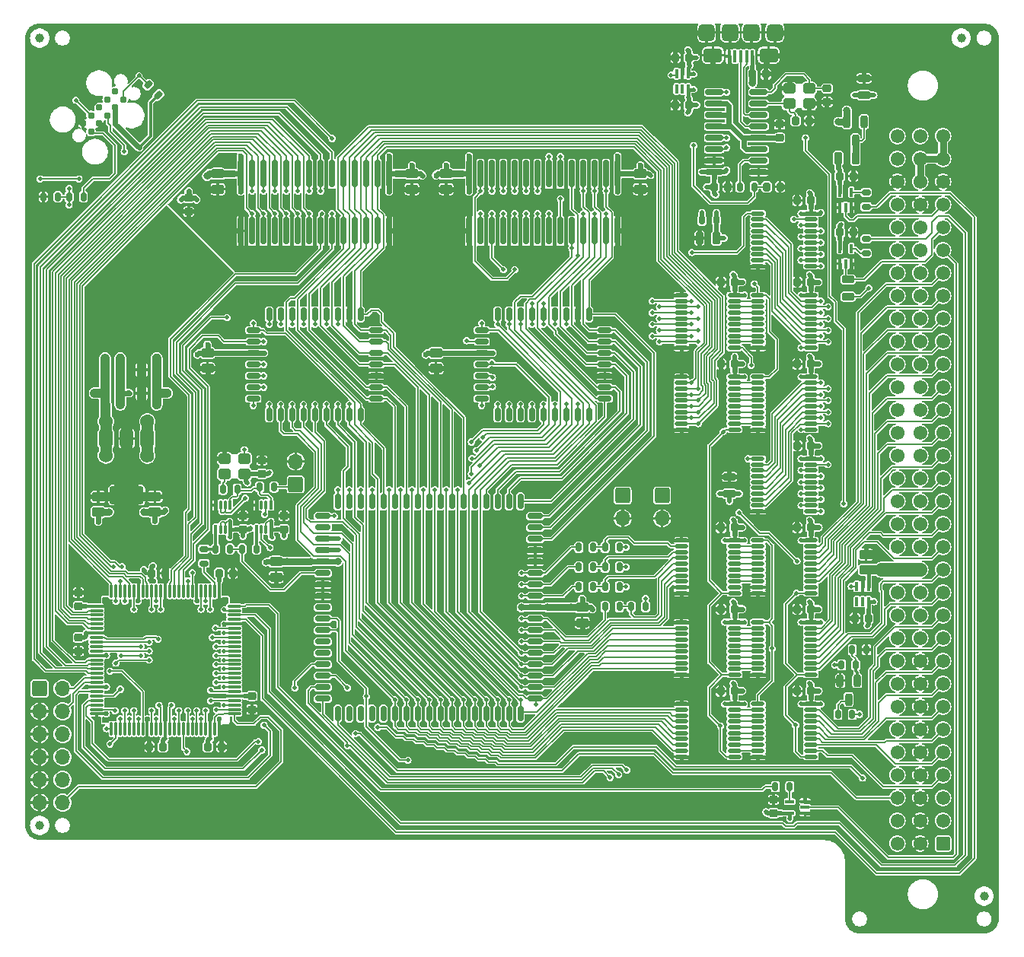
<source format=gtl>
G04 #@! TF.GenerationSoftware,KiCad,Pcbnew,8.0.5*
G04 #@! TF.CreationDate,2024-10-03T07:07:38-04:00*
G04 #@! TF.ProjectId,WarpSE,57617270-5345-42e6-9b69-6361645f7063,1.0*
G04 #@! TF.SameCoordinates,Original*
G04 #@! TF.FileFunction,Copper,L1,Top*
G04 #@! TF.FilePolarity,Positive*
%FSLAX46Y46*%
G04 Gerber Fmt 4.6, Leading zero omitted, Abs format (unit mm)*
G04 Created by KiCad (PCBNEW 8.0.5) date 2024-10-03 07:07:38*
%MOMM*%
%LPD*%
G01*
G04 APERTURE LIST*
G04 Aperture macros list*
%AMRoundRect*
0 Rectangle with rounded corners*
0 $1 Rounding radius*
0 $2 $3 $4 $5 $6 $7 $8 $9 X,Y pos of 4 corners*
0 Add a 4 corners polygon primitive as box body*
4,1,4,$2,$3,$4,$5,$6,$7,$8,$9,$2,$3,0*
0 Add four circle primitives for the rounded corners*
1,1,$1+$1,$2,$3*
1,1,$1+$1,$4,$5*
1,1,$1+$1,$6,$7*
1,1,$1+$1,$8,$9*
0 Add four rect primitives between the rounded corners*
20,1,$1+$1,$2,$3,$4,$5,0*
20,1,$1+$1,$4,$5,$6,$7,0*
20,1,$1+$1,$6,$7,$8,$9,0*
20,1,$1+$1,$8,$9,$2,$3,0*%
G04 Aperture macros list end*
G04 #@! TA.AperFunction,SMDPad,CuDef*
%ADD10RoundRect,0.262500X-0.262500X-0.437500X0.262500X-0.437500X0.262500X0.437500X-0.262500X0.437500X0*%
G04 #@! TD*
G04 #@! TA.AperFunction,SMDPad,CuDef*
%ADD11RoundRect,0.075000X0.662500X0.075000X-0.662500X0.075000X-0.662500X-0.075000X0.662500X-0.075000X0*%
G04 #@! TD*
G04 #@! TA.AperFunction,SMDPad,CuDef*
%ADD12RoundRect,0.075000X0.075000X0.662500X-0.075000X0.662500X-0.075000X-0.662500X0.075000X-0.662500X0*%
G04 #@! TD*
G04 #@! TA.AperFunction,SMDPad,CuDef*
%ADD13RoundRect,0.150000X-0.150000X1.374000X-0.150000X-1.374000X0.150000X-1.374000X0.150000X1.374000X0*%
G04 #@! TD*
G04 #@! TA.AperFunction,ComponentPad*
%ADD14RoundRect,0.249999X0.525001X0.525001X-0.525001X0.525001X-0.525001X-0.525001X0.525001X-0.525001X0*%
G04 #@! TD*
G04 #@! TA.AperFunction,ComponentPad*
%ADD15C,1.550000*%
G04 #@! TD*
G04 #@! TA.AperFunction,SMDPad,CuDef*
%ADD16RoundRect,0.212500X-0.212500X-0.262500X0.212500X-0.262500X0.212500X0.262500X-0.212500X0.262500X0*%
G04 #@! TD*
G04 #@! TA.AperFunction,SMDPad,CuDef*
%ADD17RoundRect,0.112500X-0.612500X-0.112500X0.612500X-0.112500X0.612500X0.112500X-0.612500X0.112500X0*%
G04 #@! TD*
G04 #@! TA.AperFunction,SMDPad,CuDef*
%ADD18RoundRect,0.212500X0.212500X0.262500X-0.212500X0.262500X-0.212500X-0.262500X0.212500X-0.262500X0*%
G04 #@! TD*
G04 #@! TA.AperFunction,SMDPad,CuDef*
%ADD19RoundRect,0.262500X0.437500X-0.262500X0.437500X0.262500X-0.437500X0.262500X-0.437500X-0.262500X0*%
G04 #@! TD*
G04 #@! TA.AperFunction,SMDPad,CuDef*
%ADD20RoundRect,0.262500X-0.437500X0.262500X-0.437500X-0.262500X0.437500X-0.262500X0.437500X0.262500X0*%
G04 #@! TD*
G04 #@! TA.AperFunction,SMDPad,CuDef*
%ADD21RoundRect,0.212500X-0.262500X0.212500X-0.262500X-0.212500X0.262500X-0.212500X0.262500X0.212500X0*%
G04 #@! TD*
G04 #@! TA.AperFunction,SMDPad,CuDef*
%ADD22RoundRect,0.212500X0.262500X-0.212500X0.262500X0.212500X-0.262500X0.212500X-0.262500X-0.212500X0*%
G04 #@! TD*
G04 #@! TA.AperFunction,SMDPad,CuDef*
%ADD23C,1.000000*%
G04 #@! TD*
G04 #@! TA.AperFunction,SMDPad,CuDef*
%ADD24RoundRect,0.150000X0.587500X-0.150000X0.587500X0.150000X-0.587500X0.150000X-0.587500X-0.150000X0*%
G04 #@! TD*
G04 #@! TA.AperFunction,SMDPad,CuDef*
%ADD25RoundRect,0.150000X0.150000X-0.587500X0.150000X0.587500X-0.150000X0.587500X-0.150000X-0.587500X0*%
G04 #@! TD*
G04 #@! TA.AperFunction,SMDPad,CuDef*
%ADD26RoundRect,0.150000X-0.150000X-0.700000X0.150000X-0.700000X0.150000X0.700000X-0.150000X0.700000X0*%
G04 #@! TD*
G04 #@! TA.AperFunction,SMDPad,CuDef*
%ADD27RoundRect,0.150000X-0.700000X-0.150000X0.700000X-0.150000X0.700000X0.150000X-0.700000X0.150000X0*%
G04 #@! TD*
G04 #@! TA.AperFunction,SMDPad,CuDef*
%ADD28RoundRect,0.300000X-0.450000X0.700000X-0.450000X-0.700000X0.450000X-0.700000X0.450000X0.700000X0*%
G04 #@! TD*
G04 #@! TA.AperFunction,SMDPad,CuDef*
%ADD29RoundRect,0.300000X-1.600000X0.700000X-1.600000X-0.700000X1.600000X-0.700000X1.600000X0.700000X0*%
G04 #@! TD*
G04 #@! TA.AperFunction,ConnectorPad*
%ADD30C,0.787400*%
G04 #@! TD*
G04 #@! TA.AperFunction,SMDPad,CuDef*
%ADD31RoundRect,0.175000X0.175000X0.300000X-0.175000X0.300000X-0.175000X-0.300000X0.175000X-0.300000X0*%
G04 #@! TD*
G04 #@! TA.AperFunction,SMDPad,CuDef*
%ADD32RoundRect,0.175000X0.335876X0.088388X0.088388X0.335876X-0.335876X-0.088388X-0.088388X-0.335876X0*%
G04 #@! TD*
G04 #@! TA.AperFunction,SMDPad,CuDef*
%ADD33RoundRect,0.200000X-0.200000X0.475000X-0.200000X-0.475000X0.200000X-0.475000X0.200000X0.475000X0*%
G04 #@! TD*
G04 #@! TA.AperFunction,SMDPad,CuDef*
%ADD34RoundRect,0.150000X0.825000X0.150000X-0.825000X0.150000X-0.825000X-0.150000X0.825000X-0.150000X0*%
G04 #@! TD*
G04 #@! TA.AperFunction,SMDPad,CuDef*
%ADD35RoundRect,0.100000X0.100000X-0.400000X0.100000X0.400000X-0.100000X0.400000X-0.100000X-0.400000X0*%
G04 #@! TD*
G04 #@! TA.AperFunction,ComponentPad*
%ADD36RoundRect,0.250000X0.600000X0.600000X-0.600000X0.600000X-0.600000X-0.600000X0.600000X-0.600000X0*%
G04 #@! TD*
G04 #@! TA.AperFunction,ComponentPad*
%ADD37O,1.700000X1.700000*%
G04 #@! TD*
G04 #@! TA.AperFunction,SMDPad,CuDef*
%ADD38RoundRect,0.212500X-0.212500X-0.487500X0.212500X-0.487500X0.212500X0.487500X-0.212500X0.487500X0*%
G04 #@! TD*
G04 #@! TA.AperFunction,SMDPad,CuDef*
%ADD39RoundRect,0.100000X0.100000X0.575000X-0.100000X0.575000X-0.100000X-0.575000X0.100000X-0.575000X0*%
G04 #@! TD*
G04 #@! TA.AperFunction,SMDPad,CuDef*
%ADD40RoundRect,0.450000X0.450000X0.500000X-0.450000X0.500000X-0.450000X-0.500000X0.450000X-0.500000X0*%
G04 #@! TD*
G04 #@! TA.AperFunction,SMDPad,CuDef*
%ADD41RoundRect,0.400000X0.650000X0.400000X-0.650000X0.400000X-0.650000X-0.400000X0.650000X-0.400000X0*%
G04 #@! TD*
G04 #@! TA.AperFunction,SMDPad,CuDef*
%ADD42RoundRect,0.475000X0.475000X0.475000X-0.475000X0.475000X-0.475000X-0.475000X0.475000X-0.475000X0*%
G04 #@! TD*
G04 #@! TA.AperFunction,SMDPad,CuDef*
%ADD43RoundRect,0.175000X-0.175000X-0.300000X0.175000X-0.300000X0.175000X0.300000X-0.175000X0.300000X0*%
G04 #@! TD*
G04 #@! TA.AperFunction,SMDPad,CuDef*
%ADD44RoundRect,0.212500X0.487500X-0.212500X0.487500X0.212500X-0.487500X0.212500X-0.487500X-0.212500X0*%
G04 #@! TD*
G04 #@! TA.AperFunction,SMDPad,CuDef*
%ADD45RoundRect,0.175000X0.300000X-0.175000X0.300000X0.175000X-0.300000X0.175000X-0.300000X-0.175000X0*%
G04 #@! TD*
G04 #@! TA.AperFunction,ComponentPad*
%ADD46RoundRect,0.250000X-0.600000X-0.600000X0.600000X-0.600000X0.600000X0.600000X-0.600000X0.600000X0*%
G04 #@! TD*
G04 #@! TA.AperFunction,SMDPad,CuDef*
%ADD47RoundRect,0.175000X-0.300000X0.175000X-0.300000X-0.175000X0.300000X-0.175000X0.300000X0.175000X0*%
G04 #@! TD*
G04 #@! TA.AperFunction,SMDPad,CuDef*
%ADD48RoundRect,0.100000X-0.100000X0.400000X-0.100000X-0.400000X0.100000X-0.400000X0.100000X0.400000X0*%
G04 #@! TD*
G04 #@! TA.AperFunction,SMDPad,CuDef*
%ADD49RoundRect,0.300000X0.400000X0.300000X-0.400000X0.300000X-0.400000X-0.300000X0.400000X-0.300000X0*%
G04 #@! TD*
G04 #@! TA.AperFunction,SMDPad,CuDef*
%ADD50RoundRect,0.075000X-0.075000X0.425000X-0.075000X-0.425000X0.075000X-0.425000X0.075000X0.425000X0*%
G04 #@! TD*
G04 #@! TA.AperFunction,SMDPad,CuDef*
%ADD51RoundRect,0.100000X0.100000X0.400000X-0.100000X0.400000X-0.100000X-0.400000X0.100000X-0.400000X0*%
G04 #@! TD*
G04 #@! TA.AperFunction,SMDPad,CuDef*
%ADD52RoundRect,0.212500X0.212500X0.487500X-0.212500X0.487500X-0.212500X-0.487500X0.212500X-0.487500X0*%
G04 #@! TD*
G04 #@! TA.AperFunction,SMDPad,CuDef*
%ADD53RoundRect,0.100000X0.400000X0.100000X-0.400000X0.100000X-0.400000X-0.100000X0.400000X-0.100000X0*%
G04 #@! TD*
G04 #@! TA.AperFunction,ViaPad*
%ADD54C,0.500000*%
G04 #@! TD*
G04 #@! TA.AperFunction,ViaPad*
%ADD55C,0.600000*%
G04 #@! TD*
G04 #@! TA.AperFunction,ViaPad*
%ADD56C,0.800000*%
G04 #@! TD*
G04 #@! TA.AperFunction,ViaPad*
%ADD57C,1.524000*%
G04 #@! TD*
G04 #@! TA.AperFunction,ViaPad*
%ADD58C,1.000000*%
G04 #@! TD*
G04 #@! TA.AperFunction,Conductor*
%ADD59C,0.600000*%
G04 #@! TD*
G04 #@! TA.AperFunction,Conductor*
%ADD60C,0.500000*%
G04 #@! TD*
G04 #@! TA.AperFunction,Conductor*
%ADD61C,0.450000*%
G04 #@! TD*
G04 #@! TA.AperFunction,Conductor*
%ADD62C,0.300000*%
G04 #@! TD*
G04 #@! TA.AperFunction,Conductor*
%ADD63C,0.150000*%
G04 #@! TD*
G04 #@! TA.AperFunction,Conductor*
%ADD64C,0.800000*%
G04 #@! TD*
G04 #@! TA.AperFunction,Conductor*
%ADD65C,0.350000*%
G04 #@! TD*
G04 #@! TA.AperFunction,Conductor*
%ADD66C,1.270000*%
G04 #@! TD*
G04 #@! TA.AperFunction,Conductor*
%ADD67C,0.400000*%
G04 #@! TD*
G04 #@! TA.AperFunction,Conductor*
%ADD68C,1.000000*%
G04 #@! TD*
G04 #@! TA.AperFunction,Conductor*
%ADD69C,1.524000*%
G04 #@! TD*
G04 APERTURE END LIST*
D10*
X112550000Y-76800000D03*
X114250000Y-76800000D03*
X116600000Y-76800000D03*
X118300000Y-76800000D03*
X116600000Y-79400000D03*
X118300000Y-79400000D03*
X112550000Y-79400000D03*
X114250000Y-79400000D03*
D11*
X126912500Y-115100000D03*
X126912500Y-114600000D03*
X126912500Y-114100000D03*
X126912500Y-113600000D03*
X126912500Y-113100000D03*
X126912500Y-112600000D03*
X126912500Y-112100000D03*
X126912500Y-111600000D03*
X126912500Y-111100000D03*
X126912500Y-110600000D03*
X126912500Y-110100000D03*
X126912500Y-109600000D03*
X126912500Y-109100000D03*
X126912500Y-108600000D03*
X126912500Y-108100000D03*
X126912500Y-107600000D03*
X126912500Y-107100000D03*
X126912500Y-106600000D03*
X126912500Y-106100000D03*
X126912500Y-105600000D03*
X126912500Y-105100000D03*
X126912500Y-104600000D03*
X126912500Y-104100000D03*
X126912500Y-103600000D03*
X126912500Y-103100000D03*
D12*
X125250000Y-101437500D03*
X124750000Y-101437500D03*
X124250000Y-101437500D03*
X123750000Y-101437500D03*
X123250000Y-101437500D03*
X122750000Y-101437500D03*
X122250000Y-101437500D03*
X121750000Y-101437500D03*
X121250000Y-101437500D03*
X120750000Y-101437500D03*
X120250000Y-101437500D03*
X119750000Y-101437500D03*
X119250000Y-101437500D03*
X118750000Y-101437500D03*
X118250000Y-101437500D03*
X117750000Y-101437500D03*
X117250000Y-101437500D03*
X116750000Y-101437500D03*
X116250000Y-101437500D03*
X115750000Y-101437500D03*
X115250000Y-101437500D03*
X114750000Y-101437500D03*
X114250000Y-101437500D03*
X113750000Y-101437500D03*
X113250000Y-101437500D03*
D11*
X111587500Y-103100000D03*
X111587500Y-103600000D03*
X111587500Y-104100000D03*
X111587500Y-104600000D03*
X111587500Y-105100000D03*
X111587500Y-105600000D03*
X111587500Y-106100000D03*
X111587500Y-106600000D03*
X111587500Y-107100000D03*
X111587500Y-107600000D03*
X111587500Y-108100000D03*
X111587500Y-108600000D03*
X111587500Y-109100000D03*
X111587500Y-109600000D03*
X111587500Y-110100000D03*
X111587500Y-110600000D03*
X111587500Y-111100000D03*
X111587500Y-111600000D03*
X111587500Y-112100000D03*
X111587500Y-112600000D03*
X111587500Y-113100000D03*
X111587500Y-113600000D03*
X111587500Y-114100000D03*
X111587500Y-114600000D03*
X111587500Y-115100000D03*
D12*
X113250000Y-116762500D03*
X113750000Y-116762500D03*
X114250000Y-116762500D03*
X114750000Y-116762500D03*
X115250000Y-116762500D03*
X115750000Y-116762500D03*
X116250000Y-116762500D03*
X116750000Y-116762500D03*
X117250000Y-116762500D03*
X117750000Y-116762500D03*
X118250000Y-116762500D03*
X118750000Y-116762500D03*
X119250000Y-116762500D03*
X119750000Y-116762500D03*
X120250000Y-116762500D03*
X120750000Y-116762500D03*
X121250000Y-116762500D03*
X121750000Y-116762500D03*
X122250000Y-116762500D03*
X122750000Y-116762500D03*
X123250000Y-116762500D03*
X123750000Y-116762500D03*
X124250000Y-116762500D03*
X124750000Y-116762500D03*
X125250000Y-116762500D03*
D13*
X169545000Y-54991000D03*
X168275000Y-54991000D03*
X167005000Y-54991000D03*
X165735000Y-54991000D03*
X164465000Y-54991000D03*
X163195000Y-54991000D03*
X161925000Y-54991000D03*
X160655000Y-54991000D03*
X159385000Y-54991000D03*
X158115000Y-54991000D03*
X156845000Y-54991000D03*
X155575000Y-54991000D03*
X154305000Y-54991000D03*
X153035000Y-54991000D03*
X153035000Y-61341000D03*
X154305000Y-61341000D03*
X155575000Y-61341000D03*
X156845000Y-61341000D03*
X158115000Y-61341000D03*
X159385000Y-61341000D03*
X160655000Y-61341000D03*
X161925000Y-61341000D03*
X163195000Y-61341000D03*
X164465000Y-61341000D03*
X165735000Y-61341000D03*
X167005000Y-61341000D03*
X168275000Y-61341000D03*
X169545000Y-61341000D03*
D14*
X205740000Y-129540000D03*
D15*
X205740000Y-127000000D03*
X205740000Y-124460000D03*
X205740000Y-121920000D03*
X205740000Y-119380000D03*
X205740000Y-116840000D03*
X205740000Y-114300000D03*
X205740000Y-111760000D03*
X205740000Y-109220000D03*
X205740000Y-106680000D03*
X205740000Y-104140000D03*
X205740000Y-101600000D03*
X205740000Y-99060000D03*
X205740000Y-96520000D03*
X205740000Y-93980000D03*
X205740000Y-91440000D03*
X205740000Y-88900000D03*
X205740000Y-86360000D03*
X205740000Y-83820000D03*
X205740000Y-81280000D03*
X205740000Y-78740000D03*
X205740000Y-76200000D03*
X205740000Y-73660000D03*
X205740000Y-71120000D03*
X205740000Y-68580000D03*
X205740000Y-66040000D03*
X205740000Y-63500000D03*
X205740000Y-60960000D03*
X205740000Y-58420000D03*
X205740000Y-55880000D03*
X205740000Y-53340000D03*
X205740000Y-50800000D03*
X203200000Y-129540000D03*
X203200000Y-127000000D03*
X203200000Y-124460000D03*
X203200000Y-121920000D03*
X203200000Y-119380000D03*
X203200000Y-116840000D03*
X203200000Y-114300000D03*
X203200000Y-111760000D03*
X203200000Y-109220000D03*
X203200000Y-106680000D03*
X203200000Y-104140000D03*
X203200000Y-101600000D03*
X203200000Y-99060000D03*
X203200000Y-96520000D03*
X203200000Y-93980000D03*
X203200000Y-91440000D03*
X203200000Y-88900000D03*
X203200000Y-86360000D03*
X203200000Y-83820000D03*
X203200000Y-81280000D03*
X203200000Y-78740000D03*
X203200000Y-76200000D03*
X203200000Y-73660000D03*
X203200000Y-71120000D03*
X203200000Y-68580000D03*
X203200000Y-66040000D03*
X203200000Y-63500000D03*
X203200000Y-60960000D03*
X203200000Y-58420000D03*
X203200000Y-55880000D03*
X203200000Y-53340000D03*
X203200000Y-50800000D03*
X200660000Y-129540000D03*
X200660000Y-127000000D03*
X200660000Y-124460000D03*
X200660000Y-121920000D03*
X200660000Y-119380000D03*
X200660000Y-116840000D03*
X200660000Y-114300000D03*
X200660000Y-111760000D03*
X200660000Y-109220000D03*
X200660000Y-106680000D03*
X200660000Y-104140000D03*
X200660000Y-101600000D03*
X200660000Y-99060000D03*
X200660000Y-96520000D03*
X200660000Y-93980000D03*
X200660000Y-91440000D03*
X200660000Y-88900000D03*
X200660000Y-86360000D03*
X200660000Y-83820000D03*
X200660000Y-81280000D03*
X200660000Y-78740000D03*
X200660000Y-76200000D03*
X200660000Y-73660000D03*
X200660000Y-71120000D03*
X200660000Y-68580000D03*
X200660000Y-66040000D03*
X200660000Y-63500000D03*
X200660000Y-60960000D03*
X200660000Y-58420000D03*
X200660000Y-55880000D03*
X200660000Y-53340000D03*
X200660000Y-50800000D03*
D16*
X125250000Y-99450000D03*
X126750000Y-99450000D03*
D17*
X176650000Y-95800000D03*
X176650000Y-96450000D03*
X176650000Y-97100000D03*
X176650000Y-97750000D03*
X176650000Y-98400000D03*
X176650000Y-99050000D03*
X176650000Y-99700000D03*
X176650000Y-100350000D03*
X176650000Y-101000000D03*
X176650000Y-101650000D03*
X182550000Y-101650000D03*
X182550000Y-101000000D03*
X182550000Y-100350000D03*
X182550000Y-99700000D03*
X182550000Y-99050000D03*
X182550000Y-98400000D03*
X182550000Y-97750000D03*
X182550000Y-97100000D03*
X182550000Y-96450000D03*
X182550000Y-95800000D03*
D18*
X182550000Y-94350000D03*
X181050000Y-94350000D03*
X191050000Y-57950000D03*
X189550000Y-57950000D03*
X191050000Y-94350000D03*
X189550000Y-94350000D03*
X191050000Y-85250000D03*
X189550000Y-85250000D03*
X182550000Y-112550000D03*
X181050000Y-112550000D03*
X191050000Y-112550000D03*
X189550000Y-112550000D03*
X191050000Y-67050000D03*
X189550000Y-67050000D03*
X182550000Y-67050000D03*
X181050000Y-67050000D03*
X182550000Y-76150000D03*
X181050000Y-76150000D03*
X182550000Y-103450000D03*
X181050000Y-103450000D03*
X191050000Y-103450000D03*
X189550000Y-103450000D03*
D19*
X197167500Y-99060000D03*
X197167500Y-97360000D03*
D20*
X131572000Y-98171000D03*
X131572000Y-99871000D03*
X165608000Y-103251000D03*
X165608000Y-104951000D03*
D17*
X176650000Y-68500000D03*
X176650000Y-69150000D03*
X176650000Y-69800000D03*
X176650000Y-70450000D03*
X176650000Y-71100000D03*
X176650000Y-71750000D03*
X176650000Y-72400000D03*
X176650000Y-73050000D03*
X176650000Y-73700000D03*
X176650000Y-74350000D03*
X182550000Y-74350000D03*
X182550000Y-73700000D03*
X182550000Y-73050000D03*
X182550000Y-72400000D03*
X182550000Y-71750000D03*
X182550000Y-71100000D03*
X182550000Y-70450000D03*
X182550000Y-69800000D03*
X182550000Y-69150000D03*
X182550000Y-68500000D03*
X176650000Y-77600000D03*
X176650000Y-78250000D03*
X176650000Y-78900000D03*
X176650000Y-79550000D03*
X176650000Y-80200000D03*
X176650000Y-80850000D03*
X176650000Y-81500000D03*
X176650000Y-82150000D03*
X176650000Y-82800000D03*
X176650000Y-83450000D03*
X182550000Y-83450000D03*
X182550000Y-82800000D03*
X182550000Y-82150000D03*
X182550000Y-81500000D03*
X182550000Y-80850000D03*
X182550000Y-80200000D03*
X182550000Y-79550000D03*
X182550000Y-78900000D03*
X182550000Y-78250000D03*
X182550000Y-77600000D03*
X185150000Y-59400000D03*
X185150000Y-60050000D03*
X185150000Y-60700000D03*
X185150000Y-61350000D03*
X185150000Y-62000000D03*
X185150000Y-62650000D03*
X185150000Y-63300000D03*
X185150000Y-63950000D03*
X185150000Y-64600000D03*
X185150000Y-65250000D03*
X191050000Y-65250000D03*
X191050000Y-64600000D03*
X191050000Y-63950000D03*
X191050000Y-63300000D03*
X191050000Y-62650000D03*
X191050000Y-62000000D03*
X191050000Y-61350000D03*
X191050000Y-60700000D03*
X191050000Y-60050000D03*
X191050000Y-59400000D03*
X185150000Y-68500000D03*
X185150000Y-69150000D03*
X185150000Y-69800000D03*
X185150000Y-70450000D03*
X185150000Y-71100000D03*
X185150000Y-71750000D03*
X185150000Y-72400000D03*
X185150000Y-73050000D03*
X185150000Y-73700000D03*
X185150000Y-74350000D03*
X191050000Y-74350000D03*
X191050000Y-73700000D03*
X191050000Y-73050000D03*
X191050000Y-72400000D03*
X191050000Y-71750000D03*
X191050000Y-71100000D03*
X191050000Y-70450000D03*
X191050000Y-69800000D03*
X191050000Y-69150000D03*
X191050000Y-68500000D03*
X185150000Y-86700000D03*
X185150000Y-87350000D03*
X185150000Y-88000000D03*
X185150000Y-88650000D03*
X185150000Y-89300000D03*
X185150000Y-89950000D03*
X185150000Y-90600000D03*
X185150000Y-91250000D03*
X185150000Y-91900000D03*
X185150000Y-92550000D03*
X191050000Y-92550000D03*
X191050000Y-91900000D03*
X191050000Y-91250000D03*
X191050000Y-90600000D03*
X191050000Y-89950000D03*
X191050000Y-89300000D03*
X191050000Y-88650000D03*
X191050000Y-88000000D03*
X191050000Y-87350000D03*
X191050000Y-86700000D03*
X185150000Y-77600000D03*
X185150000Y-78250000D03*
X185150000Y-78900000D03*
X185150000Y-79550000D03*
X185150000Y-80200000D03*
X185150000Y-80850000D03*
X185150000Y-81500000D03*
X185150000Y-82150000D03*
X185150000Y-82800000D03*
X185150000Y-83450000D03*
X191050000Y-83450000D03*
X191050000Y-82800000D03*
X191050000Y-82150000D03*
X191050000Y-81500000D03*
X191050000Y-80850000D03*
X191050000Y-80200000D03*
X191050000Y-79550000D03*
X191050000Y-78900000D03*
X191050000Y-78250000D03*
X191050000Y-77600000D03*
X176650000Y-104900000D03*
X176650000Y-105550000D03*
X176650000Y-106200000D03*
X176650000Y-106850000D03*
X176650000Y-107500000D03*
X176650000Y-108150000D03*
X176650000Y-108800000D03*
X176650000Y-109450000D03*
X176650000Y-110100000D03*
X176650000Y-110750000D03*
X182550000Y-110750000D03*
X182550000Y-110100000D03*
X182550000Y-109450000D03*
X182550000Y-108800000D03*
X182550000Y-108150000D03*
X182550000Y-107500000D03*
X182550000Y-106850000D03*
X182550000Y-106200000D03*
X182550000Y-105550000D03*
X182550000Y-104900000D03*
X176650000Y-114000000D03*
X176650000Y-114650000D03*
X176650000Y-115300000D03*
X176650000Y-115950000D03*
X176650000Y-116600000D03*
X176650000Y-117250000D03*
X176650000Y-117900000D03*
X176650000Y-118550000D03*
X176650000Y-119200000D03*
X176650000Y-119850000D03*
X182550000Y-119850000D03*
X182550000Y-119200000D03*
X182550000Y-118550000D03*
X182550000Y-117900000D03*
X182550000Y-117250000D03*
X182550000Y-116600000D03*
X182550000Y-115950000D03*
X182550000Y-115300000D03*
X182550000Y-114650000D03*
X182550000Y-114000000D03*
X185150000Y-95800000D03*
X185150000Y-96450000D03*
X185150000Y-97100000D03*
X185150000Y-97750000D03*
X185150000Y-98400000D03*
X185150000Y-99050000D03*
X185150000Y-99700000D03*
X185150000Y-100350000D03*
X185150000Y-101000000D03*
X185150000Y-101650000D03*
X191050000Y-101650000D03*
X191050000Y-101000000D03*
X191050000Y-100350000D03*
X191050000Y-99700000D03*
X191050000Y-99050000D03*
X191050000Y-98400000D03*
X191050000Y-97750000D03*
X191050000Y-97100000D03*
X191050000Y-96450000D03*
X191050000Y-95800000D03*
X185150000Y-104900000D03*
X185150000Y-105550000D03*
X185150000Y-106200000D03*
X185150000Y-106850000D03*
X185150000Y-107500000D03*
X185150000Y-108150000D03*
X185150000Y-108800000D03*
X185150000Y-109450000D03*
X185150000Y-110100000D03*
X185150000Y-110750000D03*
X191050000Y-110750000D03*
X191050000Y-110100000D03*
X191050000Y-109450000D03*
X191050000Y-108800000D03*
X191050000Y-108150000D03*
X191050000Y-107500000D03*
X191050000Y-106850000D03*
X191050000Y-106200000D03*
X191050000Y-105550000D03*
X191050000Y-104900000D03*
X185150000Y-114000000D03*
X185150000Y-114650000D03*
X185150000Y-115300000D03*
X185150000Y-115950000D03*
X185150000Y-116600000D03*
X185150000Y-117250000D03*
X185150000Y-117900000D03*
X185150000Y-118550000D03*
X185150000Y-119200000D03*
X185150000Y-119850000D03*
X191050000Y-119850000D03*
X191050000Y-119200000D03*
X191050000Y-118550000D03*
X191050000Y-117900000D03*
X191050000Y-117250000D03*
X191050000Y-116600000D03*
X191050000Y-115950000D03*
X191050000Y-115300000D03*
X191050000Y-114650000D03*
X191050000Y-114000000D03*
D13*
X144145000Y-54991000D03*
X142875000Y-54991000D03*
X141605000Y-54991000D03*
X140335000Y-54991000D03*
X139065000Y-54991000D03*
X137795000Y-54991000D03*
X136525000Y-54991000D03*
X135255000Y-54991000D03*
X133985000Y-54991000D03*
X132715000Y-54991000D03*
X131445000Y-54991000D03*
X130175000Y-54991000D03*
X128905000Y-54991000D03*
X127635000Y-54991000D03*
X127635000Y-61341000D03*
X128905000Y-61341000D03*
X130175000Y-61341000D03*
X131445000Y-61341000D03*
X132715000Y-61341000D03*
X133985000Y-61341000D03*
X135255000Y-61341000D03*
X136525000Y-61341000D03*
X137795000Y-61341000D03*
X139065000Y-61341000D03*
X140335000Y-61341000D03*
X141605000Y-61341000D03*
X142875000Y-61341000D03*
X144145000Y-61341000D03*
D16*
X124000000Y-118750000D03*
X125500000Y-118750000D03*
D21*
X109600000Y-106600000D03*
X109600000Y-108100000D03*
D18*
X119000000Y-118750000D03*
X117500000Y-118750000D03*
X119250000Y-99450000D03*
X117750000Y-99450000D03*
D21*
X128900000Y-113100000D03*
X128900000Y-114600000D03*
D22*
X109600000Y-103100000D03*
X109600000Y-101600000D03*
D23*
X105283000Y-39878000D03*
X207772000Y-39878000D03*
X210312000Y-135382000D03*
X105283000Y-127508000D03*
D24*
X129052500Y-76200000D03*
X129052500Y-77470000D03*
X129052500Y-78740000D03*
X129052500Y-80010000D03*
D25*
X130810000Y-81762500D03*
X132080000Y-81762500D03*
X133350000Y-81762500D03*
X134620000Y-81762500D03*
X135890000Y-81762500D03*
X137160000Y-81762500D03*
X138430000Y-81762500D03*
X139700000Y-81762500D03*
X140970000Y-81762500D03*
D24*
X142727500Y-80010000D03*
X142727500Y-78740000D03*
X142727500Y-77470000D03*
X142727500Y-76200000D03*
X142727500Y-74930000D03*
X142727500Y-73660000D03*
X142727500Y-72390000D03*
D25*
X140970000Y-70637500D03*
X139700000Y-70637500D03*
X138430000Y-70637500D03*
X137160000Y-70637500D03*
X135890000Y-70637500D03*
X134620000Y-70637500D03*
X133350000Y-70637500D03*
X132080000Y-70637500D03*
X130810000Y-70637500D03*
D24*
X129052500Y-72390000D03*
X129052500Y-73660000D03*
X129052500Y-74930000D03*
X154452500Y-76200000D03*
X154452500Y-77470000D03*
X154452500Y-78740000D03*
X154452500Y-80010000D03*
D25*
X156210000Y-81762500D03*
X157480000Y-81762500D03*
X158750000Y-81762500D03*
X160020000Y-81762500D03*
X161290000Y-81762500D03*
X162560000Y-81762500D03*
X163830000Y-81762500D03*
X165100000Y-81762500D03*
X166370000Y-81762500D03*
D24*
X168127500Y-80010000D03*
X168127500Y-78740000D03*
X168127500Y-77470000D03*
X168127500Y-76200000D03*
X168127500Y-74930000D03*
X168127500Y-73660000D03*
X168127500Y-72390000D03*
D25*
X166370000Y-70637500D03*
X165100000Y-70637500D03*
X163830000Y-70637500D03*
X162560000Y-70637500D03*
X161290000Y-70637500D03*
X160020000Y-70637500D03*
X158750000Y-70637500D03*
X157480000Y-70637500D03*
X156210000Y-70637500D03*
D24*
X154452500Y-72390000D03*
X154452500Y-73660000D03*
X154452500Y-74930000D03*
D26*
X148590000Y-91451000D03*
X147320000Y-91451000D03*
X146050000Y-91451000D03*
X144780000Y-91451000D03*
X143510000Y-91451000D03*
X142240000Y-91451000D03*
X140970000Y-91451000D03*
X139700000Y-91451000D03*
X138430000Y-91451000D03*
D27*
X136790000Y-93091000D03*
X136790000Y-94361000D03*
X136790000Y-95631000D03*
X136790000Y-96901000D03*
X136790000Y-98171000D03*
X136790000Y-99441000D03*
X136790000Y-100711000D03*
X136790000Y-101981000D03*
X136790000Y-103251000D03*
X136790000Y-104521000D03*
X136790000Y-105791000D03*
X136790000Y-107061000D03*
X136790000Y-108331000D03*
X136790000Y-109601000D03*
X136790000Y-110871000D03*
X136790000Y-112141000D03*
X136790000Y-113411000D03*
D26*
X138430000Y-115051000D03*
X139700000Y-115051000D03*
X140970000Y-115051000D03*
X142240000Y-115051000D03*
X143510000Y-115051000D03*
X144780000Y-115051000D03*
X146050000Y-115051000D03*
X147320000Y-115051000D03*
X148590000Y-115051000D03*
X149860000Y-115051000D03*
X151130000Y-115051000D03*
X152400000Y-115051000D03*
X153670000Y-115051000D03*
X154940000Y-115051000D03*
X156210000Y-115051000D03*
X157480000Y-115051000D03*
X158750000Y-115051000D03*
D27*
X160390000Y-113411000D03*
X160390000Y-112141000D03*
X160390000Y-110871000D03*
X160390000Y-109601000D03*
X160390000Y-108331000D03*
X160390000Y-107061000D03*
X160390000Y-105791000D03*
X160390000Y-104521000D03*
X160390000Y-103251000D03*
X160390000Y-101981000D03*
X160390000Y-100711000D03*
X160390000Y-99441000D03*
X160390000Y-98171000D03*
X160390000Y-96901000D03*
X160390000Y-95631000D03*
X160390000Y-94361000D03*
X160390000Y-93091000D03*
D26*
X158750000Y-91451000D03*
X157480000Y-91451000D03*
X156210000Y-91451000D03*
X154940000Y-91451000D03*
X153670000Y-91451000D03*
X152400000Y-91451000D03*
X151130000Y-91451000D03*
X149860000Y-91451000D03*
D28*
X117250000Y-84450000D03*
D29*
X114950000Y-90750000D03*
D28*
X114950000Y-84450000D03*
X112650000Y-84450000D03*
D20*
X111800000Y-90950000D03*
X111800000Y-92650000D03*
X118100000Y-90950000D03*
X118100000Y-92650000D03*
X123952000Y-74930000D03*
X123952000Y-76630000D03*
X149352000Y-74930000D03*
X149352000Y-76630000D03*
X172085000Y-54991000D03*
X172085000Y-56691000D03*
X125095000Y-54991000D03*
X125095000Y-56691000D03*
X146685000Y-54991000D03*
X146685000Y-56691000D03*
X150495000Y-54991000D03*
X150495000Y-56691000D03*
D18*
X191050000Y-76150000D03*
X189550000Y-76150000D03*
D30*
X110998000Y-50292000D03*
X111896025Y-49393974D03*
X112794051Y-48495949D03*
X113692076Y-47597923D03*
X114590102Y-46699898D03*
X113692076Y-45801872D03*
X112794051Y-46699898D03*
X111896025Y-47597923D03*
X110998000Y-48495949D03*
X110099974Y-49393974D03*
D31*
X107300000Y-57550000D03*
X105700000Y-57550000D03*
D32*
X118479370Y-46216370D03*
X117348000Y-45085000D03*
D33*
X196200000Y-111400000D03*
X194300000Y-111400000D03*
X195250000Y-113500000D03*
D34*
X185228000Y-54800500D03*
X185228000Y-53530500D03*
X185228000Y-52260500D03*
X185228000Y-50990500D03*
X185228000Y-49720500D03*
X185228000Y-48450500D03*
X185228000Y-47180500D03*
X185228000Y-45910500D03*
X180278000Y-45910500D03*
X180278000Y-47180500D03*
X180278000Y-48450500D03*
X180278000Y-49720500D03*
X180278000Y-50990500D03*
X180278000Y-52260500D03*
X180278000Y-53530500D03*
X180278000Y-54800500D03*
D16*
X180276500Y-56451500D03*
X181776500Y-56451500D03*
D31*
X196050000Y-109650000D03*
X194450000Y-109650000D03*
D21*
X121850000Y-57700000D03*
X121850000Y-59200000D03*
D31*
X169750000Y-98750000D03*
X168150000Y-98750000D03*
D35*
X194250000Y-65000000D03*
X194900000Y-65000000D03*
X195550000Y-65000000D03*
X195550000Y-63300000D03*
X194250000Y-63300000D03*
D22*
X186900000Y-126150000D03*
X186900000Y-124650000D03*
D31*
X169750000Y-100950000D03*
X168150000Y-100950000D03*
X110150000Y-57550000D03*
X108550000Y-57550000D03*
D36*
X133750000Y-89550000D03*
D37*
X133750000Y-87010000D03*
D38*
X194100000Y-53250000D03*
X196000000Y-53250000D03*
D39*
X184550000Y-41925000D03*
X183900000Y-41925000D03*
X183250000Y-41925000D03*
X182600000Y-41925000D03*
X181950000Y-41925000D03*
D40*
X187050000Y-39250000D03*
D41*
X186350000Y-41800000D03*
D42*
X184450000Y-39250000D03*
X182050000Y-39250000D03*
D41*
X180150000Y-41800000D03*
D40*
X179450000Y-39250000D03*
D43*
X168150000Y-103150000D03*
X169750000Y-103150000D03*
D44*
X196950000Y-46250000D03*
X196950000Y-44350000D03*
D43*
X187100000Y-123200000D03*
X188700000Y-123200000D03*
X183134000Y-56451500D03*
X184734000Y-56451500D03*
X129750000Y-89850000D03*
X131350000Y-89850000D03*
D16*
X194250000Y-61500000D03*
X195750000Y-61500000D03*
D43*
X165250000Y-96550000D03*
X166850000Y-96550000D03*
D45*
X123550000Y-98350000D03*
X123550000Y-96750000D03*
D43*
X124850000Y-96750000D03*
X126450000Y-96750000D03*
D35*
X194250000Y-58750000D03*
X194900000Y-58750000D03*
X195550000Y-58750000D03*
X195550000Y-57050000D03*
X194250000Y-57050000D03*
D31*
X195650000Y-115150000D03*
X194050000Y-115150000D03*
D46*
X174498000Y-90805000D03*
D37*
X174498000Y-93345000D03*
D43*
X165250000Y-98750000D03*
X166850000Y-98750000D03*
D16*
X189350000Y-49099400D03*
X190850000Y-49099400D03*
D44*
X195200000Y-68650000D03*
X195200000Y-66750000D03*
D43*
X165250000Y-100950000D03*
X166850000Y-100950000D03*
D16*
X184550000Y-43900000D03*
X186050000Y-43900000D03*
D47*
X197200000Y-62250000D03*
X197200000Y-63850000D03*
D48*
X177400000Y-43850000D03*
X176750000Y-43850000D03*
X176100000Y-43850000D03*
X176100000Y-45550000D03*
X176750000Y-45550000D03*
X177400000Y-45550000D03*
D43*
X127800000Y-96750000D03*
X129400000Y-96750000D03*
D21*
X192850000Y-45499400D03*
X192850000Y-46999400D03*
D31*
X127250000Y-90100000D03*
X125650000Y-90100000D03*
D22*
X127900000Y-94550000D03*
X127900000Y-93050000D03*
D16*
X194250000Y-55250000D03*
X195750000Y-55250000D03*
D44*
X182000000Y-90600000D03*
X182000000Y-88700000D03*
D33*
X196950000Y-49200000D03*
X195050000Y-49200000D03*
X196000000Y-51300000D03*
D22*
X130000000Y-88400000D03*
X130000000Y-86900000D03*
D18*
X177500000Y-47350000D03*
X176000000Y-47350000D03*
D49*
X190849400Y-45500000D03*
X188649400Y-45500000D03*
X188649400Y-47200000D03*
X190849400Y-47200000D03*
D16*
X186118500Y-56451500D03*
X187618500Y-56451500D03*
D45*
X197200000Y-58650000D03*
X197200000Y-57050000D03*
D48*
X126450000Y-91850000D03*
D50*
X125900000Y-91850000D03*
X125400000Y-91850000D03*
D48*
X124850000Y-91850000D03*
D51*
X124850000Y-94550000D03*
D50*
X125400000Y-94550000D03*
X125900000Y-94550000D03*
D48*
X126450000Y-94550000D03*
D31*
X197250000Y-107950000D03*
X195650000Y-107950000D03*
D18*
X177500000Y-42050000D03*
X176000000Y-42050000D03*
D22*
X132450000Y-94550000D03*
X132450000Y-93050000D03*
D49*
X128050000Y-86700000D03*
X125850000Y-86700000D03*
X125850000Y-88400000D03*
X128050000Y-88400000D03*
D18*
X197450000Y-104450000D03*
X195950000Y-104450000D03*
D31*
X169750000Y-96550000D03*
X168150000Y-96550000D03*
D46*
X105283000Y-112268000D03*
D37*
X107823000Y-112268000D03*
X105283000Y-114808000D03*
X107823000Y-114808000D03*
X105283000Y-117348000D03*
X107823000Y-117348000D03*
X105283000Y-119888000D03*
X107823000Y-119888000D03*
X105283000Y-122428000D03*
X107823000Y-122428000D03*
X105283000Y-124968000D03*
X107823000Y-124968000D03*
D31*
X172650000Y-103150000D03*
X171050000Y-103150000D03*
D43*
X178950000Y-60150000D03*
X180550000Y-60150000D03*
D48*
X131000000Y-91850000D03*
D50*
X130450000Y-91850000D03*
X129950000Y-91850000D03*
D48*
X129400000Y-91850000D03*
D51*
X129400000Y-94550000D03*
D50*
X129950000Y-94550000D03*
X130450000Y-94550000D03*
D48*
X131000000Y-94550000D03*
X197450000Y-100900000D03*
X196800000Y-100900000D03*
X196150000Y-100900000D03*
X196150000Y-102600000D03*
X196800000Y-102600000D03*
X197450000Y-102600000D03*
D22*
X187579000Y-50990500D03*
X187579000Y-49490500D03*
D52*
X180550000Y-62150000D03*
X178650000Y-62150000D03*
D53*
X190400000Y-126150000D03*
X190400000Y-125500000D03*
X190400000Y-124850000D03*
X188700000Y-124850000D03*
X188700000Y-126150000D03*
D46*
X170116500Y-90805000D03*
D37*
X170116500Y-93345000D03*
D54*
X167640000Y-71120000D03*
X137160000Y-63246000D03*
X137922000Y-58420000D03*
X165354000Y-108585000D03*
X138430000Y-63246000D03*
X164211000Y-108331000D03*
X161671000Y-108966000D03*
X159258000Y-76009500D03*
X167640000Y-81851500D03*
X141478000Y-66294000D03*
X161671000Y-94996000D03*
X161671000Y-93726000D03*
X168656000Y-81343500D03*
X161671000Y-106426000D03*
X161671000Y-107696000D03*
X161671000Y-105156000D03*
X161671000Y-111506000D03*
X161671000Y-110236000D03*
X161734500Y-112649000D03*
X198374000Y-82994500D03*
X199009000Y-86868000D03*
D55*
X125095000Y-76644500D03*
D54*
X198056500Y-80772000D03*
X197104000Y-74168000D03*
X197400000Y-75700000D03*
D55*
X122809000Y-76644500D03*
D54*
X198850000Y-63900000D03*
X198691500Y-85153500D03*
X197850000Y-78250000D03*
X196786500Y-71882000D03*
X194150000Y-74150000D03*
X195250000Y-70500000D03*
X189700000Y-75300000D03*
X181200000Y-66200000D03*
X189700000Y-66200000D03*
X189700000Y-84400000D03*
X189700000Y-93500000D03*
X189700000Y-102600000D03*
X181200000Y-102600000D03*
X189700000Y-111700000D03*
X181200000Y-111700000D03*
X177750000Y-119850000D03*
D55*
X164465000Y-104775000D03*
D54*
X175550000Y-77600000D03*
X176650000Y-77000000D03*
X176650000Y-67900000D03*
X175550000Y-68500000D03*
X189700000Y-57100000D03*
D55*
X188700000Y-94350000D03*
X188700000Y-76150000D03*
X166751000Y-104775000D03*
X169291000Y-77470000D03*
X166941500Y-77470000D03*
X143891000Y-77470000D03*
X141541500Y-77470000D03*
D54*
X117250000Y-117900000D03*
X181600000Y-75200000D03*
X125250000Y-117900000D03*
D55*
X145542000Y-56515000D03*
X151638000Y-56515000D03*
X169545000Y-59372500D03*
X147828000Y-56515000D03*
X170307000Y-61341000D03*
X169545000Y-63309500D03*
X153035000Y-59372500D03*
X152273000Y-61341000D03*
X153035000Y-63309500D03*
X144145000Y-63309500D03*
X144145000Y-59372500D03*
X144907000Y-61341000D03*
X126873000Y-61341000D03*
X127635000Y-63309500D03*
X127635000Y-59372500D03*
D54*
X181200000Y-77000000D03*
X117250000Y-115650000D03*
X181200000Y-67900000D03*
D55*
X165608000Y-105918000D03*
D54*
X181200000Y-93500000D03*
X177750000Y-101650000D03*
X176650000Y-102250000D03*
X175550000Y-101650000D03*
X110450000Y-112100000D03*
X112700000Y-112100000D03*
X111800000Y-115700000D03*
X112700000Y-108600000D03*
X110450000Y-108600000D03*
X118900000Y-119700000D03*
X119850000Y-119250000D03*
X120250000Y-118200000D03*
X124300000Y-99350000D03*
X112350000Y-117750000D03*
X113150000Y-119650000D03*
X147320000Y-102108000D03*
X144145000Y-89154000D03*
X126350000Y-118650000D03*
X151765000Y-83693000D03*
X152400000Y-102870000D03*
X150495000Y-83693000D03*
X149225000Y-84391500D03*
X147955000Y-85661500D03*
X146685000Y-86931500D03*
X145415000Y-88201500D03*
X145097500Y-77216000D03*
X145669000Y-74231500D03*
X139065000Y-75311000D03*
X163830000Y-68262500D03*
X162560000Y-69405500D03*
X163830000Y-69405500D03*
X165100000Y-69405500D03*
X165100000Y-67627500D03*
D56*
X135382000Y-100711000D03*
X161798000Y-96837500D03*
X161798000Y-98234500D03*
X158877000Y-98234500D03*
X158877000Y-96837500D03*
D54*
X184050000Y-65250000D03*
D56*
X138303000Y-102044500D03*
D54*
X186250000Y-65250000D03*
D56*
X135191500Y-102100000D03*
X138303000Y-100711000D03*
D54*
X185150000Y-65850000D03*
X185150000Y-74950000D03*
X186250000Y-74350000D03*
X184050000Y-83450000D03*
X184050000Y-74350000D03*
X186250000Y-83450000D03*
X185150000Y-84050000D03*
X185150000Y-93150000D03*
X184050000Y-92550000D03*
X186250000Y-92550000D03*
X184050000Y-101650000D03*
X186250000Y-101650000D03*
X185150000Y-102250000D03*
X186250000Y-110750000D03*
X185150000Y-111350000D03*
X184050000Y-110750000D03*
X186250000Y-119850000D03*
X175550000Y-83450000D03*
X177750000Y-83450000D03*
X176650000Y-84050000D03*
X176650000Y-74950000D03*
X175550000Y-74350000D03*
X177750000Y-74350000D03*
X185150000Y-120450000D03*
X184050000Y-119850000D03*
X177750000Y-110750000D03*
X176650000Y-111350000D03*
X175550000Y-110750000D03*
X176650000Y-120450000D03*
X165100000Y-71755000D03*
X139700000Y-71755000D03*
D56*
X123888500Y-56451500D03*
D54*
X116850000Y-99050000D03*
X108350000Y-109200000D03*
X107250000Y-109500000D03*
X106150000Y-109800000D03*
X107250000Y-104550000D03*
X109900000Y-105500000D03*
D56*
X113000000Y-92650000D03*
X116900000Y-92650000D03*
D55*
X111800000Y-93700000D03*
X118100000Y-93650000D03*
D57*
X117250000Y-86350000D03*
X117250000Y-82550000D03*
D54*
X152336500Y-80708500D03*
X153670000Y-102870000D03*
D55*
X173228000Y-56515000D03*
X170942000Y-56515000D03*
D54*
X142557500Y-81597500D03*
D55*
X172085000Y-57658000D03*
D54*
X145415000Y-81407000D03*
X146685000Y-81407000D03*
X152019000Y-74218800D03*
X147955000Y-81407000D03*
X150495000Y-81407000D03*
X151765000Y-82105500D03*
X149225000Y-81407000D03*
X147320000Y-93980000D03*
X146177000Y-102489000D03*
X142367000Y-102489000D03*
X142113000Y-111760000D03*
X162179000Y-72707500D03*
X140779500Y-75438000D03*
X143891000Y-75565000D03*
X139700000Y-88201500D03*
X140950000Y-88200000D03*
X142240000Y-89154000D03*
X145415000Y-116332000D03*
X165862000Y-72517000D03*
X164592000Y-72644000D03*
X163449000Y-72898000D03*
X170815000Y-82105500D03*
X171577000Y-82740500D03*
X172339000Y-83375500D03*
X158940500Y-89408000D03*
X173101000Y-84010500D03*
X162242500Y-92011500D03*
X148590000Y-102108000D03*
X149860000Y-102108000D03*
X151130000Y-102870000D03*
X154813000Y-102489000D03*
X198882000Y-94043500D03*
X108750000Y-107950000D03*
X109450000Y-108900000D03*
X108750000Y-101750000D03*
X109600000Y-100800000D03*
X110450000Y-101750000D03*
X117900000Y-98600000D03*
X118000000Y-100300000D03*
X127550000Y-99450000D03*
X126600000Y-100300000D03*
X128050000Y-114350000D03*
X117550000Y-119600000D03*
X116700000Y-118750000D03*
X125350000Y-119650000D03*
X128900000Y-115400000D03*
X116250000Y-100300000D03*
X116250000Y-102550000D03*
X122750000Y-100300000D03*
X122750000Y-102550000D03*
X128050000Y-105100000D03*
X133604000Y-49149000D03*
X125800000Y-105100000D03*
X144907000Y-102489000D03*
X143637000Y-102489000D03*
X154940000Y-93980000D03*
X144780000Y-93980000D03*
X157480000Y-93980000D03*
X148590000Y-93980000D03*
X146050000Y-93980000D03*
X149860000Y-93980000D03*
X151130000Y-93980000D03*
X143510000Y-93980000D03*
X153670000Y-93980000D03*
X142240000Y-93980000D03*
X152400000Y-93980000D03*
D55*
X130429000Y-99695000D03*
X132715000Y-99568000D03*
D54*
X143764000Y-113284000D03*
X147955000Y-116332000D03*
X146685000Y-116332000D03*
X149225000Y-116332000D03*
X150495000Y-116332000D03*
X151765000Y-116332000D03*
X153035000Y-116332000D03*
X154305000Y-116332000D03*
X155575000Y-116332000D03*
X156845000Y-116332000D03*
X158115000Y-116332000D03*
X112700000Y-115100000D03*
X129100000Y-104740000D03*
D55*
X148209000Y-76454000D03*
X150495000Y-76454000D03*
X123952000Y-77597000D03*
D54*
X132207000Y-64389000D03*
X142557500Y-70675500D03*
X129800000Y-114450000D03*
X126150000Y-116600000D03*
D55*
X149352000Y-56515000D03*
X150495000Y-57658000D03*
X146685000Y-57658000D03*
D54*
X125250000Y-115650000D03*
X194250000Y-116250000D03*
X196050000Y-116250000D03*
X197350000Y-109300000D03*
X199000000Y-110200000D03*
X198700000Y-107900000D03*
X197750000Y-95450000D03*
X198600000Y-119600000D03*
X193500000Y-111400000D03*
X132715000Y-83058000D03*
X133985000Y-83058000D03*
X135255000Y-83058000D03*
X136525000Y-83058000D03*
X131445000Y-83058000D03*
X132207000Y-75819000D03*
X186563000Y-54800500D03*
X183896000Y-54800500D03*
X181800500Y-57340500D03*
X128524000Y-117157500D03*
X108750000Y-98150000D03*
X108750000Y-96750000D03*
X195850000Y-44350000D03*
X211582000Y-41148000D03*
X149733000Y-46228000D03*
X211582000Y-66548000D03*
X208724500Y-127508000D03*
X119253000Y-41148000D03*
X209740500Y-119888000D03*
X139573000Y-96456500D03*
X180550000Y-109450000D03*
X114750000Y-120700000D03*
X134874000Y-114427000D03*
X152971500Y-83439000D03*
X145607640Y-124052140D03*
X139350000Y-120400000D03*
X129150000Y-87050000D03*
X137033000Y-38608000D03*
X203962000Y-38618900D03*
X201930000Y-90650000D03*
X197929500Y-117729000D03*
D55*
X187850000Y-41800000D03*
D54*
X171958000Y-48768000D03*
X148590000Y-52578000D03*
X201930000Y-75410000D03*
X186753500Y-46545500D03*
X127254000Y-67691000D03*
X194119500Y-78232000D03*
X190850000Y-50000000D03*
X109750000Y-110800000D03*
X159893000Y-127762000D03*
X209042000Y-48768000D03*
X174350000Y-74950000D03*
X154550000Y-66300000D03*
X208724500Y-81788000D03*
X104013000Y-56388000D03*
X118450000Y-124400000D03*
X137160000Y-69342000D03*
X181950000Y-43000000D03*
X157353000Y-126746000D03*
X135128000Y-49149000D03*
X195750000Y-86350000D03*
X121793000Y-38608000D03*
X110172500Y-120777000D03*
X195600000Y-60650000D03*
X196150000Y-58750000D03*
D55*
X188650000Y-44449400D03*
D54*
X201930000Y-88110000D03*
X208724500Y-117348000D03*
X158686500Y-77343000D03*
X174550000Y-68650000D03*
X175550000Y-104900000D03*
X127254000Y-66675000D03*
X144500000Y-118650000D03*
X201930000Y-122710000D03*
X126873000Y-38608000D03*
X156654500Y-78676500D03*
X180450000Y-101650000D03*
X177673000Y-128778000D03*
X180250000Y-94350000D03*
X158115000Y-58166000D03*
X132334000Y-78422500D03*
X159766000Y-77025500D03*
X183200000Y-85150000D03*
X164973000Y-127762000D03*
X165675000Y-92850000D03*
X116713000Y-38608000D03*
X197993000Y-121348500D03*
X104013000Y-76708000D03*
X201422000Y-41148000D03*
X201930000Y-59210000D03*
X211582000Y-102108000D03*
X176150000Y-41200000D03*
X201930000Y-70330000D03*
X130850000Y-87050000D03*
X135890000Y-53086000D03*
X178752500Y-94424500D03*
X157226000Y-52578000D03*
X209042000Y-58928000D03*
X132080000Y-49149000D03*
X194150000Y-72850000D03*
X193929000Y-45339000D03*
X201930000Y-60170000D03*
X104013000Y-66548000D03*
X125984000Y-73152000D03*
X172593000Y-126746000D03*
X162560000Y-58610500D03*
X192659000Y-128778000D03*
X157353000Y-48768000D03*
X194050000Y-84750000D03*
X127444500Y-78105000D03*
X104013000Y-86868000D03*
X148150000Y-119050000D03*
X208724500Y-61468000D03*
X169037000Y-70104000D03*
X207708500Y-69088000D03*
X173418500Y-85598000D03*
X122700000Y-59050000D03*
X121000000Y-59050000D03*
X147193000Y-48768000D03*
X114150000Y-119500000D03*
X164973000Y-46228000D03*
X115150000Y-53800000D03*
X183100000Y-88700000D03*
X112522000Y-50038000D03*
X198882000Y-38597100D03*
X201930000Y-105890000D03*
X211582000Y-76708000D03*
X116750000Y-122700000D03*
X192600000Y-102000000D03*
X109092999Y-41148000D03*
X195199000Y-131318000D03*
X137800000Y-120400000D03*
X178054000Y-64770000D03*
X104013000Y-102108000D03*
X175500000Y-114000000D03*
X156400500Y-64516000D03*
X186250000Y-85150000D03*
X176800000Y-63450000D03*
X163893500Y-64135000D03*
X107100000Y-52250000D03*
X116700000Y-127250000D03*
X208724500Y-97028000D03*
X208724500Y-122428000D03*
X211582000Y-51308000D03*
X159385000Y-58166000D03*
X196100000Y-103600000D03*
X147193000Y-128778000D03*
X201930000Y-103350000D03*
X164973000Y-124269500D03*
X175150000Y-47350000D03*
X148400000Y-124050000D03*
X201930000Y-108430000D03*
X142113000Y-48768000D03*
X211582000Y-127508000D03*
X193225600Y-93518959D03*
X176650000Y-113400000D03*
X211582000Y-71628000D03*
X139700000Y-69342000D03*
X104013000Y-46228000D03*
X206502000Y-136652000D03*
X139573000Y-46228000D03*
X134620000Y-69342000D03*
X111633000Y-124269500D03*
X177673000Y-126746000D03*
X146950000Y-118750000D03*
X154813000Y-127762000D03*
X181800000Y-55562500D03*
X209740500Y-79248000D03*
X209740500Y-69088000D03*
X187550000Y-45499400D03*
X192659000Y-126238000D03*
X162433000Y-128778000D03*
X163700000Y-114150000D03*
X201930000Y-89690000D03*
X175750000Y-43000000D03*
X190850000Y-48199400D03*
X129400000Y-90950000D03*
X211582000Y-91948000D03*
X159067500Y-67246500D03*
X201930000Y-93190000D03*
X208153000Y-59944000D03*
X211582000Y-97028000D03*
X127550000Y-83450000D03*
X158750000Y-52578000D03*
X142938500Y-88201500D03*
X131350000Y-112450000D03*
X195135500Y-128841500D03*
X141800000Y-121400000D03*
X188468000Y-49403000D03*
X157226000Y-79692500D03*
X123507500Y-46355000D03*
X149733000Y-125857000D03*
X127050000Y-93150000D03*
X134620000Y-118935500D03*
X135255000Y-58166000D03*
X148590000Y-59944000D03*
X209042000Y-43688000D03*
X140650000Y-120200000D03*
X147193000Y-42481500D03*
X180900000Y-88700000D03*
X128905000Y-58166000D03*
X186690000Y-49657000D03*
X111633000Y-38608000D03*
X185229500Y-127762000D03*
X176150000Y-48200000D03*
X209740500Y-89408000D03*
X132450000Y-92250000D03*
X191950000Y-47199400D03*
X133300000Y-93200000D03*
X196151500Y-123825000D03*
X190182500Y-127762000D03*
X192750000Y-47849400D03*
X130175000Y-58166000D03*
X124500000Y-80400000D03*
X112800000Y-54800000D03*
X211582000Y-122428000D03*
X194250000Y-65900000D03*
X162433000Y-38608000D03*
X201930000Y-113510000D03*
X207708500Y-79248000D03*
X132600000Y-111750000D03*
X159766000Y-64325500D03*
X154305000Y-58166000D03*
X131550000Y-119650000D03*
X165150000Y-121450000D03*
X209740500Y-94488000D03*
X167513000Y-38608000D03*
X191300000Y-126150000D03*
X179250000Y-85950000D03*
X196550000Y-55250000D03*
X177750000Y-95800000D03*
D55*
X188400000Y-39250000D03*
D54*
X147193000Y-43497500D03*
X211582000Y-136652000D03*
X195389500Y-125603000D03*
X157353000Y-128778000D03*
X186050000Y-43000000D03*
X201930000Y-118590000D03*
X208724500Y-66548000D03*
X190400000Y-124250000D03*
D55*
X115250000Y-79400000D03*
D54*
X131953000Y-38608000D03*
X187500000Y-113250000D03*
X193750000Y-46850000D03*
X195600000Y-56100000D03*
X201930000Y-115090000D03*
X172593000Y-38608000D03*
X162433000Y-48768000D03*
X149733000Y-41148000D03*
D58*
X114250000Y-80700000D03*
D54*
X162433000Y-65595500D03*
X122100000Y-93000000D03*
X147000000Y-124050000D03*
X141097000Y-93281500D03*
X170053000Y-124269500D03*
X201930000Y-95730000D03*
X137160000Y-67945000D03*
X192849500Y-123063000D03*
X112400000Y-120350000D03*
X160782000Y-72961500D03*
X201930000Y-100810000D03*
X209042000Y-53848000D03*
X143752501Y-119402501D03*
D55*
X180150000Y-43050000D03*
D54*
X154813000Y-46228000D03*
X201930000Y-65250000D03*
X112200000Y-122700000D03*
X131445000Y-58166000D03*
X104013000Y-91948000D03*
X116050000Y-119700000D03*
X175550000Y-95800000D03*
X194119500Y-79248000D03*
X195150000Y-104450000D03*
X208724500Y-76708000D03*
X180450000Y-110750000D03*
X176150000Y-46500000D03*
X195770500Y-91249500D03*
X172148500Y-64897000D03*
X196150000Y-65000000D03*
X121750000Y-118300000D03*
X155850000Y-66167000D03*
X126873000Y-43497500D03*
X175133000Y-127762000D03*
X201930000Y-112550000D03*
X196342000Y-41126200D03*
X180250000Y-108350000D03*
X187579000Y-48514000D03*
X182753000Y-128778000D03*
X211582000Y-117348000D03*
X177750000Y-104900000D03*
X129413000Y-46228000D03*
D58*
X118300000Y-78100000D03*
D54*
X142113000Y-128778000D03*
X192341500Y-44386500D03*
D55*
X119250000Y-92450000D03*
D54*
X137350500Y-90551000D03*
D58*
X119450000Y-79400000D03*
D54*
X208724500Y-91948000D03*
X182753000Y-126746000D03*
X138430000Y-69342000D03*
X132715000Y-58166000D03*
X122800000Y-95100000D03*
X172593000Y-128778000D03*
X138580000Y-88220000D03*
X166850000Y-67900000D03*
X177750000Y-76350000D03*
X193802000Y-38608000D03*
X197675500Y-131381500D03*
X201930000Y-69370000D03*
X209740500Y-104648000D03*
X118364000Y-50101500D03*
X124968000Y-73533000D03*
X211582000Y-132080000D03*
X159893000Y-124269500D03*
X124460000Y-70485000D03*
X133300000Y-97300000D03*
X174350000Y-84200000D03*
X126100000Y-101500000D03*
X130600000Y-113200000D03*
X137033000Y-48768000D03*
X159893000Y-46228000D03*
X116713000Y-128778000D03*
X201930000Y-92230000D03*
X152273000Y-128778000D03*
X207708500Y-74168000D03*
X156845000Y-58166000D03*
X133350000Y-69342000D03*
X201930000Y-61750000D03*
X123952000Y-72390000D03*
X211582000Y-86868000D03*
D58*
X114250000Y-75500000D03*
D54*
X209042000Y-38608000D03*
X117094000Y-46609000D03*
X129400000Y-92750000D03*
X125850000Y-85700000D03*
X147193000Y-44513500D03*
X137287000Y-57658000D03*
X122409500Y-46082500D03*
X149800000Y-124050000D03*
X132080000Y-69342000D03*
X197350000Y-107050000D03*
X164973000Y-90741500D03*
X167513000Y-126746000D03*
X139954000Y-95377000D03*
X180250000Y-85950000D03*
X144526000Y-67818000D03*
X169418000Y-46228000D03*
X109093000Y-126365000D03*
X197739000Y-139192000D03*
X206502000Y-41148000D03*
X201930000Y-72870000D03*
X188750000Y-112550000D03*
X180250000Y-100050000D03*
X167150000Y-121950000D03*
X164084000Y-52578000D03*
D58*
X118300000Y-80700000D03*
D54*
X201930000Y-57630000D03*
X201930000Y-104930000D03*
X106553000Y-128778000D03*
X143891000Y-70548500D03*
X180250000Y-112550000D03*
X201930000Y-107470000D03*
X209740500Y-99568000D03*
X201930000Y-64290000D03*
X131953000Y-128778000D03*
X175133000Y-124269500D03*
D55*
X178100000Y-39250000D03*
D54*
X180213000Y-127762000D03*
X201930000Y-116050000D03*
X142113000Y-38608000D03*
X195453000Y-76708000D03*
X128400000Y-119700000D03*
X195550000Y-65900000D03*
X107250000Y-106400000D03*
X107886500Y-61087000D03*
X152273000Y-126746000D03*
X208724500Y-71628000D03*
X131572000Y-100774500D03*
X134493000Y-46228000D03*
D58*
X198520000Y-97360000D03*
D54*
X186050000Y-124800000D03*
X211582000Y-46228000D03*
X209740500Y-84328000D03*
X176750000Y-42950000D03*
X160845500Y-66802000D03*
X165671500Y-91440000D03*
X201930000Y-123670000D03*
X209740500Y-64008000D03*
X130810000Y-69342000D03*
X140716000Y-94297500D03*
X209740500Y-124968000D03*
X134112000Y-116713000D03*
X144200000Y-121350000D03*
X123050000Y-118200000D03*
X201930000Y-71910000D03*
X133794500Y-117856000D03*
X137350500Y-91948000D03*
X188550000Y-110500000D03*
X177038000Y-53840000D03*
X189600000Y-99100000D03*
X111633000Y-128778000D03*
X198882000Y-112839500D03*
X199050000Y-95750000D03*
X124750000Y-86700000D03*
X124500000Y-79000000D03*
X108750000Y-99550000D03*
X164084000Y-120015000D03*
D58*
X114250000Y-78100000D03*
D54*
X130000000Y-86100000D03*
X201930000Y-121130000D03*
X201930000Y-62710000D03*
X119300000Y-122700000D03*
X178700000Y-63250000D03*
X177800000Y-114000000D03*
X191700000Y-48900000D03*
X104013000Y-107188000D03*
X155067000Y-70675500D03*
X110150000Y-113450000D03*
X201549000Y-139192000D03*
X174950000Y-96600000D03*
X155575000Y-58166000D03*
X106553000Y-43688000D03*
X158750000Y-69342000D03*
X137033000Y-128778000D03*
X187706000Y-128778000D03*
X160464500Y-52578000D03*
X108900000Y-60050000D03*
X201930000Y-56670000D03*
X132100000Y-102900000D03*
X193802000Y-43688000D03*
X138430000Y-67310000D03*
X109664500Y-48450500D03*
X209740500Y-74168000D03*
X200279000Y-136652000D03*
X133985000Y-58166000D03*
X104013000Y-51308000D03*
X143000000Y-120150000D03*
X209042000Y-134366000D03*
X191262000Y-41137100D03*
X201930000Y-120170000D03*
X140716000Y-112649000D03*
X205232000Y-139192000D03*
X136271000Y-117348000D03*
X152273000Y-38608000D03*
X188722000Y-43370500D03*
X143500000Y-123050000D03*
X193350000Y-90600000D03*
X199300000Y-100850000D03*
X206502000Y-46228000D03*
X175200000Y-42050000D03*
X185166000Y-124269500D03*
X174750000Y-66000000D03*
X135890000Y-69342000D03*
X207708500Y-64008000D03*
X187750000Y-124800000D03*
X209740500Y-130048000D03*
X201930000Y-66830000D03*
X141478000Y-69342000D03*
X172593000Y-121729500D03*
X124333000Y-41148000D03*
X162433000Y-126746000D03*
X162369500Y-90551000D03*
X190850000Y-43699400D03*
X136350000Y-120400000D03*
X199600000Y-105500000D03*
X201930000Y-110970000D03*
X188750000Y-103450000D03*
X211582000Y-81788000D03*
X156210000Y-104711500D03*
X104013000Y-71628000D03*
X195600000Y-54400000D03*
X208724500Y-86868000D03*
X166400000Y-92125000D03*
X201930000Y-117630000D03*
X104013000Y-61468000D03*
X106553000Y-38608000D03*
X195199000Y-136652000D03*
X170053000Y-127762000D03*
X157353000Y-38608000D03*
X178816000Y-53784500D03*
X121793000Y-128778000D03*
X196786500Y-124968000D03*
X188650000Y-79100000D03*
X154813000Y-124269500D03*
X174498000Y-51308000D03*
X201930000Y-110010000D03*
X108966000Y-53911500D03*
X196100000Y-105300000D03*
X211582000Y-107188000D03*
X211582000Y-112268000D03*
X167513000Y-42481500D03*
X135445500Y-92456000D03*
X139700000Y-66675000D03*
X197220000Y-96440000D03*
X112458500Y-56451500D03*
X187050000Y-104900000D03*
X127100000Y-91450000D03*
X195550000Y-59650000D03*
X185850000Y-44800000D03*
X194119500Y-75565000D03*
X122500000Y-94000000D03*
X143319500Y-117538500D03*
X177800000Y-62150000D03*
X198450000Y-104800000D03*
X208724500Y-102108000D03*
X201930000Y-67790000D03*
X186900000Y-43900000D03*
X148750000Y-120900000D03*
X136842500Y-116332000D03*
X124850000Y-90950000D03*
X121793000Y-43688000D03*
X211582000Y-61468000D03*
X201930000Y-97310000D03*
X188050000Y-91150000D03*
X144950000Y-120600000D03*
X178650000Y-61050000D03*
X162400000Y-118700000D03*
X114173000Y-41148000D03*
X105854500Y-63119000D03*
X209740500Y-114808000D03*
X182000000Y-87850000D03*
X211582000Y-56388000D03*
X113950000Y-124500000D03*
X154305000Y-68326000D03*
X208724500Y-112268000D03*
X201930000Y-102390000D03*
X171196000Y-52514500D03*
X191300000Y-124850000D03*
X121850000Y-60000000D03*
X156654500Y-77660500D03*
X180250000Y-103450000D03*
X198050000Y-44350000D03*
X105850000Y-56650000D03*
X126600000Y-98600000D03*
X196800000Y-100000000D03*
X104013000Y-41148000D03*
X195600000Y-62350000D03*
X124850000Y-92750000D03*
D58*
X118300000Y-75500000D03*
D54*
X127900000Y-92250000D03*
X130600000Y-103500000D03*
X126873000Y-128778000D03*
X188650000Y-100150000D03*
X208724500Y-107188000D03*
X189357000Y-50228500D03*
X189300000Y-109750000D03*
X201930000Y-94770000D03*
X114173000Y-126809500D03*
X197739000Y-133858000D03*
X142600000Y-118250000D03*
X176100000Y-84950000D03*
X104013000Y-81788000D03*
X147193000Y-38608000D03*
X188468000Y-56451500D03*
X137160000Y-53086000D03*
X163766500Y-90551000D03*
X104013000Y-97028000D03*
X106870500Y-62103000D03*
X167513000Y-128778000D03*
X201930000Y-74450000D03*
X186750000Y-47700000D03*
X170053000Y-41148000D03*
X196950000Y-43500000D03*
X179150000Y-65850000D03*
X109474000Y-120078500D03*
X199326499Y-90233500D03*
X125285500Y-52959000D03*
X209042000Y-139192000D03*
X209740500Y-109728000D03*
X207645000Y-132080000D03*
X180213000Y-124269500D03*
X193350000Y-86100000D03*
X138303000Y-52641500D03*
X141850000Y-119000000D03*
X191050000Y-104300000D03*
D55*
X127635000Y-56959500D03*
X144145000Y-56959500D03*
X144907000Y-54991000D03*
X144145000Y-53022500D03*
X169545000Y-53022500D03*
X127635000Y-53022500D03*
D54*
X138557000Y-95631000D03*
D55*
X153035000Y-56959500D03*
D54*
X173228000Y-55181500D03*
D55*
X170307000Y-54991000D03*
X169545000Y-56959500D03*
D54*
X138557000Y-96901000D03*
D55*
X172085000Y-54038500D03*
X153035000Y-53022500D03*
X126873000Y-54991000D03*
X152273000Y-54991000D03*
D58*
X112650000Y-80700000D03*
D55*
X125095000Y-74930000D03*
D57*
X112650000Y-86350000D03*
D55*
X130238500Y-74930000D03*
X127889000Y-74930000D03*
D56*
X123888500Y-55245000D03*
D57*
X112650000Y-82550000D03*
D55*
X150495000Y-74930000D03*
D58*
X111400000Y-79400000D03*
D55*
X122809000Y-75120500D03*
X123952000Y-73977500D03*
D56*
X132778500Y-98171000D03*
X164401500Y-103251000D03*
D55*
X146685000Y-54038500D03*
D56*
X158877000Y-103251000D03*
X161734500Y-103251000D03*
D55*
X150495000Y-54038500D03*
D56*
X138430000Y-98171000D03*
X135382000Y-98171000D03*
D55*
X130429000Y-98234500D03*
X148209000Y-75120500D03*
D54*
X182600000Y-75300000D03*
D55*
X147828000Y-55181500D03*
X149352000Y-55181500D03*
X153289000Y-74930000D03*
X155638500Y-74930000D03*
D54*
X190900000Y-84400000D03*
X182400000Y-66200000D03*
X190900000Y-75300000D03*
X190900000Y-66200000D03*
X190900000Y-57100000D03*
X189950000Y-68500000D03*
X183650000Y-68500000D03*
D55*
X166751000Y-103441500D03*
X165608000Y-102298500D03*
D54*
X182550000Y-95200000D03*
X183650000Y-95800000D03*
X182400000Y-93500000D03*
D55*
X183400000Y-94350000D03*
D54*
X181450000Y-95800000D03*
X190900000Y-93500000D03*
X182550000Y-113400000D03*
X191050000Y-77000000D03*
X183650000Y-77600000D03*
X189950000Y-104900000D03*
X192150000Y-104900000D03*
X189950000Y-114000000D03*
X189950000Y-59400000D03*
X191050000Y-58800000D03*
X191050000Y-67900000D03*
X189950000Y-77600000D03*
X191050000Y-86100000D03*
X189950000Y-86700000D03*
X191050000Y-95200000D03*
X189950000Y-95800000D03*
X192150000Y-86700000D03*
X192150000Y-59300000D03*
X182550000Y-67900000D03*
X181450000Y-114000000D03*
X192150000Y-114000000D03*
X181450000Y-104900000D03*
X183650000Y-104900000D03*
X182550000Y-77000000D03*
X183650000Y-114000000D03*
X182550000Y-104300000D03*
X191050000Y-113400000D03*
D55*
X191900000Y-67050000D03*
X183400000Y-67050000D03*
X191900000Y-76150000D03*
X183400000Y-76150000D03*
X191900000Y-94350000D03*
X191900000Y-85250000D03*
X191900000Y-112550000D03*
X183400000Y-112550000D03*
X191900000Y-103450000D03*
X183400000Y-103450000D03*
D54*
X182400000Y-111700000D03*
X190900000Y-111700000D03*
X182400000Y-102600000D03*
X190900000Y-102600000D03*
X197450000Y-103500000D03*
D58*
X112550000Y-75500000D03*
D56*
X194100000Y-49200000D03*
D54*
X177350000Y-48200000D03*
X183100000Y-90600000D03*
X178000000Y-45600000D03*
X177400000Y-46450000D03*
X180900000Y-90600000D03*
D58*
X112550000Y-78100000D03*
D54*
X197300000Y-105300000D03*
X182000000Y-91450000D03*
D56*
X195050000Y-47950000D03*
D54*
X178350000Y-47350000D03*
X198050000Y-102600000D03*
X180276500Y-55499000D03*
X180467000Y-57340500D03*
D58*
X112475000Y-73500000D03*
X120450000Y-94950000D03*
X116450000Y-94950000D03*
D54*
X183832500Y-50990500D03*
D58*
X122450000Y-63500000D03*
X118450000Y-69500000D03*
X118450000Y-71500000D03*
D56*
X115450000Y-109950000D03*
D58*
X122450000Y-65500000D03*
D54*
X110700000Y-90950000D03*
X127050000Y-94550000D03*
D58*
X120450000Y-86950000D03*
X120450000Y-82950000D03*
D54*
X194250000Y-62350000D03*
D58*
X116450000Y-67500000D03*
D54*
X186626500Y-50990500D03*
D57*
X114950000Y-82550000D03*
D58*
X120450000Y-80950000D03*
D54*
X188700000Y-126750000D03*
X194100000Y-54350000D03*
D58*
X118450000Y-61500000D03*
X120000000Y-102950000D03*
D54*
X131100000Y-95450000D03*
X131000000Y-93650000D03*
D58*
X116450000Y-71500000D03*
D54*
X126400000Y-95450000D03*
D58*
X120450000Y-67500000D03*
X116450000Y-96950000D03*
X112400000Y-69500000D03*
X112400000Y-71500000D03*
D54*
X121850000Y-56900000D03*
D58*
X120450000Y-92950000D03*
X116600000Y-80700000D03*
X120450000Y-63500000D03*
D54*
X130850000Y-88250000D03*
X181400000Y-62150000D03*
D58*
X116450000Y-63500000D03*
D54*
X179451000Y-56451500D03*
D58*
X120450000Y-61500000D03*
D54*
X122700000Y-57850000D03*
D58*
X119200000Y-98350000D03*
X122450000Y-67500000D03*
X118450000Y-96950000D03*
D54*
X194400000Y-60650000D03*
X131600000Y-94550000D03*
D58*
X114400000Y-67500000D03*
D54*
X116332000Y-52070000D03*
D58*
X114450000Y-96950000D03*
D54*
X129150000Y-88400000D03*
D58*
X120450000Y-88950000D03*
X116525000Y-73500000D03*
X118450000Y-63500000D03*
X116450000Y-69500000D03*
X118450000Y-94950000D03*
D54*
X178879500Y-54800500D03*
D58*
X116450000Y-65500000D03*
X114400000Y-65500000D03*
X114450000Y-94950000D03*
X114400000Y-71500000D03*
D54*
X128400000Y-89400000D03*
X128750000Y-94400000D03*
D58*
X112450000Y-94950000D03*
X116600000Y-78100000D03*
D54*
X132450000Y-95350000D03*
X121000000Y-57850000D03*
X194250000Y-56100000D03*
D58*
X116600000Y-75500000D03*
X124450000Y-65500000D03*
X114400000Y-69500000D03*
D54*
X127900000Y-95350000D03*
X186050000Y-126000000D03*
D58*
X120450000Y-90950000D03*
X114325000Y-73500000D03*
D54*
X180550000Y-61000000D03*
D58*
X120450000Y-96950000D03*
D54*
X181673500Y-54546500D03*
D58*
X120450000Y-84950000D03*
X120450000Y-69500000D03*
D54*
X126400000Y-93650000D03*
D58*
X118375000Y-73500000D03*
X120450000Y-65500000D03*
X112400000Y-67500000D03*
D54*
X119200000Y-90950000D03*
X187750000Y-126150000D03*
D58*
X118450000Y-67500000D03*
X118450000Y-65500000D03*
D54*
X180550000Y-59300000D03*
X193700000Y-109650000D03*
X194700000Y-91700000D03*
X177600000Y-42950000D03*
D56*
X184550000Y-44900000D03*
D54*
X178300000Y-42050000D03*
X195550000Y-100900000D03*
X190450000Y-51000000D03*
X178000000Y-43900000D03*
X177350000Y-41200000D03*
X184550000Y-43000000D03*
X120750000Y-114750000D03*
X141605000Y-113157000D03*
X146240500Y-120269000D03*
X196450000Y-115150000D03*
X115750000Y-114750000D03*
X115250000Y-115650000D03*
X114750000Y-114750000D03*
X117450000Y-107100000D03*
X189500000Y-98100000D03*
X183050000Y-92700000D03*
X114250000Y-115650000D03*
X113650000Y-114750000D03*
X113100000Y-118450000D03*
X112700000Y-116750000D03*
X121650000Y-119300000D03*
X139509500Y-118618000D03*
X168719500Y-122174000D03*
X169672000Y-121856500D03*
X170561000Y-121348500D03*
X129984500Y-119126000D03*
X140400000Y-117300000D03*
X192950000Y-82800000D03*
X192150000Y-82150000D03*
X192950000Y-81500000D03*
X192150000Y-80850000D03*
X192950000Y-80200000D03*
X192150000Y-79550000D03*
X192950000Y-78900000D03*
X192150000Y-78250000D03*
X192950000Y-73700000D03*
X192150000Y-73050000D03*
X192950000Y-72400000D03*
X192150000Y-71750000D03*
X192950000Y-71100000D03*
X192150000Y-70450000D03*
X192950000Y-69800000D03*
X192150000Y-69150000D03*
X114750000Y-102550000D03*
X116332000Y-44069000D03*
X181673500Y-52070000D03*
X114250000Y-100300000D03*
X108550000Y-56650000D03*
X108550000Y-58450000D03*
X178000000Y-51850000D03*
X115750000Y-103450000D03*
X109300000Y-46800000D03*
X181673500Y-50990500D03*
X113100000Y-110350000D03*
X114681000Y-52514500D03*
X109650000Y-55550000D03*
X105334000Y-55550000D03*
X181673500Y-45910500D03*
X121750000Y-114750000D03*
X133650000Y-112200000D03*
X139509500Y-112204500D03*
X130238500Y-116350000D03*
X184050000Y-86700000D03*
X120250000Y-115650000D03*
X177800000Y-63750000D03*
X184750000Y-67250000D03*
X119950000Y-114150000D03*
X118550000Y-114150000D03*
X186750000Y-107823000D03*
X192150000Y-65250000D03*
X192150000Y-92550000D03*
X118250000Y-115650000D03*
X189950000Y-74350000D03*
X189950000Y-83450000D03*
X189450000Y-101650000D03*
X189350000Y-116350000D03*
X117750000Y-114750000D03*
X184400000Y-76300000D03*
X181000000Y-116450000D03*
X116250000Y-115650000D03*
X181300000Y-83700000D03*
X137160000Y-80645000D03*
X124950000Y-114650000D03*
X149860000Y-113538000D03*
X157480000Y-80645000D03*
X125800000Y-114100000D03*
X138430000Y-80645000D03*
X151130000Y-113538000D03*
X156210000Y-80645000D03*
X154432000Y-80772000D03*
X152400000Y-113538000D03*
X124300000Y-113650000D03*
X139700000Y-80645000D03*
X124300000Y-112450000D03*
X163830000Y-71755000D03*
X153670000Y-113538000D03*
X129032000Y-71628000D03*
X130175000Y-77470000D03*
X154559000Y-84328000D03*
X155575000Y-76009500D03*
X154940000Y-113538000D03*
X144145000Y-90170000D03*
X125800000Y-112100000D03*
X163195000Y-53086000D03*
X137795000Y-51054000D03*
X136525000Y-56896000D03*
X161925000Y-53086000D03*
X135255000Y-56896000D03*
X154305000Y-56896000D03*
X161290000Y-71755000D03*
X130810000Y-71755000D03*
X158115000Y-65659000D03*
X161290000Y-69469000D03*
X130810000Y-80645000D03*
X153289000Y-84836000D03*
X161290000Y-80645000D03*
X145415000Y-90170000D03*
X156210000Y-113538000D03*
X124900000Y-111600000D03*
X154305000Y-59436000D03*
X135255000Y-59436000D03*
X155575000Y-56896000D03*
X133985000Y-56896000D03*
X155575000Y-59436000D03*
X133985000Y-59436000D03*
X160020000Y-71755000D03*
X132080000Y-71755000D03*
X160020000Y-69469000D03*
X156845000Y-65659000D03*
X132715000Y-56896000D03*
X156845000Y-56896000D03*
X156845000Y-59436000D03*
X132715000Y-59436000D03*
X158115000Y-56896000D03*
X131445000Y-56896000D03*
X129032000Y-80772000D03*
X153860500Y-85788500D03*
X162560000Y-80645000D03*
X125800000Y-111100000D03*
X146685000Y-90170000D03*
X157480000Y-113538000D03*
X131445000Y-59436000D03*
X158115000Y-59436000D03*
X159385000Y-56896000D03*
X130175000Y-56896000D03*
X130175000Y-59436000D03*
X159385000Y-59436000D03*
X160655000Y-56896000D03*
X128905000Y-56896000D03*
X117750000Y-103450000D03*
X113450000Y-98700000D03*
X128905000Y-59436000D03*
X118250000Y-102550000D03*
X114450000Y-98700000D03*
X160655000Y-59436000D03*
X124900000Y-110600000D03*
X147955000Y-90170000D03*
X138430000Y-71755000D03*
X153352500Y-86670000D03*
X154432000Y-71628000D03*
X158750000Y-113538000D03*
X161925000Y-59436000D03*
X136652000Y-59436000D03*
X137795000Y-59436000D03*
X163195000Y-57785000D03*
X137160000Y-71755000D03*
X162623500Y-71755000D03*
X126111000Y-70993000D03*
X152749250Y-73564750D03*
X130175000Y-73660000D03*
X140970000Y-90170000D03*
X121750000Y-100300000D03*
X122250000Y-99400000D03*
X142240000Y-90170000D03*
X123250000Y-103450000D03*
X139700000Y-90170000D03*
X135890000Y-71755000D03*
X125800000Y-110100000D03*
X149225000Y-90170000D03*
X160496250Y-114077750D03*
X154178000Y-87503000D03*
X156210000Y-71755000D03*
X124250000Y-103450000D03*
X138049000Y-93091000D03*
X124900000Y-109600000D03*
X158877000Y-112141000D03*
X153289000Y-88392000D03*
X150495000Y-90170000D03*
X163830000Y-80645000D03*
X130175000Y-78740000D03*
X125800000Y-109100000D03*
X158877000Y-110871000D03*
X153035000Y-89408000D03*
X151765000Y-90170000D03*
X165100000Y-80645000D03*
X130175000Y-76200000D03*
X134620000Y-71755000D03*
X124900000Y-108600000D03*
X158877000Y-109601000D03*
X157480000Y-71755000D03*
X125800000Y-108100000D03*
X158877000Y-108331000D03*
X158750000Y-71755000D03*
X133350000Y-71755000D03*
X158877000Y-107061000D03*
X124900000Y-107600000D03*
X158877000Y-105791000D03*
X125800000Y-107100000D03*
X158877000Y-104521000D03*
X124500000Y-106600000D03*
X158877000Y-101981000D03*
X125800000Y-106100000D03*
X124850000Y-105550000D03*
X158877000Y-100711000D03*
X158877000Y-99441000D03*
X125800000Y-103500000D03*
X129603500Y-118173500D03*
X196786500Y-122237500D03*
X142875000Y-116586000D03*
X189950000Y-88000000D03*
X178550000Y-78900000D03*
X192950000Y-87350000D03*
X177750000Y-78250000D03*
X192150000Y-88650000D03*
X177750000Y-79550000D03*
X192150000Y-89950000D03*
X177750000Y-80850000D03*
X192150000Y-91200000D03*
X177750000Y-82150000D03*
X189950000Y-90600000D03*
X178550000Y-81500000D03*
X189950000Y-89300000D03*
X178550000Y-80200000D03*
X189950000Y-60700000D03*
X178550000Y-69800000D03*
X168275000Y-59436000D03*
X174200000Y-69800000D03*
X189150000Y-60050000D03*
X177750000Y-69150000D03*
X168275000Y-56896000D03*
X173400000Y-69150000D03*
X192150000Y-61350000D03*
X177750000Y-70450000D03*
X167005000Y-56896000D03*
X173400000Y-70450000D03*
X192150000Y-62650000D03*
X177750000Y-71750000D03*
X165735000Y-56896000D03*
X173400000Y-71750000D03*
X192150000Y-63950000D03*
X177750000Y-73050000D03*
X173400000Y-73050000D03*
X165100000Y-64135000D03*
X164465000Y-63246000D03*
X189950000Y-64600000D03*
X178550000Y-73700000D03*
X174200000Y-73700000D03*
X189950000Y-63300000D03*
X178550000Y-72400000D03*
X165735000Y-59436000D03*
X174200000Y-72400000D03*
X189950000Y-62000000D03*
X178550000Y-71100000D03*
X167005000Y-59436000D03*
X174200000Y-71100000D03*
X144780000Y-113538000D03*
X122250000Y-115650000D03*
X132080000Y-80645000D03*
X155638500Y-77660500D03*
X146050000Y-113538000D03*
X122750000Y-114750000D03*
X133350000Y-80645000D03*
X160020000Y-80645000D03*
X155638500Y-78676500D03*
X134620000Y-80645000D03*
X147320000Y-113538000D03*
X123250000Y-115650000D03*
X114250000Y-112350000D03*
X148590000Y-113538000D03*
X123750000Y-114750000D03*
X135890000Y-80645000D03*
X158750000Y-80645000D03*
X128150000Y-91100000D03*
X130300000Y-92900000D03*
X189950000Y-91900000D03*
X178550000Y-82800000D03*
X130900000Y-96600000D03*
X118450000Y-106800000D03*
X170500000Y-96550000D03*
X116550000Y-107600000D03*
X170500000Y-98750000D03*
X117450000Y-108100000D03*
X128050000Y-85700000D03*
X178950000Y-59300000D03*
X198050000Y-46250000D03*
X175500000Y-44000000D03*
X197500000Y-67700000D03*
X195850000Y-46250000D03*
X123750000Y-102550000D03*
X138430000Y-90170000D03*
X118750000Y-103450000D03*
X114300000Y-108600000D03*
X170500000Y-100950000D03*
X116550000Y-108600000D03*
X172650000Y-102250000D03*
X117450000Y-109100000D03*
X113750000Y-109450000D03*
X113750000Y-102550000D03*
D59*
X125080500Y-76630000D02*
X125095000Y-76644500D01*
X122823500Y-76630000D02*
X122809000Y-76644500D01*
X123952000Y-76630000D02*
X125080500Y-76630000D01*
X123952000Y-76630000D02*
X122823500Y-76630000D01*
X149352000Y-76630000D02*
X149352000Y-77343000D01*
D60*
X189550000Y-76150000D02*
X189550000Y-75450000D01*
X189550000Y-57950000D02*
X189550000Y-57250000D01*
X189550000Y-75450000D02*
X189700000Y-75300000D01*
X189550000Y-66350000D02*
X189700000Y-66200000D01*
X189550000Y-67050000D02*
X189550000Y-66350000D01*
X181050000Y-67050000D02*
X181050000Y-66350000D01*
X181050000Y-66350000D02*
X181200000Y-66200000D01*
X189550000Y-85250000D02*
X189550000Y-84550000D01*
X189550000Y-93650000D02*
X189700000Y-93500000D01*
X189550000Y-84550000D02*
X189700000Y-84400000D01*
X189550000Y-94350000D02*
X189550000Y-93650000D01*
X189550000Y-103450000D02*
X189550000Y-102750000D01*
X189550000Y-102750000D02*
X189700000Y-102600000D01*
X181050000Y-103450000D02*
X181050000Y-102750000D01*
X181050000Y-102750000D02*
X181200000Y-102600000D01*
X189550000Y-111850000D02*
X189700000Y-111700000D01*
X181050000Y-112550000D02*
X181050000Y-111850000D01*
X189550000Y-112550000D02*
X189550000Y-111850000D01*
X181050000Y-111850000D02*
X181200000Y-111700000D01*
D59*
X166575000Y-104951000D02*
X166751000Y-104775000D01*
X189550000Y-94350000D02*
X188700000Y-94350000D01*
D61*
X176650000Y-68500000D02*
X175550000Y-68500000D01*
D59*
X165608000Y-104951000D02*
X166575000Y-104951000D01*
D61*
X176650000Y-77600000D02*
X176650000Y-77000000D01*
X176650000Y-68500000D02*
X176650000Y-67900000D01*
D59*
X189550000Y-76150000D02*
X188700000Y-76150000D01*
D60*
X189550000Y-57250000D02*
X189700000Y-57100000D01*
D59*
X168127500Y-77470000D02*
X169291000Y-77470000D01*
X168127500Y-77470000D02*
X166941500Y-77470000D01*
X142727500Y-77470000D02*
X143891000Y-77470000D01*
X142727500Y-77470000D02*
X141541500Y-77470000D01*
D61*
X176650000Y-77600000D02*
X175550000Y-77600000D01*
D60*
X181050000Y-76150000D02*
X181050000Y-76850000D01*
X117350000Y-117900000D02*
X117250000Y-117900000D01*
D62*
X117250000Y-116762500D02*
X117250000Y-117900000D01*
D60*
X125500000Y-118050000D02*
X125350000Y-117900000D01*
X181050000Y-76850000D02*
X181200000Y-77000000D01*
X117500000Y-118750000D02*
X117500000Y-118050000D01*
D63*
X181050000Y-75474278D02*
X181050000Y-76150000D01*
X180962139Y-75562139D02*
X181050000Y-75474278D01*
X180962139Y-76062139D02*
X180962139Y-75562139D01*
X181050000Y-76150000D02*
X180962139Y-76062139D01*
X181187139Y-76012861D02*
X181187139Y-75512861D01*
X181050000Y-76150000D02*
X181187139Y-76012861D01*
X181500000Y-75200000D02*
X181600000Y-75200000D01*
X181187139Y-75512861D02*
X181500000Y-75200000D01*
X181050000Y-76150000D02*
X181050000Y-75500000D01*
X181350000Y-75200000D02*
X181600000Y-75200000D01*
X181050000Y-75500000D02*
X181350000Y-75200000D01*
D60*
X125500000Y-118750000D02*
X125500000Y-118050000D01*
X125350000Y-117900000D02*
X125250000Y-117900000D01*
D62*
X125250000Y-116762500D02*
X125250000Y-117900000D01*
D59*
X145718000Y-56691000D02*
X145542000Y-56515000D01*
X146685000Y-56691000D02*
X145718000Y-56691000D01*
X150495000Y-56691000D02*
X151462000Y-56691000D01*
X151462000Y-56691000D02*
X151638000Y-56515000D01*
X147652000Y-56691000D02*
X147828000Y-56515000D01*
X146685000Y-56691000D02*
X146685000Y-57658000D01*
X169545000Y-61341000D02*
X169545000Y-63309500D01*
X169545000Y-61341000D02*
X169545000Y-59372500D01*
X169545000Y-61341000D02*
X170307000Y-61341000D01*
X153035000Y-61341000D02*
X153035000Y-63309500D01*
X153035000Y-61341000D02*
X153035000Y-59372500D01*
X153035000Y-61341000D02*
X152273000Y-61341000D01*
X144145000Y-61341000D02*
X144145000Y-59372500D01*
X144145000Y-61341000D02*
X144907000Y-61341000D01*
X144145000Y-61341000D02*
X144145000Y-63309500D01*
X127635000Y-61341000D02*
X126873000Y-61341000D01*
X127635000Y-61341000D02*
X127635000Y-63309500D01*
X164641000Y-104951000D02*
X164465000Y-104775000D01*
D60*
X117500000Y-118050000D02*
X117350000Y-117900000D01*
X181050000Y-67050000D02*
X181050000Y-67750000D01*
X181050000Y-67750000D02*
X181200000Y-67900000D01*
D59*
X165608000Y-104951000D02*
X164641000Y-104951000D01*
X165608000Y-104951000D02*
X165608000Y-105918000D01*
D60*
X181050000Y-94350000D02*
X181050000Y-93650000D01*
D61*
X176650000Y-101650000D02*
X176650000Y-102250000D01*
D60*
X181050000Y-93650000D02*
X181200000Y-93500000D01*
D61*
X176650000Y-101650000D02*
X175550000Y-101650000D01*
X176650000Y-101650000D02*
X177750000Y-101650000D01*
D59*
X127635000Y-61341000D02*
X127635000Y-59372500D01*
D62*
X117250000Y-116762500D02*
X117250000Y-115650000D01*
X111587500Y-108600000D02*
X110450000Y-108600000D01*
X111587500Y-112100000D02*
X112700000Y-112100000D01*
X111587500Y-112100000D02*
X110450000Y-112100000D01*
X111587500Y-108600000D02*
X112700000Y-108600000D01*
D60*
X125500000Y-118750000D02*
X126250000Y-118750000D01*
X126250000Y-118750000D02*
X126350000Y-118650000D01*
D61*
X185150000Y-65250000D02*
X186250000Y-65250000D01*
X185150000Y-65250000D02*
X184050000Y-65250000D01*
X185150000Y-65250000D02*
X185150000Y-65850000D01*
X185150000Y-74350000D02*
X186250000Y-74350000D01*
X185150000Y-74350000D02*
X185150000Y-74950000D01*
X185150000Y-74350000D02*
X184050000Y-74350000D01*
X185150000Y-83450000D02*
X184050000Y-83450000D01*
X185150000Y-83450000D02*
X185150000Y-84050000D01*
X185150000Y-92550000D02*
X185150000Y-93150000D01*
X185150000Y-83450000D02*
X186250000Y-83450000D01*
X185150000Y-92550000D02*
X186250000Y-92550000D01*
X185150000Y-92550000D02*
X184050000Y-92550000D01*
X185150000Y-101650000D02*
X184050000Y-101650000D01*
X185150000Y-101650000D02*
X186250000Y-101650000D01*
X185150000Y-101650000D02*
X185150000Y-102250000D01*
X185150000Y-110750000D02*
X186250000Y-110750000D01*
X185150000Y-110750000D02*
X184050000Y-110750000D01*
X185150000Y-110750000D02*
X185150000Y-111350000D01*
X176650000Y-83450000D02*
X175550000Y-83450000D01*
X176650000Y-74350000D02*
X176650000Y-74950000D01*
X176650000Y-74350000D02*
X177750000Y-74350000D01*
X176650000Y-83450000D02*
X176650000Y-84050000D01*
X185150000Y-119850000D02*
X186250000Y-119850000D01*
X176650000Y-74350000D02*
X175550000Y-74350000D01*
X185150000Y-119850000D02*
X184050000Y-119850000D01*
X185150000Y-119850000D02*
X185150000Y-120450000D01*
X176650000Y-83450000D02*
X177750000Y-83450000D01*
X176650000Y-110750000D02*
X175550000Y-110750000D01*
X176650000Y-110750000D02*
X176650000Y-111350000D01*
X176650000Y-119850000D02*
X177750000Y-119850000D01*
X176650000Y-110750000D02*
X177750000Y-110750000D01*
X176650000Y-119850000D02*
X176650000Y-120450000D01*
D64*
X124128000Y-56691000D02*
X123888500Y-56451500D01*
X125095000Y-56691000D02*
X124128000Y-56691000D01*
D65*
X117750000Y-99450000D02*
X117115698Y-99450000D01*
X116850000Y-99184302D02*
X116850000Y-99050000D01*
X117115698Y-99450000D02*
X116850000Y-99184302D01*
D64*
X111800000Y-92650000D02*
X113000000Y-92650000D01*
X118100000Y-92650000D02*
X116900000Y-92650000D01*
D59*
X111800000Y-92650000D02*
X111800000Y-93700000D01*
D66*
X117250000Y-84450000D02*
X117250000Y-86350000D01*
X117250000Y-84450000D02*
X117250000Y-82550000D01*
D59*
X173052000Y-56691000D02*
X173228000Y-56515000D01*
X172085000Y-56691000D02*
X173052000Y-56691000D01*
X171118000Y-56691000D02*
X170942000Y-56515000D01*
X172085000Y-56691000D02*
X171118000Y-56691000D01*
X172085000Y-56691000D02*
X172085000Y-57658000D01*
D60*
X109600000Y-108100000D02*
X108900000Y-108100000D01*
X108900000Y-108100000D02*
X108750000Y-107950000D01*
X109600000Y-108100000D02*
X109600000Y-108750000D01*
X109600000Y-108750000D02*
X109450000Y-108900000D01*
X109600000Y-101600000D02*
X108900000Y-101600000D01*
X108900000Y-101600000D02*
X108750000Y-101750000D01*
X109600000Y-101600000D02*
X109600000Y-100800000D01*
X109600000Y-101600000D02*
X110300000Y-101600000D01*
X110300000Y-101600000D02*
X110450000Y-101750000D01*
X117750000Y-99450000D02*
X117750000Y-98750000D01*
X117750000Y-98750000D02*
X117900000Y-98600000D01*
X117750000Y-100150000D02*
X117900000Y-100300000D01*
X117900000Y-100300000D02*
X118000000Y-100300000D01*
X117750000Y-99450000D02*
X117750000Y-100150000D01*
X126750000Y-99450000D02*
X127550000Y-99450000D01*
X126750000Y-99450000D02*
X126750000Y-100150000D01*
X126750000Y-100150000D02*
X126600000Y-100300000D01*
X128200000Y-114600000D02*
X128050000Y-114450000D01*
X128050000Y-114450000D02*
X128050000Y-114350000D01*
X128900000Y-114600000D02*
X128200000Y-114600000D01*
X117500000Y-118750000D02*
X116700000Y-118750000D01*
X128900000Y-114600000D02*
X128900000Y-115400000D01*
D62*
X116250000Y-101437500D02*
X116250000Y-100300000D01*
X116250000Y-101437500D02*
X116250000Y-102550000D01*
X122750000Y-100300000D02*
X122750000Y-101437500D01*
X122750000Y-101437500D02*
X122750000Y-102550000D01*
X126912500Y-105100000D02*
X128050000Y-105100000D01*
X126912500Y-105100000D02*
X125800000Y-105100000D01*
D59*
X130605000Y-99871000D02*
X130429000Y-99695000D01*
X131572000Y-99871000D02*
X130605000Y-99871000D01*
X132539000Y-99871000D02*
X132715000Y-99695000D01*
X131572000Y-99871000D02*
X132539000Y-99871000D01*
D62*
X111587500Y-115100000D02*
X112700000Y-115100000D01*
D59*
X148385000Y-76630000D02*
X148209000Y-76454000D01*
X149352000Y-76630000D02*
X148385000Y-76630000D01*
X150319000Y-76630000D02*
X150495000Y-76454000D01*
X149352000Y-76630000D02*
X150319000Y-76630000D01*
X123952000Y-76630000D02*
X123952000Y-77597000D01*
D60*
X129650000Y-114600000D02*
X128900000Y-114600000D01*
X129800000Y-114450000D02*
X129650000Y-114600000D01*
D59*
X146685000Y-56691000D02*
X147652000Y-56691000D01*
X150495000Y-56691000D02*
X149528000Y-56691000D01*
X149528000Y-56691000D02*
X149352000Y-56515000D01*
X150495000Y-56691000D02*
X150495000Y-57658000D01*
D60*
X109600000Y-108100000D02*
X110300000Y-108100000D01*
X110300000Y-108100000D02*
X110450000Y-108250000D01*
X110450000Y-108250000D02*
X110450000Y-108600000D01*
D62*
X125250000Y-116762500D02*
X125250000Y-115650000D01*
D59*
X185228000Y-54800500D02*
X186563000Y-54800500D01*
X185228000Y-54800500D02*
X183896000Y-54800500D01*
D67*
X190400000Y-124850000D02*
X191300000Y-124850000D01*
D60*
X195950000Y-104450000D02*
X195150000Y-104450000D01*
D63*
X176650000Y-101000000D02*
X177575000Y-101000000D01*
D60*
X176000000Y-42050000D02*
X175200000Y-42050000D01*
D61*
X176650000Y-95800000D02*
X177750000Y-95800000D01*
D60*
X186900000Y-124650000D02*
X187600000Y-124650000D01*
X109664500Y-48958500D02*
X109664500Y-48450500D01*
X125350000Y-119650000D02*
X125500000Y-119500000D01*
X195950000Y-104450000D02*
X195950000Y-105150000D01*
D68*
X118300000Y-76800000D02*
X118300000Y-78100000D01*
D60*
X192850000Y-46999400D02*
X193600600Y-46999400D01*
X127900000Y-93050000D02*
X129100000Y-93050000D01*
D63*
X194250000Y-58750000D02*
X194250000Y-59500000D01*
D60*
X187618500Y-56451500D02*
X188468000Y-56451500D01*
X178650000Y-63200000D02*
X178700000Y-63250000D01*
D68*
X114250000Y-79400000D02*
X114250000Y-78100000D01*
D67*
X181950000Y-41925000D02*
X181950000Y-43000000D01*
D60*
X186050000Y-43900000D02*
X186900000Y-43900000D01*
X187579000Y-49490500D02*
X188380500Y-49490500D01*
D67*
X195550000Y-65000000D02*
X196150000Y-65000000D01*
D61*
X176650000Y-95800000D02*
X175550000Y-95800000D01*
D62*
X197250000Y-107950000D02*
X197250000Y-107150000D01*
D61*
X176650000Y-104900000D02*
X175550000Y-104900000D01*
D60*
X186350000Y-41800000D02*
X186050000Y-42100000D01*
X176000000Y-42050000D02*
X176000000Y-41350000D01*
X121850000Y-59200000D02*
X121850000Y-60000000D01*
X187579000Y-49490500D02*
X186856500Y-49490500D01*
X130700000Y-86900000D02*
X130850000Y-87050000D01*
D67*
X124850000Y-91850000D02*
X124850000Y-92750000D01*
D68*
X118300000Y-79400000D02*
X118300000Y-80700000D01*
D60*
X188648800Y-45499400D02*
X187550000Y-45499400D01*
X176000000Y-41350000D02*
X176150000Y-41200000D01*
D68*
X118300000Y-79400000D02*
X119450000Y-79400000D01*
D67*
X190400000Y-126150000D02*
X191300000Y-126150000D01*
X195550000Y-58750000D02*
X195550000Y-59650000D01*
D60*
X121850000Y-59200000D02*
X122550000Y-59200000D01*
X111896025Y-49412025D02*
X112522000Y-50038000D01*
D63*
X177750000Y-101175000D02*
X177750000Y-101650000D01*
D60*
X178650000Y-62150000D02*
X178650000Y-61050000D01*
D59*
X188649400Y-44450000D02*
X188650000Y-44449400D01*
D60*
X190849400Y-47200000D02*
X190849400Y-48198800D01*
D59*
X186350000Y-41800000D02*
X187850000Y-41800000D01*
D60*
X196950000Y-44350000D02*
X195850000Y-44350000D01*
D59*
X161798000Y-98234500D02*
X161734500Y-98171000D01*
X187050000Y-39250000D02*
X188400000Y-39250000D01*
D63*
X194250000Y-59500000D02*
X195400000Y-60650000D01*
D60*
X186900000Y-124650000D02*
X186200000Y-124650000D01*
X125850000Y-86700000D02*
X124750000Y-86700000D01*
X182000000Y-88700000D02*
X182000000Y-87850000D01*
X194300000Y-111400000D02*
X193500000Y-111400000D01*
D59*
X180278000Y-53530500D02*
X179070000Y-53530500D01*
D60*
X130000000Y-86900000D02*
X130000000Y-86100000D01*
X121150000Y-59200000D02*
X121000000Y-59050000D01*
D59*
X158940500Y-96901000D02*
X161734500Y-96901000D01*
D60*
X190850000Y-49099400D02*
X190850000Y-50000000D01*
D61*
X176650000Y-114000000D02*
X177800000Y-114000000D01*
D67*
X124850000Y-91850000D02*
X124850000Y-90950000D01*
D62*
X125987500Y-116762500D02*
X125250000Y-116762500D01*
X126150000Y-116600000D02*
X125987500Y-116762500D01*
D60*
X192150000Y-46999400D02*
X191950000Y-47199400D01*
X122550000Y-59200000D02*
X122700000Y-59050000D01*
D63*
X177575000Y-101000000D02*
X177750000Y-101175000D01*
D68*
X114250000Y-79400000D02*
X114250000Y-80700000D01*
D60*
X195750000Y-55250000D02*
X196550000Y-55250000D01*
X181776500Y-56451500D02*
X181800500Y-56475500D01*
X111896025Y-49393974D02*
X111896025Y-49412025D01*
X186050000Y-44600000D02*
X185850000Y-44800000D01*
D67*
X190400000Y-124850000D02*
X190400000Y-124250000D01*
D61*
X176650000Y-104900000D02*
X177750000Y-104900000D01*
D60*
X191949400Y-47200000D02*
X191950000Y-47199400D01*
X195750000Y-61500000D02*
X195750000Y-62200000D01*
D67*
X129400000Y-91850000D02*
X129400000Y-92750000D01*
D60*
X192850000Y-46999400D02*
X192850000Y-47749400D01*
X181800000Y-56428000D02*
X181800000Y-55562500D01*
X176000000Y-47350000D02*
X176000000Y-48050000D01*
D63*
X186075000Y-101000000D02*
X186250000Y-101175000D01*
D60*
X197167500Y-97360000D02*
X197220000Y-97307500D01*
X195750000Y-55250000D02*
X195750000Y-55950000D01*
X182000000Y-88700000D02*
X183100000Y-88700000D01*
X195950000Y-103750000D02*
X196100000Y-103600000D01*
D68*
X114250000Y-76800000D02*
X114250000Y-78100000D01*
D60*
X139700000Y-70637500D02*
X139700000Y-71755000D01*
D59*
X114250000Y-79400000D02*
X115250000Y-79400000D01*
D60*
X127150000Y-93050000D02*
X127900000Y-93050000D01*
D63*
X105700000Y-57550000D02*
X105700000Y-56800000D01*
D60*
X187579000Y-49490500D02*
X187579000Y-48514000D01*
D59*
X158940500Y-98171000D02*
X158877000Y-98234500D01*
D60*
X193600600Y-46999400D02*
X193750000Y-46850000D01*
X186856500Y-49490500D02*
X186690000Y-49657000D01*
D68*
X118300000Y-79400000D02*
X118300000Y-78100000D01*
D60*
X186050000Y-43900000D02*
X186050000Y-44600000D01*
D62*
X111587500Y-115487500D02*
X111587500Y-115100000D01*
D60*
X125500000Y-119500000D02*
X125500000Y-118750000D01*
X117500000Y-119550000D02*
X117550000Y-119600000D01*
X186200000Y-124650000D02*
X186050000Y-124800000D01*
D59*
X138303000Y-100711000D02*
X135382000Y-100711000D01*
D60*
X190850000Y-48199400D02*
X190850000Y-49099400D01*
X117500000Y-118750000D02*
X117500000Y-119550000D01*
X121850000Y-59200000D02*
X121150000Y-59200000D01*
D59*
X118100000Y-92650000D02*
X119050000Y-92650000D01*
D68*
X197167500Y-97360000D02*
X198520000Y-97360000D01*
D60*
X195750000Y-61500000D02*
X195750000Y-60800000D01*
X195950000Y-104450000D02*
X195950000Y-103750000D01*
X125850000Y-86700000D02*
X125850000Y-85700000D01*
X130000000Y-86900000D02*
X129300000Y-86900000D01*
X181800500Y-56475500D02*
X181800500Y-57340500D01*
D63*
X105700000Y-56800000D02*
X105850000Y-56650000D01*
D60*
X181776500Y-56451500D02*
X181800000Y-56428000D01*
X176000000Y-46650000D02*
X176150000Y-46500000D01*
X188380500Y-49490500D02*
X188468000Y-49403000D01*
D59*
X135310500Y-101981000D02*
X135191500Y-102100000D01*
D60*
X178650000Y-62150000D02*
X177800000Y-62150000D01*
X131572000Y-99871000D02*
X131572000Y-100774500D01*
X127900000Y-93050000D02*
X127900000Y-92250000D01*
D59*
X165100000Y-70637500D02*
X165100000Y-69405500D01*
D62*
X111800000Y-115700000D02*
X111587500Y-115487500D01*
D60*
X189550000Y-112550000D02*
X188750000Y-112550000D01*
X110099974Y-49393974D02*
X109664500Y-48958500D01*
X181050000Y-103450000D02*
X180250000Y-103450000D01*
X195750000Y-62200000D02*
X195600000Y-62350000D01*
X176000000Y-48050000D02*
X176150000Y-48200000D01*
D59*
X161734500Y-98171000D02*
X158940500Y-98171000D01*
D63*
X185150000Y-101000000D02*
X186075000Y-101000000D01*
D60*
X127050000Y-93150000D02*
X127150000Y-93050000D01*
D61*
X176650000Y-114000000D02*
X175500000Y-114000000D01*
D67*
X195550000Y-58750000D02*
X196150000Y-58750000D01*
D60*
X126750000Y-99450000D02*
X126750000Y-98750000D01*
X191500600Y-49099400D02*
X191700000Y-48900000D01*
D59*
X118100000Y-92650000D02*
X118100000Y-93650000D01*
D60*
X132450000Y-93050000D02*
X132450000Y-92250000D01*
D59*
X179450000Y-39250000D02*
X178100000Y-39250000D01*
D68*
X118300000Y-76800000D02*
X118300000Y-75500000D01*
D60*
X188649400Y-45500000D02*
X188648800Y-45499400D01*
X176000000Y-47350000D02*
X175150000Y-47350000D01*
X129100000Y-93050000D02*
X129400000Y-92750000D01*
D59*
X138303000Y-102044500D02*
X138239500Y-101981000D01*
X179070000Y-53530500D02*
X178816000Y-53784500D01*
D60*
X178650000Y-62150000D02*
X178650000Y-63200000D01*
D63*
X195400000Y-60650000D02*
X195600000Y-60650000D01*
D60*
X192850000Y-47749400D02*
X192750000Y-47849400D01*
X190849400Y-48198800D02*
X190850000Y-48199400D01*
X130000000Y-86900000D02*
X130700000Y-86900000D01*
X195750000Y-55950000D02*
X195600000Y-56100000D01*
D67*
X196800000Y-100900000D02*
X196800000Y-100000000D01*
D60*
X133150000Y-93050000D02*
X133300000Y-93200000D01*
X187600000Y-124650000D02*
X187750000Y-124800000D01*
X195750000Y-54550000D02*
X195600000Y-54400000D01*
D59*
X139700000Y-70637500D02*
X139700000Y-69342000D01*
D60*
X175950000Y-47400000D02*
X176000000Y-47350000D01*
X176000000Y-42050000D02*
X176000000Y-42750000D01*
X186050000Y-42100000D02*
X186050000Y-43000000D01*
D67*
X129400000Y-91850000D02*
X129400000Y-90950000D01*
D60*
X181050000Y-94350000D02*
X180250000Y-94350000D01*
D59*
X161734500Y-96901000D02*
X161798000Y-96837500D01*
D67*
X194250000Y-65000000D02*
X194250000Y-65900000D01*
D60*
X196950000Y-44350000D02*
X198050000Y-44350000D01*
D59*
X188649400Y-45500000D02*
X188649400Y-44450000D01*
D60*
X176000000Y-47350000D02*
X176000000Y-46650000D01*
X132450000Y-93050000D02*
X133150000Y-93050000D01*
D59*
X119050000Y-92650000D02*
X119250000Y-92450000D01*
D60*
X192850000Y-46999400D02*
X192150000Y-46999400D01*
X195750000Y-60800000D02*
X195600000Y-60650000D01*
D62*
X197250000Y-107150000D02*
X197350000Y-107050000D01*
D60*
X195950000Y-105150000D02*
X196100000Y-105300000D01*
X182000000Y-88700000D02*
X180900000Y-88700000D01*
X190850000Y-49099400D02*
X191500600Y-49099400D01*
X189550000Y-103450000D02*
X188750000Y-103450000D01*
D59*
X180150000Y-41800000D02*
X180150000Y-43050000D01*
D67*
X195550000Y-65000000D02*
X195550000Y-65900000D01*
D60*
X186050000Y-43900000D02*
X186050000Y-43000000D01*
X190849400Y-47200000D02*
X191949400Y-47200000D01*
X196950000Y-44350000D02*
X196950000Y-43500000D01*
X176000000Y-42750000D02*
X175750000Y-43000000D01*
X129300000Y-86900000D02*
X129150000Y-87050000D01*
X195750000Y-55250000D02*
X195750000Y-54550000D01*
D59*
X158877000Y-96837500D02*
X158940500Y-96901000D01*
D60*
X126750000Y-98750000D02*
X126600000Y-98600000D01*
X181050000Y-112550000D02*
X180250000Y-112550000D01*
D68*
X114250000Y-76800000D02*
X114250000Y-75500000D01*
D60*
X197220000Y-97307500D02*
X197220000Y-96440000D01*
D63*
X186250000Y-101175000D02*
X186250000Y-101650000D01*
D59*
X132715000Y-99568000D02*
X132715000Y-99695000D01*
D67*
X176750000Y-43850000D02*
X176750000Y-42950000D01*
D59*
X138239500Y-101981000D02*
X135310500Y-101981000D01*
D60*
X165100000Y-70637500D02*
X165100000Y-71755000D01*
D61*
X176650000Y-113400000D02*
X176650000Y-114000000D01*
D60*
X172085000Y-54991000D02*
X173037500Y-54991000D01*
D59*
X144145000Y-54991000D02*
X144907000Y-54991000D01*
X144145000Y-54991000D02*
X144145000Y-56959500D01*
X127635000Y-54991000D02*
X127635000Y-56959500D01*
X144145000Y-54991000D02*
X144145000Y-53022500D01*
X169545000Y-54991000D02*
X169545000Y-53022500D01*
X153035000Y-54991000D02*
X153035000Y-56959500D01*
X169545000Y-54991000D02*
X170307000Y-54991000D01*
X172085000Y-54991000D02*
X170307000Y-54991000D01*
D60*
X136917500Y-96901000D02*
X138557000Y-96901000D01*
D59*
X172085000Y-54991000D02*
X172085000Y-54038500D01*
D60*
X173037500Y-54991000D02*
X173228000Y-55181500D01*
D59*
X153035000Y-54991000D02*
X153035000Y-53022500D01*
X169545000Y-54991000D02*
X169545000Y-56959500D01*
X127635000Y-54991000D02*
X127635000Y-53022500D01*
X127635000Y-54991000D02*
X126873000Y-54991000D01*
D60*
X136917500Y-95631000D02*
X138557000Y-95631000D01*
D59*
X153035000Y-54991000D02*
X152273000Y-54991000D01*
D64*
X125095000Y-54991000D02*
X126873000Y-54991000D01*
X144907000Y-54991000D02*
X146685000Y-54991000D01*
X150495000Y-54991000D02*
X152273000Y-54991000D01*
D68*
X112550000Y-80600000D02*
X112650000Y-80700000D01*
D59*
X123952000Y-74930000D02*
X123952000Y-73977500D01*
X123952000Y-74930000D02*
X125095000Y-74930000D01*
X125095000Y-74930000D02*
X127889000Y-74930000D01*
D66*
X112650000Y-84450000D02*
X112650000Y-82550000D01*
X112650000Y-84450000D02*
X112650000Y-86350000D01*
D59*
X129052500Y-74930000D02*
X130238500Y-74930000D01*
X129052500Y-74930000D02*
X127889000Y-74930000D01*
D64*
X124142500Y-54991000D02*
X123888500Y-55245000D01*
X125095000Y-54991000D02*
X124142500Y-54991000D01*
D59*
X154452500Y-74930000D02*
X155638500Y-74930000D01*
X149352000Y-74930000D02*
X150495000Y-74930000D01*
X150495000Y-74930000D02*
X153289000Y-74930000D01*
D68*
X112550000Y-79400000D02*
X111400000Y-79400000D01*
D59*
X122999500Y-74930000D02*
X122809000Y-75120500D01*
X123952000Y-74930000D02*
X122999500Y-74930000D01*
X146685000Y-54991000D02*
X147637500Y-54991000D01*
D64*
X161734500Y-103251000D02*
X164401500Y-103251000D01*
X165608000Y-103251000D02*
X164401500Y-103251000D01*
D59*
X160262500Y-103251000D02*
X161734500Y-103251000D01*
X146685000Y-54991000D02*
X146685000Y-54038500D01*
X160262500Y-103251000D02*
X158877000Y-103251000D01*
X150495000Y-54991000D02*
X150495000Y-54038500D01*
X147637500Y-54991000D02*
X147828000Y-55181500D01*
X182550000Y-95200000D02*
X182550000Y-94350000D01*
D64*
X131572000Y-98171000D02*
X132778500Y-98171000D01*
D59*
X150495000Y-54991000D02*
X149542500Y-54991000D01*
X148399500Y-74930000D02*
X148209000Y-75120500D01*
X149542500Y-54991000D02*
X149352000Y-55181500D01*
X149352000Y-74930000D02*
X148399500Y-74930000D01*
D60*
X182550000Y-76150000D02*
X182550000Y-75350000D01*
D59*
X154452500Y-74930000D02*
X153289000Y-74930000D01*
D60*
X182550000Y-75350000D02*
X182600000Y-75300000D01*
X191050000Y-67050000D02*
X191050000Y-66350000D01*
X182550000Y-66350000D02*
X182400000Y-66200000D01*
X191050000Y-66350000D02*
X190900000Y-66200000D01*
X182550000Y-67050000D02*
X182550000Y-66350000D01*
X191050000Y-75450000D02*
X190900000Y-75300000D01*
X191050000Y-76150000D02*
X191050000Y-75450000D01*
X191050000Y-57250000D02*
X190900000Y-57100000D01*
X191050000Y-57950000D02*
X191050000Y-57250000D01*
D59*
X166560500Y-103251000D02*
X166751000Y-103441500D01*
D61*
X182550000Y-68500000D02*
X183650000Y-68500000D01*
X191050000Y-68500000D02*
X189950000Y-68500000D01*
D59*
X165608000Y-103251000D02*
X166560500Y-103251000D01*
X165608000Y-103251000D02*
X165608000Y-102298500D01*
X182550000Y-94350000D02*
X183400000Y-94350000D01*
D61*
X182550000Y-95800000D02*
X181450000Y-95800000D01*
X182550000Y-95800000D02*
X182550000Y-95200000D01*
X182550000Y-95800000D02*
X183650000Y-95800000D01*
D68*
X112550000Y-79400000D02*
X112550000Y-80600000D01*
D60*
X182550000Y-93650000D02*
X182400000Y-93500000D01*
X182550000Y-94350000D02*
X182550000Y-93650000D01*
X191050000Y-85250000D02*
X191050000Y-84550000D01*
X191050000Y-93650000D02*
X190900000Y-93500000D01*
X191050000Y-84550000D02*
X190900000Y-84400000D01*
X191050000Y-94350000D02*
X191050000Y-93650000D01*
D61*
X182550000Y-77600000D02*
X182550000Y-77000000D01*
D59*
X182550000Y-112550000D02*
X182550000Y-113400000D01*
X191050000Y-103450000D02*
X191050000Y-104300000D01*
X182550000Y-104300000D02*
X182550000Y-103450000D01*
D61*
X191050000Y-114000000D02*
X192150000Y-114000000D01*
X182550000Y-77600000D02*
X183650000Y-77600000D01*
X191050000Y-104900000D02*
X189950000Y-104900000D01*
X191050000Y-104900000D02*
X192150000Y-104900000D01*
X191050000Y-59400000D02*
X191050000Y-58800000D01*
X191050000Y-59400000D02*
X189950000Y-59400000D01*
X191050000Y-68500000D02*
X191050000Y-67900000D01*
X191050000Y-77600000D02*
X189950000Y-77600000D01*
X191050000Y-77600000D02*
X191050000Y-77000000D01*
X191050000Y-86700000D02*
X189950000Y-86700000D01*
X191050000Y-86700000D02*
X191050000Y-86100000D01*
X191050000Y-95800000D02*
X191050000Y-95200000D01*
X191050000Y-95800000D02*
X189950000Y-95800000D01*
X191050000Y-86700000D02*
X192150000Y-86700000D01*
X182550000Y-68500000D02*
X182550000Y-67900000D01*
X182550000Y-104900000D02*
X181450000Y-104900000D01*
X191050000Y-114000000D02*
X189950000Y-114000000D01*
X182550000Y-104900000D02*
X182550000Y-104300000D01*
X182550000Y-104900000D02*
X183650000Y-104900000D01*
X191050000Y-114000000D02*
X191050000Y-113400000D01*
X182550000Y-114000000D02*
X182550000Y-113400000D01*
X182550000Y-114000000D02*
X181450000Y-114000000D01*
X182550000Y-114000000D02*
X183650000Y-114000000D01*
X191050000Y-104900000D02*
X191050000Y-104300000D01*
D59*
X191050000Y-112550000D02*
X191050000Y-113400000D01*
X191050000Y-95200000D02*
X191050000Y-94350000D01*
X191050000Y-85250000D02*
X191050000Y-86100000D01*
X191050000Y-76150000D02*
X191050000Y-77000000D01*
X182550000Y-76150000D02*
X182550000Y-77000000D01*
X182550000Y-67050000D02*
X182550000Y-67900000D01*
X191050000Y-67050000D02*
X191050000Y-67900000D01*
X191050000Y-58800000D02*
X191050000Y-57950000D01*
X191050000Y-67050000D02*
X191900000Y-67050000D01*
X182550000Y-67050000D02*
X183400000Y-67050000D01*
X182550000Y-76150000D02*
X183400000Y-76150000D01*
X191050000Y-76150000D02*
X191900000Y-76150000D01*
X191050000Y-94350000D02*
X191900000Y-94350000D01*
X191050000Y-85250000D02*
X191900000Y-85250000D01*
X191050000Y-112550000D02*
X191900000Y-112550000D01*
X182550000Y-112550000D02*
X183400000Y-112550000D01*
X182550000Y-103450000D02*
X183400000Y-103450000D01*
X191050000Y-103450000D02*
X191900000Y-103450000D01*
D60*
X182550000Y-111850000D02*
X182400000Y-111700000D01*
X182550000Y-112550000D02*
X182550000Y-111850000D01*
X191050000Y-112550000D02*
X191050000Y-111850000D01*
X191050000Y-111850000D02*
X190900000Y-111700000D01*
X182550000Y-103450000D02*
X182550000Y-102750000D01*
X182550000Y-102750000D02*
X182400000Y-102600000D01*
X191050000Y-102750000D02*
X190900000Y-102600000D01*
X191050000Y-103450000D02*
X191050000Y-102750000D01*
X182000000Y-90600000D02*
X183100000Y-90600000D01*
D67*
X177400000Y-45550000D02*
X177450000Y-45600000D01*
D60*
X177500000Y-47350000D02*
X178350000Y-47350000D01*
D68*
X112650000Y-82550000D02*
X112650000Y-80700000D01*
D60*
X182000000Y-90600000D02*
X180900000Y-90600000D01*
D59*
X136790000Y-98171000D02*
X138430000Y-98171000D01*
D67*
X177450000Y-45600000D02*
X178000000Y-45600000D01*
D60*
X182000000Y-90600000D02*
X182000000Y-91450000D01*
D68*
X112550000Y-76800000D02*
X112550000Y-78100000D01*
D59*
X130492500Y-98171000D02*
X130429000Y-98234500D01*
D60*
X197450000Y-104450000D02*
X197450000Y-105150000D01*
D67*
X177400000Y-45550000D02*
X177400000Y-46450000D01*
D68*
X112550000Y-79400000D02*
X112550000Y-78100000D01*
X112550000Y-76800000D02*
X112550000Y-75500000D01*
D59*
X131572000Y-98171000D02*
X130492500Y-98171000D01*
D60*
X177550000Y-47400000D02*
X177500000Y-47350000D01*
X177500000Y-48050000D02*
X177350000Y-48200000D01*
D61*
X192050000Y-59400000D02*
X192150000Y-59300000D01*
D64*
X195050000Y-49200000D02*
X195050000Y-47950000D01*
D60*
X177500000Y-47350000D02*
X177500000Y-48050000D01*
D59*
X135382000Y-98171000D02*
X136790000Y-98171000D01*
D60*
X197450000Y-105150000D02*
X197300000Y-105300000D01*
D61*
X191050000Y-59400000D02*
X192050000Y-59400000D01*
D60*
X197450000Y-104450000D02*
X197450000Y-103500000D01*
D64*
X135382000Y-98171000D02*
X132778500Y-98171000D01*
D67*
X197450000Y-102600000D02*
X198050000Y-102600000D01*
D68*
X112550000Y-82450000D02*
X112650000Y-82550000D01*
D64*
X195050000Y-49200000D02*
X194100000Y-49200000D01*
D60*
X177500000Y-47350000D02*
X177500000Y-46550000D01*
D68*
X112550000Y-79400000D02*
X112550000Y-82450000D01*
D60*
X177500000Y-46550000D02*
X177400000Y-46450000D01*
D67*
X197450000Y-102600000D02*
X197450000Y-103500000D01*
D69*
X114350000Y-90150000D02*
X114350000Y-88850000D01*
D62*
X119250000Y-100150000D02*
X119250000Y-100300000D01*
D69*
X115550000Y-90150000D02*
X115550000Y-88850000D01*
X114950000Y-90750000D02*
X114350000Y-90150000D01*
D60*
X119000000Y-118750000D02*
X119000000Y-118050000D01*
X119000000Y-118050000D02*
X119150000Y-117900000D01*
D62*
X126912500Y-113100000D02*
X125800000Y-113100000D01*
X111587500Y-103100000D02*
X112700000Y-103100000D01*
X119250000Y-116762500D02*
X119250000Y-115650000D01*
D60*
X109600000Y-106600000D02*
X110300000Y-106600000D01*
X110300000Y-106600000D02*
X110450000Y-106450000D01*
X110450000Y-106450000D02*
X110450000Y-106100000D01*
D64*
X119250000Y-99450000D02*
X119250000Y-100150000D01*
D69*
X114950000Y-90750000D02*
X115550000Y-90150000D01*
D62*
X111587500Y-106100000D02*
X112700000Y-106100000D01*
D66*
X114950000Y-84450000D02*
X114950000Y-82550000D01*
D62*
X111587500Y-106100000D02*
X110450000Y-106100000D01*
D60*
X119150000Y-117900000D02*
X119250000Y-117900000D01*
D62*
X119250000Y-101437500D02*
X119250000Y-100300000D01*
D60*
X124150000Y-117900000D02*
X124250000Y-117900000D01*
D62*
X119250000Y-116762500D02*
X119250000Y-117900000D01*
X126912500Y-113100000D02*
X128050000Y-113100000D01*
X125250000Y-101437500D02*
X125250000Y-100300000D01*
D60*
X124000000Y-118050000D02*
X124150000Y-117900000D01*
X124000000Y-118750000D02*
X124000000Y-118050000D01*
D62*
X124250000Y-116762500D02*
X124250000Y-117900000D01*
X111587500Y-103100000D02*
X110450000Y-103100000D01*
D69*
X114350000Y-91350000D02*
X114350000Y-92650000D01*
X115550000Y-91350000D02*
X115550000Y-92650000D01*
X114950000Y-90750000D02*
X114350000Y-91350000D01*
D62*
X124250000Y-116762500D02*
X124250000Y-115650000D01*
D64*
X119250000Y-99450000D02*
X119250000Y-98500000D01*
D62*
X125250000Y-101437500D02*
X125250000Y-102550000D01*
D60*
X125250000Y-99450000D02*
X125250000Y-100300000D01*
X128900000Y-113100000D02*
X128050000Y-113100000D01*
X109600000Y-103100000D02*
X110450000Y-103100000D01*
D68*
X111800000Y-90950000D02*
X114750000Y-90950000D01*
D69*
X114950000Y-90750000D02*
X115550000Y-91350000D01*
D68*
X118100000Y-90950000D02*
X115150000Y-90950000D01*
D60*
X180276500Y-56451500D02*
X180276500Y-55499000D01*
D59*
X180278000Y-54800500D02*
X180278000Y-55497500D01*
D60*
X180278000Y-55497500D02*
X180276500Y-55499000D01*
X180276500Y-57150000D02*
X180467000Y-57340500D01*
X180276500Y-56451500D02*
X180276500Y-57150000D01*
D59*
X183578500Y-52006500D02*
X183832500Y-52260500D01*
D60*
X194250000Y-60800000D02*
X194400000Y-60650000D01*
X181673500Y-54625000D02*
X181498000Y-54800500D01*
D68*
X116600000Y-79400000D02*
X116600000Y-78100000D01*
D59*
X181673500Y-48450500D02*
X181927500Y-48704500D01*
X121850000Y-57700000D02*
X121850000Y-56900000D01*
D62*
X119250000Y-101437500D02*
X119250000Y-102400000D01*
D60*
X180278000Y-54800500D02*
X181498000Y-54800500D01*
D66*
X114950000Y-84450000D02*
X114950000Y-90750000D01*
D59*
X183832500Y-52260500D02*
X185228000Y-52260500D01*
X185228000Y-50990500D02*
X183832500Y-50990500D01*
D62*
X117602000Y-47093740D02*
X118479370Y-46216370D01*
D60*
X180550000Y-62150000D02*
X181400000Y-62150000D01*
D59*
X181673500Y-48450500D02*
X180278000Y-48450500D01*
D67*
X126450000Y-93700000D02*
X126400000Y-93650000D01*
D59*
X113692076Y-49430076D02*
X113692076Y-47597923D01*
D67*
X126450000Y-94550000D02*
X126450000Y-93700000D01*
D59*
X181673500Y-49720500D02*
X181927500Y-49466500D01*
D60*
X111800000Y-90950000D02*
X110700000Y-90950000D01*
X186900000Y-126150000D02*
X186200000Y-126150000D01*
X187750000Y-126150000D02*
X186900000Y-126150000D01*
X128050000Y-88400000D02*
X129150000Y-88400000D01*
D59*
X181927500Y-47434500D02*
X181927500Y-48196500D01*
X121850000Y-57700000D02*
X122550000Y-57700000D01*
D60*
X186200000Y-126150000D02*
X186050000Y-126000000D01*
X194100000Y-54350000D02*
X194250000Y-54500000D01*
D59*
X180278000Y-47180500D02*
X181673500Y-47180500D01*
D60*
X180550000Y-60150000D02*
X180550000Y-61000000D01*
D63*
X130700000Y-93650000D02*
X131000000Y-93650000D01*
D67*
X194250000Y-57050000D02*
X194250000Y-56100000D01*
D60*
X130000000Y-88400000D02*
X129150000Y-88400000D01*
D59*
X182181500Y-49720500D02*
X181927500Y-49466500D01*
D63*
X126150000Y-93650000D02*
X126400000Y-93650000D01*
D60*
X194250000Y-62350000D02*
X194250000Y-61500000D01*
X128250000Y-89250000D02*
X128400000Y-89400000D01*
D63*
X125400000Y-94550000D02*
X125400000Y-93900000D01*
D60*
X128250000Y-88600000D02*
X128250000Y-89250000D01*
D59*
X183578500Y-52006500D02*
X183578500Y-51244500D01*
D62*
X119800000Y-102950000D02*
X120000000Y-102950000D01*
D60*
X118100000Y-90950000D02*
X119200000Y-90950000D01*
D59*
X181673500Y-49720500D02*
X182181500Y-49720500D01*
D60*
X180278000Y-54800500D02*
X178879500Y-54800500D01*
X127900000Y-94550000D02*
X128600000Y-94550000D01*
D59*
X183832500Y-50990500D02*
X183578500Y-51244500D01*
D68*
X116600000Y-76800000D02*
X116600000Y-75500000D01*
D60*
X181673500Y-54546500D02*
X181673500Y-54625000D01*
X180550000Y-60150000D02*
X180550000Y-59300000D01*
X127900000Y-94550000D02*
X127050000Y-94550000D01*
X194250000Y-61500000D02*
X194250000Y-60800000D01*
D68*
X116600000Y-79400000D02*
X116600000Y-80700000D01*
D67*
X131000000Y-94550000D02*
X131600000Y-94550000D01*
D60*
X132450000Y-94550000D02*
X132450000Y-95350000D01*
D59*
X181673500Y-47180500D02*
X181927500Y-47434500D01*
D67*
X188700000Y-126150000D02*
X187750000Y-126150000D01*
D59*
X181927500Y-48704500D02*
X181927500Y-48196500D01*
D62*
X119250000Y-102400000D02*
X119800000Y-102950000D01*
D67*
X126450000Y-94550000D02*
X126450000Y-95400000D01*
X131000000Y-94550000D02*
X131000000Y-95350000D01*
D60*
X194250000Y-54500000D02*
X194250000Y-55250000D01*
X128050000Y-88400000D02*
X128250000Y-88600000D01*
D62*
X117602000Y-50800000D02*
X117602000Y-47093740D01*
D68*
X116600000Y-76800000D02*
X116600000Y-78100000D01*
D59*
X122550000Y-57700000D02*
X122700000Y-57850000D01*
D60*
X180550000Y-61000000D02*
X180550000Y-62150000D01*
D63*
X130450000Y-93900000D02*
X130700000Y-93650000D01*
D59*
X181927500Y-49466500D02*
X181927500Y-48704500D01*
D60*
X130000000Y-88400000D02*
X130700000Y-88400000D01*
X180276500Y-56451500D02*
X179451000Y-56451500D01*
X194250000Y-56100000D02*
X194250000Y-55250000D01*
D59*
X116332000Y-52070000D02*
X113692076Y-49430076D01*
D63*
X125900000Y-93900000D02*
X125900000Y-94550000D01*
D60*
X132450000Y-94550000D02*
X131600000Y-94550000D01*
D67*
X126450000Y-95400000D02*
X126400000Y-95450000D01*
X188700000Y-126150000D02*
X188700000Y-126750000D01*
D60*
X127900000Y-94550000D02*
X127900000Y-95350000D01*
D63*
X130450000Y-94550000D02*
X130450000Y-93900000D01*
D59*
X187579000Y-50990500D02*
X186626500Y-50990500D01*
X181927500Y-48196500D02*
X181673500Y-48450500D01*
X183832500Y-50990500D02*
X183451500Y-50990500D01*
D63*
X125750000Y-93750000D02*
X125900000Y-93900000D01*
D67*
X194250000Y-63300000D02*
X194250000Y-62350000D01*
D63*
X125400000Y-93900000D02*
X125550000Y-93750000D01*
D67*
X126450000Y-94550000D02*
X127050000Y-94550000D01*
D59*
X121850000Y-57700000D02*
X121150000Y-57700000D01*
X121150000Y-57700000D02*
X121000000Y-57850000D01*
D67*
X131000000Y-95350000D02*
X131100000Y-95450000D01*
D59*
X194100000Y-53250000D02*
X194100000Y-54350000D01*
D60*
X130700000Y-88400000D02*
X130850000Y-88250000D01*
D59*
X180278000Y-49720500D02*
X181673500Y-49720500D01*
D63*
X125550000Y-93750000D02*
X125750000Y-93750000D01*
D59*
X185228000Y-50990500D02*
X186626500Y-50990500D01*
D62*
X116332000Y-52070000D02*
X117602000Y-50800000D01*
D60*
X128600000Y-94550000D02*
X128750000Y-94400000D01*
D67*
X131000000Y-94550000D02*
X131000000Y-93650000D01*
D59*
X183451500Y-50990500D02*
X182181500Y-49720500D01*
D63*
X125900000Y-93900000D02*
X126150000Y-93650000D01*
D64*
X203200000Y-55880000D02*
X203200000Y-53340000D01*
X203200000Y-53340000D02*
X205740000Y-53340000D01*
X205740000Y-53340000D02*
X205740000Y-50800000D01*
D63*
X190450000Y-51000000D02*
X190450000Y-52401000D01*
D60*
X177500000Y-41350000D02*
X177350000Y-41200000D01*
D63*
X193100000Y-55051000D02*
X193100000Y-68600000D01*
D64*
X184550000Y-43900000D02*
X184550000Y-44900000D01*
D63*
X194700000Y-72250000D02*
X194700000Y-91700000D01*
X193800000Y-69300000D02*
X193800000Y-71350000D01*
D67*
X177400000Y-43150000D02*
X177600000Y-42950000D01*
D60*
X184550000Y-43900000D02*
X184550000Y-43000000D01*
D63*
X190450000Y-52401000D02*
X193100000Y-55051000D01*
D60*
X177500000Y-42050000D02*
X178300000Y-42050000D01*
D62*
X194450000Y-109650000D02*
X193700000Y-109650000D01*
D60*
X177500000Y-42850000D02*
X177600000Y-42950000D01*
D67*
X177400000Y-43850000D02*
X177450000Y-43900000D01*
X184550000Y-41925000D02*
X184550000Y-43000000D01*
D60*
X177500000Y-42050000D02*
X177500000Y-42850000D01*
D63*
X196150000Y-100900000D02*
X195550000Y-100900000D01*
D60*
X177500000Y-42050000D02*
X177500000Y-41350000D01*
D67*
X177400000Y-43850000D02*
X177400000Y-43150000D01*
X177450000Y-43900000D02*
X178000000Y-43900000D01*
D63*
X193100000Y-68600000D02*
X193800000Y-69300000D01*
X193800000Y-71350000D02*
X194700000Y-72250000D01*
X190250000Y-43899400D02*
X190849400Y-44498800D01*
X190849400Y-44498800D02*
X190849400Y-45500000D01*
X185228000Y-45910500D02*
X186639500Y-45910500D01*
X186639500Y-45910500D02*
X187050000Y-45500000D01*
X192849400Y-45500000D02*
X192850000Y-45499400D01*
X187050000Y-45500000D02*
X187050000Y-45099400D01*
X188250000Y-43899400D02*
X190250000Y-43899400D01*
X190849400Y-45500000D02*
X192849400Y-45500000D01*
X187050000Y-45099400D02*
X188250000Y-43899400D01*
X188649400Y-47200000D02*
X188649400Y-47998800D01*
X188649400Y-47998800D02*
X188850000Y-48199400D01*
X185228000Y-47180500D02*
X188629900Y-47180500D01*
X188629900Y-47180500D02*
X188649400Y-47200000D01*
X188850000Y-48199400D02*
X189150000Y-48199400D01*
X189350000Y-48399400D02*
X189350000Y-49099400D01*
X189150000Y-48199400D02*
X189350000Y-48399400D01*
X199090000Y-123190000D02*
X195650000Y-119750000D01*
X204470000Y-123190000D02*
X199090000Y-123190000D01*
X192350000Y-119200000D02*
X191050000Y-119200000D01*
X195650000Y-119750000D02*
X192900000Y-119750000D01*
X205740000Y-121920000D02*
X204470000Y-123190000D01*
X192900000Y-119750000D02*
X192350000Y-119200000D01*
X198306000Y-118550000D02*
X191050000Y-118550000D01*
X200406000Y-120650000D02*
X198306000Y-118550000D01*
X204470000Y-120650000D02*
X200406000Y-120650000D01*
X205740000Y-119380000D02*
X204470000Y-120650000D01*
X204470000Y-118110000D02*
X199390000Y-118110000D01*
X205740000Y-116840000D02*
X204470000Y-118110000D01*
X191050000Y-117900000D02*
X191950000Y-117900000D01*
X191950000Y-117900000D02*
X192300000Y-118250000D01*
X199250000Y-118250000D02*
X199390000Y-118110000D01*
X192300000Y-118250000D02*
X199250000Y-118250000D01*
X191050000Y-117250000D02*
X191950000Y-117250000D01*
X197010000Y-117950000D02*
X199390000Y-115570000D01*
X204470000Y-115570000D02*
X205740000Y-114300000D01*
X192650000Y-117950000D02*
X197010000Y-117950000D01*
X199390000Y-115570000D02*
X204470000Y-115570000D01*
X191950000Y-117250000D02*
X192650000Y-117950000D01*
X204470000Y-113030000D02*
X205740000Y-111760000D01*
X196850000Y-117650000D02*
X198550000Y-115950000D01*
X198550000Y-113870000D02*
X199390000Y-113030000D01*
X191950000Y-116600000D02*
X193000000Y-117650000D01*
X191050000Y-116600000D02*
X191950000Y-116600000D01*
X198550000Y-115950000D02*
X198550000Y-113870000D01*
X193000000Y-117650000D02*
X196850000Y-117650000D01*
X199390000Y-113030000D02*
X204470000Y-113030000D01*
X204470000Y-110490000D02*
X205740000Y-109220000D01*
X199390000Y-110490000D02*
X204470000Y-110490000D01*
X193350000Y-117350000D02*
X196700000Y-117350000D01*
X191950000Y-115950000D02*
X193350000Y-117350000D01*
X196700000Y-117350000D02*
X198250000Y-115800000D01*
X198250000Y-115800000D02*
X198250000Y-111630000D01*
X198250000Y-111630000D02*
X199390000Y-110490000D01*
X191050000Y-115950000D02*
X191950000Y-115950000D01*
X193700000Y-117050000D02*
X191950000Y-115300000D01*
X205740000Y-106680000D02*
X204470000Y-107950000D01*
X199350000Y-107950000D02*
X198501000Y-108799000D01*
X196550000Y-117050000D02*
X193700000Y-117050000D01*
X191950000Y-115300000D02*
X191050000Y-115300000D01*
X204470000Y-107950000D02*
X199350000Y-107950000D01*
X197950000Y-115650000D02*
X196550000Y-117050000D01*
X197950000Y-110350000D02*
X197950000Y-115650000D01*
X198501000Y-109799000D02*
X197950000Y-110350000D01*
X198501000Y-108799000D02*
X198501000Y-109799000D01*
X196400000Y-116750000D02*
X197650000Y-115500000D01*
X191950000Y-114650000D02*
X194050000Y-116750000D01*
X197650000Y-110200000D02*
X198183500Y-109666500D01*
X198183500Y-107616500D02*
X200390000Y-105410000D01*
X191050000Y-114650000D02*
X191950000Y-114650000D01*
X198183500Y-109666500D02*
X198183500Y-107616500D01*
X194050000Y-116750000D02*
X196400000Y-116750000D01*
X200390000Y-105410000D02*
X204470000Y-105410000D01*
X204470000Y-105410000D02*
X205740000Y-104140000D01*
X197650000Y-115500000D02*
X197650000Y-110200000D01*
X199250000Y-103500000D02*
X199250000Y-105150000D01*
X197900000Y-106500000D02*
X195550000Y-106500000D01*
X191950000Y-110100000D02*
X191050000Y-110100000D01*
X199250000Y-105150000D02*
X197900000Y-106500000D01*
X205740000Y-101600000D02*
X204470000Y-102870000D01*
X204470000Y-102870000D02*
X199880000Y-102870000D01*
X195550000Y-106500000D02*
X191950000Y-110100000D01*
X199880000Y-102870000D02*
X199250000Y-103500000D01*
X191950000Y-109450000D02*
X191050000Y-109450000D01*
X195200000Y-106200000D02*
X191950000Y-109450000D01*
X198950000Y-101450000D02*
X198950000Y-105000000D01*
X198800000Y-101300000D02*
X198950000Y-101450000D01*
X198950000Y-105000000D02*
X197750000Y-106200000D01*
X197750000Y-106200000D02*
X195200000Y-106200000D01*
X205740000Y-99060000D02*
X204470000Y-100330000D01*
X199120000Y-100330000D02*
X198800000Y-100650000D01*
X204470000Y-100330000D02*
X199120000Y-100330000D01*
X198800000Y-100650000D02*
X198800000Y-101300000D01*
X191950000Y-108800000D02*
X194650000Y-106100000D01*
X196050000Y-96890000D02*
X196990000Y-95950000D01*
X196050000Y-98820000D02*
X196050000Y-96890000D01*
X200279000Y-97790000D02*
X204470000Y-97790000D01*
X198439000Y-95950000D02*
X200279000Y-97790000D01*
X194650000Y-106100000D02*
X194650000Y-100220000D01*
X194650000Y-100220000D02*
X196050000Y-98820000D01*
X196990000Y-95950000D02*
X198439000Y-95950000D01*
X204470000Y-97790000D02*
X205740000Y-96520000D01*
X191050000Y-108800000D02*
X191950000Y-108800000D01*
X204470000Y-95250000D02*
X205740000Y-93980000D01*
X191050000Y-108150000D02*
X191950000Y-108150000D01*
X198800000Y-94950000D02*
X199100000Y-95250000D01*
X191950000Y-108150000D02*
X194350000Y-105750000D01*
X194350000Y-100095000D02*
X195750000Y-98695000D01*
X199100000Y-95250000D02*
X204470000Y-95250000D01*
X195750000Y-98695000D02*
X195750000Y-96760000D01*
X195750000Y-96760000D02*
X197560000Y-94950000D01*
X197560000Y-94950000D02*
X198800000Y-94950000D01*
X194350000Y-105750000D02*
X194350000Y-100095000D01*
X199370000Y-92710000D02*
X204470000Y-92710000D01*
X195450000Y-98570000D02*
X195450000Y-96630000D01*
X191950000Y-107500000D02*
X194050000Y-105400000D01*
X191050000Y-107500000D02*
X191950000Y-107500000D01*
X204470000Y-92710000D02*
X205740000Y-91440000D01*
X194050000Y-105400000D02*
X194050000Y-99970000D01*
X195450000Y-96630000D02*
X199370000Y-92710000D01*
X194050000Y-99970000D02*
X195450000Y-98570000D01*
X195150000Y-96500000D02*
X195150000Y-98440000D01*
X204470000Y-90170000D02*
X200088500Y-90170000D01*
X195150000Y-98440000D02*
X193750000Y-99840000D01*
X200088500Y-90170000D02*
X199136000Y-91122500D01*
X199136000Y-91122500D02*
X199136000Y-92514000D01*
X193750000Y-105050000D02*
X191950000Y-106850000D01*
X193750000Y-99840000D02*
X193750000Y-105050000D01*
X199136000Y-92514000D02*
X195150000Y-96500000D01*
X205740000Y-88900000D02*
X204470000Y-90170000D01*
X191950000Y-106850000D02*
X191050000Y-106850000D01*
X120750000Y-116762500D02*
X120750000Y-114750000D01*
X136917500Y-104521000D02*
X138303000Y-104521000D01*
X138557000Y-105537000D02*
X138303000Y-105791000D01*
X138303000Y-105791000D02*
X136917500Y-105791000D01*
X138303000Y-104521000D02*
X138557000Y-104775000D01*
X138557000Y-104775000D02*
X138557000Y-105537000D01*
X138557000Y-109220000D02*
X138557000Y-106045000D01*
X141605000Y-113157000D02*
X141605000Y-116522500D01*
X138303000Y-105791000D02*
X138557000Y-105791000D01*
X141605000Y-116522500D02*
X145351500Y-120269000D01*
X145351500Y-120269000D02*
X146240500Y-120269000D01*
X138557000Y-106045000D02*
X138557000Y-105791000D01*
X138303000Y-105791000D02*
X138557000Y-106045000D01*
X195650000Y-115150000D02*
X196450000Y-115150000D01*
X138557000Y-105791000D02*
X138557000Y-105537000D01*
X141605000Y-112268000D02*
X138557000Y-109220000D01*
X141605000Y-113157000D02*
X141605000Y-112268000D01*
X192000000Y-106200000D02*
X191050000Y-106200000D01*
X198818500Y-92401500D02*
X194850000Y-96370000D01*
X194850000Y-96370000D02*
X194850000Y-98315000D01*
X200088500Y-87630000D02*
X198818500Y-88900000D01*
X193450000Y-99715000D02*
X193450000Y-104750000D01*
X193450000Y-104750000D02*
X192000000Y-106200000D01*
X198818500Y-88900000D02*
X198818500Y-92401500D01*
X205740000Y-86360000D02*
X204470000Y-87630000D01*
X194850000Y-98315000D02*
X193450000Y-99715000D01*
X204470000Y-87630000D02*
X200088500Y-87630000D01*
X115750000Y-116762500D02*
X115750000Y-114750000D01*
X115250000Y-116762500D02*
X115250000Y-115650000D01*
X114750000Y-116762500D02*
X114750000Y-114750000D01*
X183050000Y-92700000D02*
X185350000Y-95000000D01*
X186400000Y-95000000D02*
X189500000Y-98100000D01*
X111587500Y-107100000D02*
X117450000Y-107100000D01*
X185350000Y-95000000D02*
X186400000Y-95000000D01*
X114250000Y-116762500D02*
X114250000Y-115650000D01*
X194550000Y-98180000D02*
X194550000Y-96240000D01*
X191050000Y-105550000D02*
X192200000Y-105550000D01*
X199517000Y-85090000D02*
X204470000Y-85090000D01*
X204470000Y-85090000D02*
X205740000Y-83820000D01*
X193150000Y-99580000D02*
X194550000Y-98180000D01*
X198501000Y-86106000D02*
X199517000Y-85090000D01*
X193150000Y-104600000D02*
X193150000Y-99580000D01*
X198501000Y-92289000D02*
X198501000Y-86106000D01*
X192200000Y-105550000D02*
X193150000Y-104600000D01*
X194550000Y-96240000D02*
X198501000Y-92289000D01*
X113500000Y-114600000D02*
X113650000Y-114750000D01*
X111587500Y-114600000D02*
X113500000Y-114600000D01*
X113750000Y-117800000D02*
X113750000Y-116762500D01*
X113100000Y-118450000D02*
X113750000Y-117800000D01*
X204470000Y-82550000D02*
X199517000Y-82550000D01*
X205740000Y-81280000D02*
X204470000Y-82550000D01*
X191950000Y-100350000D02*
X191050000Y-100350000D01*
X194246500Y-98053500D02*
X191950000Y-100350000D01*
X194246500Y-96113500D02*
X194246500Y-98053500D01*
X198183500Y-83883500D02*
X198183500Y-92176500D01*
X198183500Y-92176500D02*
X194246500Y-96113500D01*
X199517000Y-82550000D02*
X198183500Y-83883500D01*
X197866000Y-81661000D02*
X197866000Y-92066250D01*
X205740000Y-78740000D02*
X204470000Y-80010000D01*
X193929000Y-96003250D02*
X193929000Y-97721000D01*
X191950000Y-99700000D02*
X191050000Y-99700000D01*
X193929000Y-97721000D02*
X191950000Y-99700000D01*
X199517000Y-80010000D02*
X197866000Y-81661000D01*
X204470000Y-80010000D02*
X199517000Y-80010000D01*
X197866000Y-92066250D02*
X193929000Y-96003250D01*
X191950000Y-99050000D02*
X191050000Y-99050000D01*
X204470000Y-77470000D02*
X199517000Y-77470000D01*
X193611500Y-97388500D02*
X191950000Y-99050000D01*
X199517000Y-77470000D02*
X197548500Y-79438500D01*
X193611500Y-95888500D02*
X193611500Y-97388500D01*
X197548500Y-91951500D02*
X193611500Y-95888500D01*
X197548500Y-79438500D02*
X197548500Y-91951500D01*
X205740000Y-76200000D02*
X204470000Y-77470000D01*
X199517000Y-74930000D02*
X197231000Y-77216000D01*
X193294000Y-95776000D02*
X193294000Y-97056000D01*
X204470000Y-74930000D02*
X199517000Y-74930000D01*
X197231000Y-77216000D02*
X197231000Y-91839000D01*
X197231000Y-91839000D02*
X193294000Y-95776000D01*
X191950000Y-98400000D02*
X191050000Y-98400000D01*
X205740000Y-73660000D02*
X204470000Y-74930000D01*
X193294000Y-97056000D02*
X191950000Y-98400000D01*
X191950000Y-97750000D02*
X191050000Y-97750000D01*
X205740000Y-71120000D02*
X204470000Y-72390000D01*
X192976500Y-96723500D02*
X191950000Y-97750000D01*
X199580500Y-72390000D02*
X196913500Y-75057000D01*
X196913500Y-75057000D02*
X196913500Y-91727000D01*
X192976500Y-95664000D02*
X192976500Y-96723500D01*
X204470000Y-72390000D02*
X199580500Y-72390000D01*
X196913500Y-91727000D02*
X192976500Y-95664000D01*
X204470000Y-69850000D02*
X199517000Y-69850000D01*
X199517000Y-69850000D02*
X196596000Y-72771000D01*
X196596000Y-91614000D02*
X192659000Y-95551000D01*
X196596000Y-72771000D02*
X196596000Y-91614000D01*
X191950000Y-97100000D02*
X191050000Y-97100000D01*
X192659000Y-95551000D02*
X192659000Y-96391000D01*
X192659000Y-96391000D02*
X191950000Y-97100000D01*
X205740000Y-68580000D02*
X204470000Y-69850000D01*
X205740000Y-66040000D02*
X204470000Y-67310000D01*
X204470000Y-67310000D02*
X199390000Y-67310000D01*
X199390000Y-67310000D02*
X196278500Y-70421500D01*
X196278500Y-70421500D02*
X196278500Y-91503500D01*
X196278500Y-91503500D02*
X192341500Y-95440500D01*
X191050000Y-96450000D02*
X191950000Y-96450000D01*
X192341500Y-96058500D02*
X192341500Y-95440500D01*
X191950000Y-96450000D02*
X192341500Y-96058500D01*
X112712500Y-116762500D02*
X112700000Y-116750000D01*
X113250000Y-116762500D02*
X112712500Y-116762500D01*
X166975000Y-121450000D02*
X165679500Y-122745500D01*
X139827000Y-118618000D02*
X139509500Y-118618000D01*
X139509500Y-118300500D02*
X135128000Y-113919000D01*
X165679500Y-122745500D02*
X143954500Y-122745500D01*
X135128000Y-112522000D02*
X135509000Y-112141000D01*
X167995500Y-121450000D02*
X166975000Y-121450000D01*
X139509500Y-118618000D02*
X139509500Y-118300500D01*
X135509000Y-112141000D02*
X136917500Y-112141000D01*
X168719500Y-122174000D02*
X167995500Y-121450000D01*
X121250000Y-118900000D02*
X121250000Y-116762500D01*
X143954500Y-122745500D02*
X139827000Y-118618000D01*
X135128000Y-113919000D02*
X135128000Y-112522000D01*
X121650000Y-119300000D02*
X121250000Y-118900000D01*
X166850000Y-121150000D02*
X165572000Y-122428000D01*
X144081500Y-122428000D02*
X136790000Y-115136500D01*
X165572000Y-122428000D02*
X144081500Y-122428000D01*
X136790000Y-115136500D02*
X136790000Y-113411000D01*
X168965500Y-121150000D02*
X166850000Y-121150000D01*
X169672000Y-121856500D02*
X168965500Y-121150000D01*
X170062500Y-120850000D02*
X166725000Y-120850000D01*
X166725000Y-120850000D02*
X165464500Y-122110500D01*
X138430000Y-116332000D02*
X138430000Y-115051000D01*
X170561000Y-121348500D02*
X170062500Y-120850000D01*
X144208500Y-122110500D02*
X138430000Y-116332000D01*
X165464500Y-122110500D02*
X144208500Y-122110500D01*
X140922000Y-117300000D02*
X145034000Y-121412000D01*
X175704500Y-121666000D02*
X193294000Y-121666000D01*
X127910500Y-121200000D02*
X112550000Y-121200000D01*
X193294000Y-121666000D02*
X196088000Y-124460000D01*
X165247500Y-119550000D02*
X173588500Y-119550000D01*
X110150000Y-114150000D02*
X110700000Y-113600000D01*
X110150000Y-118800000D02*
X110150000Y-114150000D01*
X163385500Y-121412000D02*
X165247500Y-119550000D01*
X129984500Y-119126000D02*
X127910500Y-121200000D01*
X145034000Y-121412000D02*
X163385500Y-121412000D01*
X110700000Y-113600000D02*
X111587500Y-113600000D01*
X196088000Y-124460000D02*
X200660000Y-124460000D01*
X173588500Y-119550000D02*
X175704500Y-121666000D01*
X112550000Y-121200000D02*
X110150000Y-118800000D01*
X140400000Y-117300000D02*
X140922000Y-117300000D01*
X191050000Y-82800000D02*
X192950000Y-82800000D01*
X186050000Y-91950000D02*
X185150000Y-91950000D01*
X188850000Y-89150000D02*
X186050000Y-91950000D01*
X188850000Y-83850000D02*
X188850000Y-89150000D01*
X189850000Y-82850000D02*
X188850000Y-83850000D01*
X191050000Y-82850000D02*
X189850000Y-82850000D01*
X188550000Y-88800000D02*
X188550000Y-83700000D01*
X186050000Y-91300000D02*
X188550000Y-88800000D01*
X185150000Y-91300000D02*
X186050000Y-91300000D01*
X191050000Y-82150000D02*
X192150000Y-82150000D01*
X190050000Y-82200000D02*
X191050000Y-82200000D01*
X188550000Y-83700000D02*
X190050000Y-82200000D01*
X191050000Y-81550000D02*
X190150000Y-81550000D01*
X186050000Y-90650000D02*
X185150000Y-90650000D01*
X188250000Y-83450000D02*
X188250000Y-88450000D01*
X188250000Y-88450000D02*
X186050000Y-90650000D01*
X190150000Y-81550000D02*
X188250000Y-83450000D01*
X191050000Y-81500000D02*
X192950000Y-81500000D01*
X191050000Y-80850000D02*
X192150000Y-80850000D01*
X187950000Y-83100000D02*
X190150000Y-80900000D01*
X187950000Y-88150000D02*
X187950000Y-83100000D01*
X185150000Y-90000000D02*
X186100000Y-90000000D01*
X190150000Y-80900000D02*
X191050000Y-80900000D01*
X186100000Y-90000000D02*
X187950000Y-88150000D01*
X187650000Y-82750000D02*
X187650000Y-87750000D01*
X191050000Y-80200000D02*
X192950000Y-80200000D01*
X190150000Y-80250000D02*
X187650000Y-82750000D01*
X187650000Y-87750000D02*
X186050000Y-89350000D01*
X191050000Y-80250000D02*
X190150000Y-80250000D01*
X186050000Y-89350000D02*
X185150000Y-89350000D01*
X190150000Y-79600000D02*
X191050000Y-79600000D01*
X185150000Y-88700000D02*
X186050000Y-88700000D01*
X187350000Y-87400000D02*
X187350000Y-82400000D01*
X186050000Y-88700000D02*
X187350000Y-87400000D01*
X187350000Y-82400000D02*
X190150000Y-79600000D01*
X191050000Y-79550000D02*
X192150000Y-79550000D01*
X187050000Y-87100000D02*
X186100000Y-88050000D01*
X191050000Y-78950000D02*
X190150000Y-78950000D01*
X190150000Y-78950000D02*
X187050000Y-82050000D01*
X186100000Y-88050000D02*
X185150000Y-88050000D01*
X187050000Y-82050000D02*
X187050000Y-87100000D01*
X191050000Y-78900000D02*
X192950000Y-78900000D01*
X191050000Y-78250000D02*
X192150000Y-78250000D01*
X186300000Y-87400000D02*
X186750000Y-86950000D01*
X186750000Y-81700000D02*
X190150000Y-78300000D01*
X186750000Y-86950000D02*
X186750000Y-81700000D01*
X185150000Y-87400000D02*
X186300000Y-87400000D01*
X190150000Y-78300000D02*
X191050000Y-78300000D01*
X185150000Y-64600000D02*
X186300000Y-64600000D01*
X191050000Y-73700000D02*
X192950000Y-73700000D01*
X186750000Y-65050000D02*
X186750000Y-70300000D01*
X186300000Y-64600000D02*
X186750000Y-65050000D01*
X190150000Y-73700000D02*
X191050000Y-73700000D01*
X186750000Y-70300000D02*
X190150000Y-73700000D01*
X186100000Y-63950000D02*
X185150000Y-63950000D01*
X187050000Y-64900000D02*
X186100000Y-63950000D01*
X187050000Y-69950000D02*
X187050000Y-64900000D01*
X190150000Y-73050000D02*
X187050000Y-69950000D01*
X191050000Y-73050000D02*
X190150000Y-73050000D01*
X191050000Y-73050000D02*
X192150000Y-73050000D01*
X190150000Y-72400000D02*
X191050000Y-72400000D01*
X187350000Y-69600000D02*
X190150000Y-72400000D01*
X187350000Y-64600000D02*
X187350000Y-69600000D01*
X186050000Y-63300000D02*
X187350000Y-64600000D01*
X185150000Y-63300000D02*
X186050000Y-63300000D01*
X191050000Y-72400000D02*
X192950000Y-72400000D01*
X186050000Y-62650000D02*
X185150000Y-62650000D01*
X187650000Y-64250000D02*
X186050000Y-62650000D01*
X187650000Y-69250000D02*
X187650000Y-64250000D01*
X190150000Y-71750000D02*
X187650000Y-69250000D01*
X191050000Y-71750000D02*
X190150000Y-71750000D01*
X191050000Y-71750000D02*
X192150000Y-71750000D01*
X190150000Y-71100000D02*
X191050000Y-71100000D01*
X187950000Y-68900000D02*
X190150000Y-71100000D01*
X187950000Y-63850000D02*
X187950000Y-68900000D01*
X186100000Y-62000000D02*
X187950000Y-63850000D01*
X185150000Y-62000000D02*
X186100000Y-62000000D01*
X191050000Y-71100000D02*
X192950000Y-71100000D01*
X188250000Y-63550000D02*
X186050000Y-61350000D01*
X188250000Y-68550000D02*
X188250000Y-63550000D01*
X186050000Y-61350000D02*
X185150000Y-61350000D01*
X190150000Y-70450000D02*
X188250000Y-68550000D01*
X191050000Y-70450000D02*
X190150000Y-70450000D01*
X191050000Y-70450000D02*
X192150000Y-70450000D01*
X191050000Y-69800000D02*
X192950000Y-69800000D01*
X190100000Y-69800000D02*
X191050000Y-69800000D01*
X188550000Y-68250000D02*
X190100000Y-69800000D01*
X185150000Y-60700000D02*
X186050000Y-60700000D01*
X186050000Y-60700000D02*
X188550000Y-63200000D01*
X188550000Y-63200000D02*
X188550000Y-68250000D01*
X191050000Y-69150000D02*
X192150000Y-69150000D01*
X189900000Y-69150000D02*
X188850000Y-68100000D01*
X191050000Y-69150000D02*
X189900000Y-69150000D01*
X188850000Y-68100000D02*
X188850000Y-62850000D01*
X186050000Y-60050000D02*
X185150000Y-60050000D01*
X188850000Y-62850000D02*
X186050000Y-60050000D01*
X114750000Y-101437500D02*
X114750000Y-102550000D01*
X114590102Y-45810898D02*
X114590102Y-46699898D01*
X181673500Y-52070000D02*
X181483000Y-52260500D01*
X116332000Y-44069000D02*
X114590102Y-45810898D01*
X116332000Y-44069000D02*
X117348000Y-45085000D01*
X181483000Y-52260500D02*
X180278000Y-52260500D01*
X114250000Y-101437500D02*
X114250000Y-100300000D01*
X107300000Y-57550000D02*
X108550000Y-57550000D01*
X184023000Y-58229500D02*
X184734000Y-57518500D01*
X177990500Y-56324500D02*
X179895500Y-58229500D01*
X178000000Y-51850000D02*
X178000000Y-52050000D01*
X179895500Y-58229500D02*
X184023000Y-58229500D01*
X184734000Y-57518500D02*
X184734000Y-56451500D01*
X108550000Y-57550000D02*
X108550000Y-56650000D01*
X184734000Y-56451500D02*
X186118500Y-56451500D01*
X108550000Y-57550000D02*
X108550000Y-58450000D01*
X178000000Y-52050000D02*
X177990500Y-52059500D01*
X177990500Y-52059500D02*
X177990500Y-56324500D01*
X115750000Y-101437500D02*
X115750000Y-103450000D01*
X110995949Y-48495949D02*
X110998000Y-48495949D01*
X180278000Y-50990500D02*
X181673500Y-50990500D01*
X109300000Y-46800000D02*
X110995949Y-48495949D01*
X112903000Y-48604898D02*
X112794051Y-48495949D01*
X114681000Y-52514500D02*
X114681000Y-51816000D01*
X113100000Y-110350000D02*
X114450000Y-110350000D01*
X114450000Y-110350000D02*
X116750000Y-112650000D01*
X113157000Y-50292000D02*
X113157000Y-49657000D01*
X180278000Y-45910500D02*
X181673500Y-45910500D01*
X113157000Y-49657000D02*
X112903000Y-49403000D01*
X112903000Y-49403000D02*
X112903000Y-48604898D01*
X114681000Y-51816000D02*
X113157000Y-50292000D01*
X105334000Y-55550000D02*
X109650000Y-55550000D01*
X116750000Y-112650000D02*
X116750000Y-116762500D01*
X175150000Y-96100000D02*
X171400000Y-96100000D01*
X176650000Y-96450000D02*
X175500000Y-96450000D01*
X168500000Y-95450000D02*
X168150000Y-95800000D01*
X168150000Y-95800000D02*
X168150000Y-96550000D01*
X171400000Y-96100000D02*
X170750000Y-95450000D01*
X175500000Y-96450000D02*
X175150000Y-96100000D01*
X170750000Y-95450000D02*
X168500000Y-95450000D01*
X168150000Y-96550000D02*
X166850000Y-96550000D01*
X183769000Y-48450500D02*
X185228000Y-48450500D01*
X183900000Y-41925000D02*
X183900000Y-42800000D01*
X183550000Y-43150000D02*
X183550000Y-48231500D01*
X183550000Y-48231500D02*
X183769000Y-48450500D01*
X183900000Y-42800000D02*
X183550000Y-43150000D01*
X183769000Y-49720500D02*
X185228000Y-49720500D01*
X183250000Y-49201500D02*
X183769000Y-49720500D01*
X183250000Y-49201500D02*
X183250000Y-41925000D01*
X130957500Y-101282500D02*
X132461000Y-101282500D01*
X127800000Y-96750000D02*
X127800000Y-98125000D01*
X132461000Y-101282500D02*
X134302500Y-99441000D01*
X134302500Y-99441000D02*
X136917500Y-99441000D01*
X127800000Y-98125000D02*
X130957500Y-101282500D01*
X126450000Y-96750000D02*
X127800000Y-96750000D01*
X121750000Y-116762500D02*
X121750000Y-114750000D01*
X133650000Y-112200000D02*
X133650000Y-111460000D01*
X135509000Y-109601000D02*
X136917500Y-109601000D01*
X133650000Y-111460000D02*
X135509000Y-109601000D01*
X109300000Y-119200000D02*
X109300000Y-113000000D01*
X130937000Y-117048500D02*
X130937000Y-119697500D01*
X139509500Y-112204500D02*
X138176000Y-110871000D01*
X130937000Y-119697500D02*
X128434500Y-122200000D01*
X109700000Y-112600000D02*
X111587500Y-112600000D01*
X128434500Y-122200000D02*
X112300000Y-122200000D01*
X112300000Y-122200000D02*
X109300000Y-119200000D01*
X130238500Y-116350000D02*
X130937000Y-117048500D01*
X138176000Y-110871000D02*
X136917500Y-110871000D01*
X109300000Y-113000000D02*
X109700000Y-112600000D01*
X184050000Y-86700000D02*
X185150000Y-86700000D01*
X120250000Y-116762500D02*
X120250000Y-115650000D01*
X183550000Y-63000000D02*
X183550000Y-59800000D01*
X183950000Y-59400000D02*
X185150000Y-59400000D01*
X183550000Y-59800000D02*
X183950000Y-59400000D01*
X182800000Y-63750000D02*
X183550000Y-63000000D01*
X177800000Y-63750000D02*
X182800000Y-63750000D01*
X186050000Y-68500000D02*
X186450000Y-68900000D01*
X186450000Y-68900000D02*
X186450000Y-72600000D01*
X186450000Y-72600000D02*
X187300000Y-73450000D01*
X187300000Y-73450000D02*
X187300000Y-76700000D01*
X186400000Y-77600000D02*
X187300000Y-76700000D01*
X185150000Y-77600000D02*
X186400000Y-77600000D01*
X185150000Y-67650000D02*
X184750000Y-67250000D01*
X185150000Y-68500000D02*
X185150000Y-67650000D01*
X119950000Y-114150000D02*
X119750000Y-114350000D01*
X119750000Y-114350000D02*
X119750000Y-116762500D01*
X185150000Y-68500000D02*
X186050000Y-68500000D01*
X186350000Y-104900000D02*
X185150000Y-104900000D01*
X186350000Y-104900000D02*
X186750000Y-104500000D01*
X186750000Y-104500000D02*
X186750000Y-96350000D01*
X186200000Y-95800000D02*
X185150000Y-95800000D01*
X186750000Y-96350000D02*
X186200000Y-95800000D01*
X118750000Y-114350000D02*
X118750000Y-116762500D01*
X118550000Y-114150000D02*
X118750000Y-114350000D01*
X185150000Y-113000000D02*
X186750000Y-111400000D01*
X186750000Y-105300000D02*
X186350000Y-104900000D01*
X186750000Y-111400000D02*
X186750000Y-105300000D01*
X185150000Y-113000000D02*
X185150000Y-114000000D01*
X191050000Y-65250000D02*
X192150000Y-65250000D01*
X191050000Y-92550000D02*
X192150000Y-92550000D01*
X118250000Y-116762500D02*
X118250000Y-115650000D01*
X191050000Y-74350000D02*
X189950000Y-74350000D01*
X191050000Y-83450000D02*
X189950000Y-83450000D01*
X189550000Y-110750000D02*
X191050000Y-110750000D01*
X189450000Y-101650000D02*
X191050000Y-101650000D01*
X117750000Y-116762500D02*
X117750000Y-114750000D01*
X188250000Y-102850000D02*
X189450000Y-101650000D01*
X188250000Y-112050000D02*
X189550000Y-110750000D01*
X189550000Y-110750000D02*
X188250000Y-109450000D01*
X189350000Y-116350000D02*
X188250000Y-115250000D01*
X189350000Y-116350000D02*
X189350000Y-119300000D01*
X189900000Y-119850000D02*
X191050000Y-119850000D01*
X188250000Y-115250000D02*
X188250000Y-112050000D01*
X188250000Y-109450000D02*
X188250000Y-102850000D01*
X189350000Y-119300000D02*
X189900000Y-119850000D01*
X182550000Y-74350000D02*
X183450000Y-74350000D01*
X183450000Y-74350000D02*
X183550000Y-74450000D01*
X183550000Y-74450000D02*
X183550000Y-74550000D01*
X183550000Y-74550000D02*
X184400000Y-75400000D01*
X184400000Y-75400000D02*
X184400000Y-76300000D01*
X116250000Y-116762500D02*
X116250000Y-115650000D01*
X181000000Y-119200000D02*
X181650000Y-119850000D01*
X179750000Y-100250000D02*
X181150000Y-101650000D01*
X179750000Y-112150000D02*
X181150000Y-110750000D01*
X179750000Y-109350000D02*
X179750000Y-103050000D01*
X181300000Y-83700000D02*
X181550000Y-83450000D01*
X181000000Y-116450000D02*
X179750000Y-115200000D01*
X179750000Y-85250000D02*
X179750000Y-100250000D01*
X179750000Y-103050000D02*
X181150000Y-101650000D01*
X181300000Y-83700000D02*
X179750000Y-85250000D01*
X181150000Y-101650000D02*
X182550000Y-101650000D01*
X179750000Y-115200000D02*
X179750000Y-112150000D01*
X181550000Y-83450000D02*
X182550000Y-83450000D01*
X181650000Y-119850000D02*
X182550000Y-119850000D01*
X181000000Y-116450000D02*
X181000000Y-119200000D01*
X182550000Y-110750000D02*
X181150000Y-110750000D01*
X181150000Y-110750000D02*
X179750000Y-109350000D01*
X137160000Y-81762500D02*
X137160000Y-80645000D01*
X157480000Y-81762500D02*
X157480000Y-80645000D01*
X150241000Y-116840000D02*
X151066500Y-116840000D01*
X140843000Y-104521000D02*
X140843000Y-95123000D01*
X155956000Y-118427500D02*
X156781500Y-118427500D01*
X139065000Y-93345000D02*
X139065000Y-88074500D01*
X139573000Y-85344000D02*
X137160000Y-82931000D01*
X137160000Y-82931000D02*
X137160000Y-81762500D01*
X153352500Y-117475000D02*
X153670000Y-117792500D01*
X163004500Y-115633500D02*
X174783500Y-115633500D01*
X157099000Y-118745000D02*
X159893000Y-118745000D01*
X139065000Y-88074500D02*
X139573000Y-87566500D01*
X152527000Y-117475000D02*
X153352500Y-117475000D01*
X156781500Y-118427500D02*
X157099000Y-118745000D01*
X155638500Y-118110000D02*
X155956000Y-118427500D01*
X149860000Y-116459000D02*
X150241000Y-116840000D01*
X175750000Y-116600000D02*
X176650000Y-116600000D01*
X151384000Y-117157500D02*
X152209500Y-117157500D01*
X159893000Y-118745000D02*
X163004500Y-115633500D01*
X139573000Y-87566500D02*
X139573000Y-85344000D01*
X125000000Y-114600000D02*
X124950000Y-114650000D01*
X154813000Y-118110000D02*
X155638500Y-118110000D01*
X126912500Y-114600000D02*
X125000000Y-114600000D01*
X149860000Y-113538000D02*
X140843000Y-104521000D01*
X152209500Y-117157500D02*
X152527000Y-117475000D01*
X151066500Y-116840000D02*
X151384000Y-117157500D01*
X154495500Y-117792500D02*
X154813000Y-118110000D01*
X149860000Y-113538000D02*
X149860000Y-116459000D01*
X174783500Y-115633500D02*
X175750000Y-116600000D01*
X153670000Y-117792500D02*
X154495500Y-117792500D01*
X140843000Y-95123000D02*
X139065000Y-93345000D01*
X138430000Y-81762500D02*
X138430000Y-80645000D01*
X126912500Y-114100000D02*
X125800000Y-114100000D01*
X156210000Y-81762500D02*
X156210000Y-80645000D01*
X175116000Y-115316000D02*
X175750000Y-115950000D01*
X153797000Y-117475000D02*
X154622500Y-117475000D01*
X140335000Y-84836000D02*
X138430000Y-82931000D01*
X152654000Y-117157500D02*
X153479500Y-117157500D01*
X159766000Y-118427500D02*
X162877500Y-115316000D01*
X175750000Y-115950000D02*
X176650000Y-115950000D01*
X152336500Y-116840000D02*
X152654000Y-117157500D01*
X153479500Y-117157500D02*
X153797000Y-117475000D01*
X141224000Y-94107000D02*
X140335000Y-93218000D01*
X141224000Y-103632000D02*
X141224000Y-94107000D01*
X155765500Y-117792500D02*
X156083000Y-118110000D01*
X154940000Y-117792500D02*
X155765500Y-117792500D01*
X157226000Y-118427500D02*
X159766000Y-118427500D01*
X162877500Y-115316000D02*
X175116000Y-115316000D01*
X154622500Y-117475000D02*
X154940000Y-117792500D01*
X151511000Y-116840000D02*
X152336500Y-116840000D01*
X156908500Y-118110000D02*
X157226000Y-118427500D01*
X138430000Y-82931000D02*
X138430000Y-81762500D01*
X151130000Y-113538000D02*
X141224000Y-103632000D01*
X140335000Y-93218000D02*
X140335000Y-84836000D01*
X151130000Y-116459000D02*
X151511000Y-116840000D01*
X151130000Y-113538000D02*
X151130000Y-116459000D01*
X156083000Y-118110000D02*
X156908500Y-118110000D01*
X154452500Y-80751500D02*
X154432000Y-80772000D01*
X139700000Y-81762500D02*
X139700000Y-80645000D01*
X154452500Y-80010000D02*
X154452500Y-80751500D01*
X139700000Y-82931000D02*
X139700000Y-81762500D01*
X141605000Y-84836000D02*
X139700000Y-82931000D01*
X141605000Y-102743000D02*
X141605000Y-84836000D01*
X152400000Y-113538000D02*
X141605000Y-102743000D01*
X159639000Y-118110000D02*
X162750500Y-114998500D01*
X152400000Y-116459000D02*
X152781000Y-116840000D01*
X152400000Y-113538000D02*
X152400000Y-116459000D01*
X156210000Y-117792500D02*
X157035500Y-117792500D01*
X126912500Y-113600000D02*
X124350000Y-113600000D01*
X175348500Y-114998500D02*
X175650000Y-115300000D01*
X162750500Y-114998500D02*
X175348500Y-114998500D01*
X153924000Y-117157500D02*
X154749500Y-117157500D01*
X154749500Y-117157500D02*
X155067000Y-117475000D01*
X157035500Y-117792500D02*
X157353000Y-118110000D01*
X155067000Y-117475000D02*
X155892500Y-117475000D01*
X153606500Y-116840000D02*
X153924000Y-117157500D01*
X152781000Y-116840000D02*
X153606500Y-116840000D01*
X157353000Y-118110000D02*
X159639000Y-118110000D01*
X124350000Y-113600000D02*
X124300000Y-113650000D01*
X175650000Y-115300000D02*
X176650000Y-115300000D01*
X155892500Y-117475000D02*
X156210000Y-117792500D01*
X153670000Y-114923500D02*
X153670000Y-113538000D01*
X124300000Y-112450000D02*
X124450000Y-112600000D01*
X124450000Y-112600000D02*
X126912500Y-112600000D01*
X163830000Y-70637500D02*
X163830000Y-71755000D01*
X129052500Y-72390000D02*
X129052500Y-71648500D01*
X129052500Y-71648500D02*
X129032000Y-71628000D01*
X132651500Y-72771000D02*
X140335000Y-80454500D01*
X154051000Y-116840000D02*
X154876500Y-116840000D01*
X129052500Y-72390000D02*
X130175000Y-72390000D01*
X130556000Y-72771000D02*
X132651500Y-72771000D01*
X130175000Y-72390000D02*
X130556000Y-72771000D01*
X140335000Y-80454500D02*
X140335000Y-82931000D01*
X153670000Y-115051000D02*
X153670000Y-116459000D01*
X155194000Y-117157500D02*
X156019500Y-117157500D01*
X154876500Y-116840000D02*
X155194000Y-117157500D01*
X153670000Y-116459000D02*
X154051000Y-116840000D01*
X157162500Y-117475000D02*
X157480000Y-117792500D01*
X157480000Y-117792500D02*
X159512000Y-117792500D01*
X142303500Y-88392000D02*
X142875000Y-88963500D01*
X156019500Y-117157500D02*
X156337000Y-117475000D01*
X142875000Y-102743000D02*
X153670000Y-113538000D01*
X162654500Y-114650000D02*
X176650000Y-114650000D01*
X156337000Y-117475000D02*
X157162500Y-117475000D01*
X159512000Y-117792500D02*
X162654500Y-114650000D01*
X142303500Y-84899500D02*
X142303500Y-88392000D01*
X140335000Y-82931000D02*
X142303500Y-84899500D01*
X142875000Y-88963500D02*
X142875000Y-102743000D01*
X144145000Y-102743000D02*
X154940000Y-113538000D01*
X154940000Y-113538000D02*
X154940000Y-116459000D01*
X129052500Y-77470000D02*
X130175000Y-77470000D01*
X144145000Y-90170000D02*
X144145000Y-102743000D01*
X155384500Y-76200000D02*
X154452500Y-76200000D01*
X155575000Y-76009500D02*
X155384500Y-76200000D01*
X126912500Y-112100000D02*
X125800000Y-112100000D01*
X161925000Y-79883000D02*
X158242000Y-76200000D01*
X156464000Y-117157500D02*
X157289500Y-117157500D01*
X154940000Y-116459000D02*
X155321000Y-116840000D01*
X154940000Y-83947000D02*
X160909000Y-83947000D01*
X159385000Y-117475000D02*
X166760000Y-110100000D01*
X160909000Y-83947000D02*
X161925000Y-82931000D01*
X154559000Y-84328000D02*
X154940000Y-83947000D01*
X158242000Y-76200000D02*
X155765500Y-76200000D01*
X155765500Y-76200000D02*
X155575000Y-76009500D01*
X157289500Y-117157500D02*
X157607000Y-117475000D01*
X155321000Y-116840000D02*
X156146500Y-116840000D01*
X161925000Y-82931000D02*
X161925000Y-79883000D01*
X156146500Y-116840000D02*
X156464000Y-117157500D01*
X166760000Y-110100000D02*
X176650000Y-110100000D01*
X157607000Y-117475000D02*
X159385000Y-117475000D01*
X163195000Y-54991000D02*
X163195000Y-53086000D01*
X137795000Y-51054000D02*
X133604000Y-46863000D01*
X110400000Y-110300000D02*
X110700000Y-110600000D01*
X104650000Y-65022000D02*
X104650000Y-109000000D01*
X133604000Y-46863000D02*
X122809000Y-46863000D01*
X104650000Y-109000000D02*
X105950000Y-110300000D01*
X110700000Y-110600000D02*
X111587500Y-110600000D01*
X105950000Y-110300000D02*
X110400000Y-110300000D01*
X122809000Y-46863000D02*
X104650000Y-65022000D01*
X123126500Y-47561500D02*
X132778500Y-47561500D01*
X110550000Y-110000000D02*
X110650000Y-110100000D01*
X105350000Y-65338000D02*
X123126500Y-47561500D01*
X110650000Y-110100000D02*
X111587500Y-110100000D01*
X137795000Y-52578000D02*
X137795000Y-54991000D01*
X105350000Y-108275000D02*
X105350000Y-65338000D01*
X132778500Y-47561500D02*
X137795000Y-52578000D01*
X107075000Y-110000000D02*
X110550000Y-110000000D01*
X107075000Y-110000000D02*
X105350000Y-108275000D01*
X136525000Y-54991000D02*
X136525000Y-56896000D01*
X161925000Y-54991000D02*
X161925000Y-53086000D01*
X136525000Y-52832000D02*
X136525000Y-54991000D01*
X106050000Y-65654000D02*
X123444000Y-48260000D01*
X131953000Y-48260000D02*
X136525000Y-52832000D01*
X110700000Y-109600000D02*
X110600000Y-109700000D01*
X110600000Y-109700000D02*
X108150000Y-109700000D01*
X123444000Y-48260000D02*
X131953000Y-48260000D01*
X111587500Y-109600000D02*
X110700000Y-109600000D01*
X108150000Y-109700000D02*
X106050000Y-107600000D01*
X106050000Y-107600000D02*
X106050000Y-65654000D01*
X135255000Y-54991000D02*
X135255000Y-56896000D01*
X154305000Y-54991000D02*
X154305000Y-56896000D01*
X161290000Y-70637500D02*
X161290000Y-71755000D01*
X130810000Y-70637500D02*
X130810000Y-71755000D01*
X157226000Y-66675000D02*
X155625750Y-66675000D01*
X131191000Y-48958500D02*
X135255000Y-53022500D01*
X155625750Y-66675000D02*
X153670000Y-64719250D01*
X111587500Y-109100000D02*
X110650000Y-109100000D01*
X161290000Y-69469000D02*
X161290000Y-70637500D01*
X154305000Y-57023000D02*
X154305000Y-56896000D01*
X153670000Y-57658000D02*
X154305000Y-57023000D01*
X109250000Y-109400000D02*
X106750000Y-106900000D01*
X158115000Y-65786000D02*
X157226000Y-66675000D01*
X153670000Y-64719250D02*
X153670000Y-57658000D01*
X110650000Y-109100000D02*
X110350000Y-109400000D01*
X135255000Y-53022500D02*
X135255000Y-54991000D01*
X158115000Y-65659000D02*
X158115000Y-65786000D01*
X123698000Y-48958500D02*
X131191000Y-48958500D01*
X110350000Y-109400000D02*
X109250000Y-109400000D01*
X106750000Y-106900000D02*
X106750000Y-65906500D01*
X106750000Y-65906500D02*
X123698000Y-48958500D01*
D62*
X129400000Y-94550000D02*
X129400000Y-96750000D01*
D63*
X130810000Y-81762500D02*
X130810000Y-80645000D01*
X145415000Y-90170000D02*
X145415000Y-102743000D01*
X161290000Y-81762500D02*
X161290000Y-80645000D01*
X156210000Y-113538000D02*
X145415000Y-102743000D01*
X126912500Y-111600000D02*
X124900000Y-111600000D01*
X157416500Y-116840000D02*
X157734000Y-117157500D01*
X167491000Y-109750000D02*
X167791000Y-109450000D01*
X167791000Y-109450000D02*
X176650000Y-109450000D01*
X156210000Y-113538000D02*
X156210000Y-116459000D01*
X157734000Y-117157500D02*
X159258000Y-117157500D01*
X156210000Y-116459000D02*
X156591000Y-116840000D01*
X153289000Y-84836000D02*
X154559000Y-83566000D01*
X161290000Y-82931000D02*
X161290000Y-81762500D01*
X154559000Y-83566000D02*
X160655000Y-83566000D01*
X159258000Y-117157500D02*
X166665500Y-109750000D01*
X166665500Y-109750000D02*
X167491000Y-109750000D01*
X156591000Y-116840000D02*
X157416500Y-116840000D01*
X160655000Y-83566000D02*
X161290000Y-82931000D01*
X154305000Y-61341000D02*
X154305000Y-59436000D01*
X135255000Y-61341000D02*
X135255000Y-59436000D01*
X111587500Y-105600000D02*
X110700000Y-105600000D01*
X110700000Y-105600000D02*
X110100000Y-105000000D01*
X108400000Y-105000000D02*
X107050000Y-103650000D01*
X110100000Y-105000000D02*
X108400000Y-105000000D01*
X107050000Y-66051000D02*
X107050000Y-103650000D01*
X123825000Y-49276000D02*
X107050000Y-66051000D01*
X134620000Y-53022500D02*
X130873500Y-49276000D01*
X134620000Y-58801000D02*
X134620000Y-53022500D01*
X130873500Y-49276000D02*
X123825000Y-49276000D01*
X135255000Y-59436000D02*
X134620000Y-58801000D01*
X133985000Y-54991000D02*
X133985000Y-56896000D01*
X111587500Y-105100000D02*
X110700000Y-105100000D01*
X110700000Y-105100000D02*
X110300000Y-104700000D01*
X110300000Y-104700000D02*
X108550000Y-104700000D01*
X108550000Y-104700000D02*
X107350000Y-103500000D01*
X130556000Y-49593500D02*
X123952000Y-49593500D01*
X123952000Y-49593500D02*
X107350000Y-66195500D01*
X133985000Y-53022500D02*
X130556000Y-49593500D01*
X107350000Y-66195500D02*
X107350000Y-103500000D01*
X133985000Y-54991000D02*
X133985000Y-53022500D01*
X155575000Y-54991000D02*
X155575000Y-56896000D01*
X155575000Y-61341000D02*
X155575000Y-59436000D01*
X133985000Y-61341000D02*
X133985000Y-59436000D01*
X111587500Y-104600000D02*
X110700000Y-104600000D01*
X110700000Y-104600000D02*
X110500000Y-104400000D01*
X110500000Y-104400000D02*
X108700000Y-104400000D01*
X108700000Y-104400000D02*
X107650000Y-103350000D01*
X107650000Y-66340000D02*
X107650000Y-103350000D01*
X124079000Y-49911000D02*
X107650000Y-66340000D01*
X130238500Y-49911000D02*
X124079000Y-49911000D01*
X133350000Y-53022500D02*
X130238500Y-49911000D01*
X133350000Y-58801000D02*
X133350000Y-53022500D01*
X133985000Y-59436000D02*
X133350000Y-58801000D01*
X160020000Y-70637500D02*
X160020000Y-71755000D01*
X132080000Y-70637500D02*
X132080000Y-71755000D01*
X155575000Y-64389000D02*
X156845000Y-65659000D01*
X155575000Y-61341000D02*
X155575000Y-64389000D01*
X160020000Y-70637500D02*
X160020000Y-69469000D01*
X111587500Y-104100000D02*
X108850000Y-104100000D01*
X108850000Y-104100000D02*
X107950000Y-103200000D01*
X132715000Y-54991000D02*
X132715000Y-56896000D01*
X124206000Y-50228500D02*
X107950000Y-66484500D01*
X107950000Y-66484500D02*
X107950000Y-103200000D01*
X129921000Y-50228500D02*
X124206000Y-50228500D01*
X132715000Y-53022500D02*
X129921000Y-50228500D01*
X132715000Y-54991000D02*
X132715000Y-53022500D01*
X156845000Y-54991000D02*
X156845000Y-56896000D01*
X156845000Y-61341000D02*
X156845000Y-59436000D01*
X132715000Y-61341000D02*
X132715000Y-59436000D01*
X110500000Y-103800000D02*
X109000000Y-103800000D01*
X109000000Y-103800000D02*
X108250000Y-103050000D01*
X110700000Y-103600000D02*
X110500000Y-103800000D01*
X111587500Y-103600000D02*
X110700000Y-103600000D01*
X108250000Y-66629000D02*
X108250000Y-103050000D01*
X124333000Y-50546000D02*
X108250000Y-66629000D01*
X129603500Y-50546000D02*
X124333000Y-50546000D01*
X132080000Y-53022500D02*
X129603500Y-50546000D01*
X132080000Y-58801000D02*
X132080000Y-53022500D01*
X132715000Y-59436000D02*
X132080000Y-58801000D01*
X158115000Y-54991000D02*
X158115000Y-56896000D01*
X113250000Y-101437500D02*
X113250000Y-100550000D01*
X113250000Y-100550000D02*
X108550000Y-95850000D01*
X131445000Y-54991000D02*
X131445000Y-56896000D01*
X124460000Y-50863500D02*
X108550000Y-66773500D01*
X129286000Y-50863500D02*
X124460000Y-50863500D01*
X108550000Y-66773500D02*
X108550000Y-95850000D01*
X131445000Y-53022500D02*
X129286000Y-50863500D01*
X131445000Y-54991000D02*
X131445000Y-53022500D01*
X157480000Y-113538000D02*
X157480000Y-116459000D01*
X157480000Y-116459000D02*
X157861000Y-116840000D01*
X159131000Y-116840000D02*
X166571000Y-109400000D01*
X157861000Y-116840000D02*
X159131000Y-116840000D01*
X166571000Y-109400000D02*
X167396500Y-109400000D01*
X167396500Y-109400000D02*
X167996500Y-108800000D01*
X167996500Y-108800000D02*
X176650000Y-108800000D01*
X129052500Y-80010000D02*
X129052500Y-80751500D01*
X129052500Y-80751500D02*
X129032000Y-80772000D01*
X146685000Y-102743000D02*
X146685000Y-90170000D01*
X162560000Y-81762500D02*
X162560000Y-80645000D01*
X126912500Y-111100000D02*
X125800000Y-111100000D01*
X157480000Y-113538000D02*
X146685000Y-102743000D01*
X161163000Y-84328000D02*
X162560000Y-82931000D01*
X155321000Y-84328000D02*
X161163000Y-84328000D01*
X162560000Y-82931000D02*
X162560000Y-81762500D01*
X153860500Y-85788500D02*
X155321000Y-84328000D01*
X131445000Y-61341000D02*
X131445000Y-59436000D01*
X115250000Y-100550000D02*
X115250000Y-101437500D01*
X108850000Y-95700000D02*
X112950000Y-99800000D01*
X108850000Y-66918000D02*
X108850000Y-95700000D01*
X114500000Y-99800000D02*
X115250000Y-100550000D01*
X112950000Y-99800000D02*
X114500000Y-99800000D01*
X124587000Y-51181000D02*
X108850000Y-66918000D01*
X128968500Y-51181000D02*
X124587000Y-51181000D01*
X130810000Y-53022500D02*
X128968500Y-51181000D01*
X130810000Y-58801000D02*
X130810000Y-53022500D01*
X131445000Y-59436000D02*
X130810000Y-58801000D01*
X158115000Y-61341000D02*
X158115000Y-59436000D01*
X159385000Y-54991000D02*
X159385000Y-56896000D01*
X130175000Y-54991000D02*
X130175000Y-56896000D01*
X130175000Y-53022500D02*
X130175000Y-54991000D01*
X128651000Y-51498500D02*
X130175000Y-53022500D01*
X124714000Y-51498500D02*
X128651000Y-51498500D01*
X109150000Y-67062500D02*
X124714000Y-51498500D01*
X109150000Y-95550000D02*
X109150000Y-67062500D01*
X113100000Y-99500000D02*
X109150000Y-95550000D01*
X114650000Y-99500000D02*
X113100000Y-99500000D01*
X114950000Y-99800000D02*
X114650000Y-99500000D01*
X116450000Y-99800000D02*
X114950000Y-99800000D01*
X116750000Y-100100000D02*
X116450000Y-99800000D01*
X116750000Y-101437500D02*
X116750000Y-100100000D01*
X130175000Y-61341000D02*
X130175000Y-59436000D01*
X129540000Y-58801000D02*
X130175000Y-59436000D01*
X129540000Y-53022500D02*
X129540000Y-58801000D01*
X128333500Y-51816000D02*
X129540000Y-53022500D01*
X124841000Y-51816000D02*
X128333500Y-51816000D01*
X109450000Y-67207000D02*
X124841000Y-51816000D01*
X109450000Y-95400000D02*
X109450000Y-67207000D01*
X113250000Y-99200000D02*
X109450000Y-95400000D01*
X114800000Y-99200000D02*
X113250000Y-99200000D01*
X115100000Y-99500000D02*
X114800000Y-99200000D01*
X116600000Y-99500000D02*
X115100000Y-99500000D01*
X117050000Y-100350000D02*
X117050000Y-99950000D01*
X117050000Y-99950000D02*
X116600000Y-99500000D01*
X117250000Y-100550000D02*
X117050000Y-100350000D01*
X117250000Y-101437500D02*
X117250000Y-100550000D01*
X159385000Y-61341000D02*
X159385000Y-59436000D01*
X160655000Y-54991000D02*
X160655000Y-56896000D01*
X128905000Y-54991000D02*
X128905000Y-56896000D01*
X117750000Y-101437500D02*
X117750000Y-103450000D01*
X128905000Y-53022500D02*
X128905000Y-54991000D01*
X128016000Y-52133500D02*
X128905000Y-53022500D01*
X124968000Y-52133500D02*
X128016000Y-52133500D01*
X109750000Y-67351500D02*
X124968000Y-52133500D01*
X109750000Y-95250000D02*
X109750000Y-67351500D01*
X113200000Y-98700000D02*
X109750000Y-95250000D01*
X113450000Y-98700000D02*
X113200000Y-98700000D01*
X128905000Y-61341000D02*
X128905000Y-59436000D01*
X118250000Y-101437500D02*
X118250000Y-102550000D01*
X128270000Y-58801000D02*
X128905000Y-59436000D01*
X128270000Y-52832000D02*
X128270000Y-58801000D01*
X127889000Y-52451000D02*
X128270000Y-52832000D01*
X125095000Y-52451000D02*
X127889000Y-52451000D01*
X110050000Y-67496000D02*
X125095000Y-52451000D01*
X110050000Y-95100000D02*
X110050000Y-67496000D01*
X113150000Y-98200000D02*
X110050000Y-95100000D01*
X113650000Y-98200000D02*
X113150000Y-98200000D01*
X114150000Y-98700000D02*
X113650000Y-98200000D01*
X114450000Y-98700000D02*
X114150000Y-98700000D01*
X160655000Y-61341000D02*
X160655000Y-59436000D01*
X126912500Y-110600000D02*
X124900000Y-110600000D01*
X138430000Y-70637500D02*
X138430000Y-71755000D01*
X154452500Y-72390000D02*
X154452500Y-71648500D01*
X154452500Y-71648500D02*
X154432000Y-71628000D01*
X158750000Y-113538000D02*
X158623000Y-113538000D01*
X158623000Y-113538000D02*
X147955000Y-102870000D01*
X168202000Y-108150000D02*
X176650000Y-108150000D01*
X166476500Y-109050000D02*
X167302000Y-109050000D01*
X158750000Y-114923500D02*
X160603000Y-114923500D01*
X147955000Y-102870000D02*
X147955000Y-90170000D01*
X155702000Y-84709000D02*
X161417000Y-84709000D01*
X160603000Y-114923500D02*
X166476500Y-109050000D01*
X163195000Y-82931000D02*
X163195000Y-79248000D01*
X158750000Y-113538000D02*
X158750000Y-115051000D01*
X153741000Y-86670000D02*
X155702000Y-84709000D01*
X163195000Y-79248000D02*
X156337000Y-72390000D01*
X161417000Y-84709000D02*
X163195000Y-82931000D01*
X167302000Y-109050000D02*
X168202000Y-108150000D01*
X153352500Y-86670000D02*
X153741000Y-86670000D01*
X156337000Y-72390000D02*
X154452500Y-72390000D01*
X161925000Y-61341000D02*
X161925000Y-59436000D01*
X136652000Y-59436000D02*
X136525000Y-59563000D01*
X136525000Y-59563000D02*
X136525000Y-61341000D01*
X133731000Y-66167000D02*
X136525000Y-63373000D01*
X121500000Y-97500000D02*
X121500000Y-92712500D01*
X119950000Y-100350000D02*
X119950000Y-99050000D01*
X119750000Y-100550000D02*
X119950000Y-100350000D01*
X121500000Y-92712500D02*
X121900000Y-92312500D01*
X119824500Y-73375500D02*
X127033000Y-66167000D01*
X121900000Y-92312500D02*
X121900000Y-79600000D01*
X127033000Y-66167000D02*
X133731000Y-66167000D01*
X136525000Y-63373000D02*
X136525000Y-61341000D01*
X121900000Y-79600000D02*
X119824500Y-77524500D01*
X119950000Y-99050000D02*
X121500000Y-97500000D01*
X119750000Y-101437500D02*
X119750000Y-100550000D01*
X119824500Y-77524500D02*
X119824500Y-73375500D01*
X137795000Y-61341000D02*
X137795000Y-59436000D01*
X122600000Y-93200000D02*
X122600000Y-79300000D01*
X120523000Y-77223000D02*
X120523000Y-73727000D01*
X120523000Y-73727000D02*
X127067000Y-67183000D01*
X120250000Y-101437500D02*
X120250000Y-99200000D01*
X127067000Y-67183000D02*
X133985000Y-67183000D01*
X120250000Y-99200000D02*
X121800000Y-97650000D01*
X133985000Y-67183000D02*
X137795000Y-63373000D01*
X137795000Y-63373000D02*
X137795000Y-61341000D01*
X121800000Y-97650000D02*
X121800000Y-94000000D01*
X121800000Y-94000000D02*
X122600000Y-93200000D01*
X163195000Y-61341000D02*
X163195000Y-57785000D01*
X122600000Y-79300000D02*
X120523000Y-77223000D01*
X137160000Y-70637500D02*
X137160000Y-71755000D01*
X162560000Y-71691500D02*
X162623500Y-71755000D01*
X162560000Y-70637500D02*
X162560000Y-71691500D01*
X121221500Y-74128500D02*
X121221500Y-76921500D01*
X121221500Y-76921500D02*
X123300000Y-79000000D01*
X126111000Y-70993000D02*
X124357000Y-70993000D01*
X124357000Y-70993000D02*
X121221500Y-74128500D01*
X122100000Y-97800000D02*
X120750000Y-99150000D01*
X120750000Y-99150000D02*
X120750000Y-101437500D01*
X123300000Y-79000000D02*
X123300000Y-93900000D01*
X123300000Y-93900000D02*
X122100000Y-95100000D01*
X122100000Y-95100000D02*
X122100000Y-97800000D01*
X152844500Y-73660000D02*
X154452500Y-73660000D01*
X152749250Y-73564750D02*
X152844500Y-73660000D01*
X129052500Y-73660000D02*
X130175000Y-73660000D01*
X125793500Y-73660000D02*
X125158500Y-73025000D01*
X121920000Y-74480000D02*
X121920000Y-76620000D01*
X122400000Y-97950000D02*
X121250000Y-99100000D01*
X121920000Y-76620000D02*
X124000000Y-78700000D01*
X123375000Y-73025000D02*
X121920000Y-74480000D01*
X122400000Y-96200000D02*
X122400000Y-97950000D01*
X125158500Y-73025000D02*
X123375000Y-73025000D01*
X124000000Y-94600000D02*
X122400000Y-96200000D01*
X124000000Y-78700000D02*
X124000000Y-94600000D01*
X129052500Y-73660000D02*
X125793500Y-73660000D01*
X121250000Y-99100000D02*
X121250000Y-101437500D01*
X140970000Y-91578500D02*
X140970000Y-90170000D01*
X121750000Y-101437500D02*
X121750000Y-100300000D01*
X122250000Y-101437500D02*
X122250000Y-99400000D01*
X142240000Y-91578500D02*
X142240000Y-90170000D01*
X123250000Y-101437500D02*
X123250000Y-103450000D01*
X139700000Y-91578500D02*
X139700000Y-90170000D01*
X135890000Y-70637500D02*
X135890000Y-71755000D01*
X126912500Y-110100000D02*
X125800000Y-110100000D01*
X156210000Y-71755000D02*
X156210000Y-70637500D01*
X154178000Y-87503000D02*
X156210000Y-85471000D01*
X161925000Y-85471000D02*
X164465000Y-82931000D01*
X159385000Y-113411000D02*
X159004000Y-113030000D01*
X160496250Y-113517250D02*
X160390000Y-113411000D01*
X149225000Y-103695500D02*
X149225000Y-90170000D01*
X164465000Y-82931000D02*
X164465000Y-80010000D01*
X156210000Y-85471000D02*
X161925000Y-85471000D01*
X167207500Y-108700000D02*
X166382000Y-108700000D01*
X166382000Y-108700000D02*
X161671000Y-113411000D01*
X164465000Y-80010000D02*
X156210000Y-71755000D01*
X158559500Y-113030000D02*
X149225000Y-103695500D01*
X176650000Y-107500000D02*
X168407500Y-107500000D01*
X168407500Y-107500000D02*
X167207500Y-108700000D01*
X161671000Y-113411000D02*
X160390000Y-113411000D01*
X160496250Y-114077750D02*
X160496250Y-113517250D01*
X159004000Y-113030000D02*
X158559500Y-113030000D01*
X160390000Y-113411000D02*
X159385000Y-113411000D01*
X124250000Y-101437500D02*
X124250000Y-103450000D01*
X138049000Y-93091000D02*
X136917500Y-93091000D01*
X126912500Y-109600000D02*
X124900000Y-109600000D01*
X158877000Y-112141000D02*
X150495000Y-103759000D01*
X163830000Y-81762500D02*
X163830000Y-80645000D01*
X150495000Y-90170000D02*
X150495000Y-103759000D01*
X129052500Y-78740000D02*
X130175000Y-78740000D01*
X166250000Y-108400000D02*
X167063000Y-108400000D01*
X168613000Y-106850000D02*
X176650000Y-106850000D01*
X167063000Y-108400000D02*
X168613000Y-106850000D01*
X158877000Y-112141000D02*
X162509000Y-112141000D01*
X162509000Y-112141000D02*
X166250000Y-108400000D01*
X153289000Y-87630000D02*
X155829000Y-85090000D01*
X161671000Y-85090000D02*
X163830000Y-82931000D01*
X163830000Y-82931000D02*
X163830000Y-81762500D01*
X155829000Y-85090000D02*
X161671000Y-85090000D01*
X153289000Y-88392000D02*
X153289000Y-87630000D01*
X126912500Y-109100000D02*
X125800000Y-109100000D01*
X158877000Y-110871000D02*
X151765000Y-103759000D01*
X165100000Y-81762500D02*
X165100000Y-80645000D01*
X151765000Y-103759000D02*
X151765000Y-90170000D01*
X129052500Y-76200000D02*
X130175000Y-76200000D01*
X168818500Y-106200000D02*
X176650000Y-106200000D01*
X166918500Y-108100000D02*
X168818500Y-106200000D01*
X165150000Y-108100000D02*
X166918500Y-108100000D01*
X162379000Y-110871000D02*
X165150000Y-108100000D01*
X158877000Y-110871000D02*
X162379000Y-110871000D01*
X156591000Y-85852000D02*
X153035000Y-89408000D01*
X165100000Y-81762500D02*
X165100000Y-82931000D01*
X165100000Y-82931000D02*
X162179000Y-85852000D01*
X162179000Y-85852000D02*
X156591000Y-85852000D01*
X134620000Y-70637500D02*
X134620000Y-71755000D01*
X126912500Y-108600000D02*
X124900000Y-108600000D01*
X158877000Y-109601000D02*
X153035000Y-103759000D01*
X156972000Y-86233000D02*
X153035000Y-90170000D01*
X162433000Y-86233000D02*
X156972000Y-86233000D01*
X165735000Y-82931000D02*
X162433000Y-86233000D01*
X165735000Y-80518000D02*
X165735000Y-82931000D01*
X157480000Y-72263000D02*
X165735000Y-80518000D01*
X157480000Y-71755000D02*
X157480000Y-72263000D01*
X157480000Y-70637500D02*
X157480000Y-71755000D01*
X153035000Y-103759000D02*
X153035000Y-90170000D01*
X169024000Y-105550000D02*
X176650000Y-105550000D01*
X166774000Y-107800000D02*
X169024000Y-105550000D01*
X164050000Y-107800000D02*
X166774000Y-107800000D01*
X162249000Y-109601000D02*
X164050000Y-107800000D01*
X158877000Y-109601000D02*
X162249000Y-109601000D01*
X126912500Y-108100000D02*
X125800000Y-108100000D01*
X158750000Y-70637500D02*
X158750000Y-71755000D01*
X133350000Y-70637500D02*
X133350000Y-71755000D01*
X154305000Y-103759000D02*
X158877000Y-108331000D01*
X154305000Y-90170000D02*
X154305000Y-103759000D01*
X158750000Y-71755000D02*
X158750000Y-72390000D01*
X158750000Y-72390000D02*
X167132000Y-80772000D01*
X167132000Y-82550000D02*
X162687000Y-86995000D01*
X167132000Y-80772000D02*
X167132000Y-82550000D01*
X157480000Y-86995000D02*
X154305000Y-90170000D01*
X162687000Y-86995000D02*
X157480000Y-86995000D01*
X175050000Y-104450000D02*
X174250000Y-105250000D01*
X174250000Y-105250000D02*
X168879500Y-105250000D01*
X176650000Y-100350000D02*
X175750000Y-100350000D01*
X175050000Y-101050000D02*
X175050000Y-104450000D01*
X162433000Y-108331000D02*
X158877000Y-108331000D01*
X175750000Y-100350000D02*
X175050000Y-101050000D01*
X168879500Y-105250000D02*
X166629500Y-107500000D01*
X163264000Y-107500000D02*
X162433000Y-108331000D01*
X166629500Y-107500000D02*
X163264000Y-107500000D01*
X126912500Y-107600000D02*
X124900000Y-107600000D01*
X168735000Y-104950000D02*
X166485000Y-107200000D01*
X174100000Y-104950000D02*
X168735000Y-104950000D01*
X174750000Y-100700000D02*
X174750000Y-104300000D01*
X166485000Y-107200000D02*
X163270500Y-107200000D01*
X163131500Y-107061000D02*
X158877000Y-107061000D01*
X174750000Y-104300000D02*
X174100000Y-104950000D01*
X175750000Y-99700000D02*
X174750000Y-100700000D01*
X163270500Y-107200000D02*
X163131500Y-107061000D01*
X176650000Y-99700000D02*
X175750000Y-99700000D01*
X126912500Y-107100000D02*
X125800000Y-107100000D01*
X168600000Y-104650000D02*
X166350000Y-106900000D01*
X163669000Y-106900000D02*
X162560000Y-105791000D01*
X175750000Y-99050000D02*
X174450000Y-100350000D01*
X174450000Y-100350000D02*
X174450000Y-104150000D01*
X174450000Y-104150000D02*
X173950000Y-104650000D01*
X162560000Y-105791000D02*
X158877000Y-105791000D01*
X173950000Y-104650000D02*
X168600000Y-104650000D01*
X166350000Y-106900000D02*
X163669000Y-106900000D01*
X176650000Y-99050000D02*
X175750000Y-99050000D01*
X160528000Y-104521000D02*
X158877000Y-104521000D01*
X166247000Y-106553000D02*
X168150000Y-104650000D01*
X161734500Y-104521000D02*
X163766500Y-106553000D01*
X126912500Y-106600000D02*
X124500000Y-106600000D01*
X163766500Y-106553000D02*
X166247000Y-106553000D01*
X160262500Y-104521000D02*
X161734500Y-104521000D01*
X168150000Y-104650000D02*
X168150000Y-103150000D01*
X126912500Y-106100000D02*
X125800000Y-106100000D01*
X160390000Y-101981000D02*
X158877000Y-101981000D01*
X163469000Y-101981000D02*
X164500000Y-100950000D01*
X160390000Y-101981000D02*
X163469000Y-101981000D01*
X164500000Y-100950000D02*
X165250000Y-100950000D01*
X160262500Y-100711000D02*
X158877000Y-100711000D01*
X164050000Y-98750000D02*
X162089000Y-100711000D01*
X162089000Y-100711000D02*
X160390000Y-100711000D01*
X126912500Y-105600000D02*
X124900000Y-105600000D01*
X165250000Y-98750000D02*
X164050000Y-98750000D01*
X124900000Y-105600000D02*
X124850000Y-105550000D01*
X160262500Y-99441000D02*
X158877000Y-99441000D01*
X125900000Y-103600000D02*
X125800000Y-103500000D01*
X164375000Y-96550000D02*
X165250000Y-96550000D01*
X160390000Y-99441000D02*
X161484000Y-99441000D01*
X126912500Y-103600000D02*
X125900000Y-103600000D01*
X161484000Y-99441000D02*
X164375000Y-96550000D01*
D62*
X124850000Y-96750000D02*
X124850000Y-94550000D01*
X123550000Y-96750000D02*
X124850000Y-96750000D01*
D63*
X123550000Y-99325000D02*
X124750000Y-100525000D01*
X123550000Y-98350000D02*
X123550000Y-99325000D01*
X124750000Y-100525000D02*
X124750000Y-101437500D01*
X124750000Y-115830000D02*
X124775000Y-115805000D01*
X125058248Y-115170000D02*
X125670000Y-115170000D01*
X127300000Y-116200000D02*
X126912500Y-115812500D01*
X132150000Y-120400000D02*
X132150000Y-116900000D01*
X132150000Y-116900000D02*
X130700000Y-115450000D01*
X126912500Y-115812500D02*
X126912500Y-115100000D01*
X124750000Y-116762500D02*
X124750000Y-115830000D01*
X129100000Y-116200000D02*
X127300000Y-116200000D01*
X130700000Y-115450000D02*
X129850000Y-115450000D01*
X129350000Y-123200000D02*
X132150000Y-120400000D01*
X109591000Y-123200000D02*
X129350000Y-123200000D01*
X124775000Y-115805000D02*
X124775000Y-115453248D01*
X124775000Y-115453248D02*
X125058248Y-115170000D01*
X107823000Y-124968000D02*
X109591000Y-123200000D01*
X129850000Y-115450000D02*
X129100000Y-116200000D01*
X125670000Y-115170000D02*
X125740000Y-115100000D01*
X125740000Y-115100000D02*
X126912500Y-115100000D01*
X125650000Y-90100000D02*
X125650000Y-89400000D01*
X125650000Y-89400000D02*
X125850000Y-89200000D01*
X125850000Y-89200000D02*
X125850000Y-88400000D01*
X130650000Y-90750000D02*
X129900000Y-90750000D01*
X127150000Y-90950000D02*
X127250000Y-90850000D01*
X129750000Y-90600000D02*
X129750000Y-89850000D01*
X127400000Y-90250000D02*
X127250000Y-90100000D01*
X129900000Y-90750000D02*
X129750000Y-90600000D01*
X128800000Y-90250000D02*
X127400000Y-90250000D01*
X129750000Y-89850000D02*
X129600000Y-90000000D01*
X126450000Y-91200000D02*
X126700000Y-90950000D01*
X131000000Y-91100000D02*
X130650000Y-90750000D01*
X129050000Y-90000000D02*
X128800000Y-90250000D01*
X129600000Y-90000000D02*
X129050000Y-90000000D01*
X126700000Y-90950000D02*
X127150000Y-90950000D01*
X127250000Y-90850000D02*
X127250000Y-90100000D01*
X126450000Y-91850000D02*
X126450000Y-91200000D01*
X131000000Y-91850000D02*
X131000000Y-91100000D01*
X156273500Y-120713500D02*
X162686500Y-120713500D01*
X164600000Y-118800000D02*
X173854500Y-118800000D01*
X151765000Y-119507000D02*
X152590500Y-119507000D01*
X151447500Y-119189500D02*
X151765000Y-119507000D01*
X148336000Y-118554500D02*
X149161500Y-118554500D01*
X127199500Y-120200000D02*
X112962500Y-120200000D01*
X152590500Y-119507000D02*
X152908000Y-119824500D01*
X146875500Y-117919500D02*
X147193000Y-118237000D01*
X150622000Y-119189500D02*
X151447500Y-119189500D01*
X129603500Y-118173500D02*
X129226000Y-118173500D01*
X112962500Y-120200000D02*
X111150000Y-118387500D01*
X152908000Y-119824500D02*
X153733500Y-119824500D01*
X156019500Y-120459500D02*
X156273500Y-120713500D01*
X176022000Y-120967500D02*
X195516500Y-120967500D01*
X153733500Y-119824500D02*
X154051000Y-120142000D01*
X129226000Y-118173500D02*
X127199500Y-120200000D01*
X145732500Y-117602000D02*
X146050000Y-117919500D01*
X146050000Y-117919500D02*
X146875500Y-117919500D01*
X155194000Y-120459500D02*
X156019500Y-120459500D01*
X110450000Y-115300000D02*
X110450000Y-114350000D01*
X149479000Y-118872000D02*
X150304500Y-118872000D01*
X144907000Y-117602000D02*
X145732500Y-117602000D01*
X142875000Y-116586000D02*
X143891000Y-116586000D01*
X154876500Y-120142000D02*
X155194000Y-120459500D01*
X195516500Y-120967500D02*
X196786500Y-122237500D01*
X110700000Y-114100000D02*
X111587500Y-114100000D01*
X111150000Y-118387500D02*
X111150000Y-116000000D01*
X154051000Y-120142000D02*
X154876500Y-120142000D01*
X173854500Y-118800000D02*
X176022000Y-120967500D01*
X143891000Y-116586000D02*
X144907000Y-117602000D01*
X147193000Y-118237000D02*
X148018500Y-118237000D01*
X149161500Y-118554500D02*
X149479000Y-118872000D01*
X111150000Y-116000000D02*
X110450000Y-115300000D01*
X110450000Y-114350000D02*
X110700000Y-114100000D01*
X162686500Y-120713500D02*
X164600000Y-118800000D01*
X150304500Y-118872000D02*
X150622000Y-119189500D01*
X148018500Y-118237000D02*
X148336000Y-118554500D01*
X110150000Y-56600000D02*
X111200000Y-55550000D01*
X111200000Y-55550000D02*
X113050000Y-55550000D01*
X113665000Y-51816000D02*
X112331500Y-50482500D01*
X113665000Y-54935000D02*
X113665000Y-51816000D01*
X111188500Y-50482500D02*
X110998000Y-50292000D01*
X113050000Y-55550000D02*
X113665000Y-54935000D01*
X112331500Y-50482500D02*
X111188500Y-50482500D01*
X110150000Y-57550000D02*
X110150000Y-56600000D01*
X109082000Y-112268000D02*
X107823000Y-112268000D01*
X110250000Y-111100000D02*
X109082000Y-112268000D01*
X111587500Y-111100000D02*
X110250000Y-111100000D01*
X191050000Y-88000000D02*
X189950000Y-88000000D01*
X144335500Y-72961500D02*
X144335500Y-74422000D01*
X143764000Y-72390000D02*
X144335500Y-72961500D01*
X151130000Y-81216500D02*
X151130000Y-91578500D01*
X144335500Y-74422000D02*
X151130000Y-81216500D01*
X140970000Y-72390000D02*
X140335000Y-71755000D01*
X142727500Y-72390000D02*
X140970000Y-72390000D01*
X142875000Y-61341000D02*
X142875000Y-63246000D01*
X140335000Y-71755000D02*
X140335000Y-65786000D01*
X176650000Y-78900000D02*
X178550000Y-78900000D01*
X142875000Y-63246000D02*
X140335000Y-65786000D01*
X142727500Y-72390000D02*
X143764000Y-72390000D01*
X179450000Y-69550000D02*
X174400000Y-64500000D01*
X178550000Y-78900000D02*
X178550000Y-74850000D01*
X142240000Y-53110000D02*
X142240000Y-58928000D01*
X143661000Y-51689000D02*
X142240000Y-53110000D01*
X174400000Y-64500000D02*
X174400000Y-54575500D01*
X171513500Y-51689000D02*
X143661000Y-51689000D01*
X174400000Y-54575500D02*
X171513500Y-51689000D01*
X142240000Y-58928000D02*
X142875000Y-59563000D01*
X178550000Y-74850000D02*
X179450000Y-73950000D01*
X179450000Y-73950000D02*
X179450000Y-69550000D01*
X142875000Y-59563000D02*
X142875000Y-61341000D01*
X142875000Y-58928000D02*
X143510000Y-59563000D01*
X143510000Y-63246000D02*
X140970000Y-65786000D01*
X143510000Y-59563000D02*
X143510000Y-63246000D01*
X142875000Y-54991000D02*
X142875000Y-58928000D01*
X192950000Y-87350000D02*
X191050000Y-87350000D01*
X176650000Y-78250000D02*
X177750000Y-78250000D01*
X140970000Y-70637500D02*
X140970000Y-65786000D01*
X142875000Y-52925000D02*
X143793500Y-52006500D01*
X144653000Y-72771000D02*
X144653000Y-74295000D01*
X178250000Y-77750000D02*
X177750000Y-78250000D01*
X174100000Y-64650000D02*
X179150000Y-69700000D01*
X143793500Y-52006500D02*
X171386500Y-52006500D01*
X140970000Y-70637500D02*
X141706500Y-70637500D01*
X143319500Y-70548500D02*
X143319500Y-71437500D01*
X142176500Y-70167500D02*
X142938500Y-70167500D01*
X143319500Y-71437500D02*
X144653000Y-72771000D01*
X142875000Y-54991000D02*
X142875000Y-52925000D01*
X144653000Y-74295000D02*
X152450000Y-82092000D01*
X141706500Y-70637500D02*
X142176500Y-70167500D01*
X174100000Y-54720000D02*
X174100000Y-64650000D01*
X179150000Y-69700000D02*
X179150000Y-73800000D01*
X179150000Y-73800000D02*
X178250000Y-74700000D01*
X178250000Y-74700000D02*
X178250000Y-77750000D01*
X142938500Y-70167500D02*
X143319500Y-70548500D01*
X171386500Y-52006500D02*
X174100000Y-54720000D01*
X152450000Y-82092000D02*
X152450000Y-91627500D01*
X191050000Y-88650000D02*
X192150000Y-88650000D01*
X176650000Y-79550000D02*
X177750000Y-79550000D01*
X142240000Y-63246000D02*
X139065000Y-66421000D01*
X142240000Y-59563000D02*
X142240000Y-63246000D01*
X141605000Y-58928000D02*
X142240000Y-59563000D01*
X141605000Y-54991000D02*
X141605000Y-58928000D01*
X139065000Y-71882000D02*
X139065000Y-66421000D01*
X140843000Y-73660000D02*
X139065000Y-71882000D01*
X142727500Y-73660000D02*
X140843000Y-73660000D01*
X144018000Y-73914000D02*
X143764000Y-73660000D01*
X143764000Y-73660000D02*
X142727500Y-73660000D01*
X144018000Y-74549000D02*
X144018000Y-73914000D01*
X149860000Y-80391000D02*
X144018000Y-74549000D01*
X149860000Y-91578500D02*
X149860000Y-80391000D01*
X141605000Y-53213000D02*
X143446500Y-51371500D01*
X178600000Y-79550000D02*
X177750000Y-79550000D01*
X179750000Y-69400000D02*
X179750000Y-74100000D01*
X174700000Y-54431000D02*
X174700000Y-64350000D01*
X179050000Y-78700000D02*
X179050000Y-79100000D01*
X171640500Y-51371500D02*
X174700000Y-54431000D01*
X179050000Y-79100000D02*
X178600000Y-79550000D01*
X141605000Y-54991000D02*
X141605000Y-53213000D01*
X179750000Y-74100000D02*
X178850000Y-75000000D01*
X178850000Y-75000000D02*
X178850000Y-78500000D01*
X178850000Y-78500000D02*
X179050000Y-78700000D01*
X174700000Y-64350000D02*
X179750000Y-69400000D01*
X143446500Y-51371500D02*
X171640500Y-51371500D01*
X191050000Y-89950000D02*
X192150000Y-89950000D01*
X176650000Y-80850000D02*
X177750000Y-80850000D01*
X140970000Y-63246000D02*
X136525000Y-67691000D01*
X140335000Y-54991000D02*
X140335000Y-58928000D01*
X140970000Y-59563000D02*
X140970000Y-63246000D01*
X140335000Y-58928000D02*
X140970000Y-59563000D01*
X136525000Y-71882000D02*
X136525000Y-67691000D01*
X140843000Y-76200000D02*
X136525000Y-71882000D01*
X142727500Y-76200000D02*
X140843000Y-76200000D01*
X147320000Y-80645000D02*
X147320000Y-91578500D01*
X147320000Y-78740000D02*
X147320000Y-80645000D01*
X144780000Y-76200000D02*
X147320000Y-78740000D01*
X142727500Y-76200000D02*
X144780000Y-76200000D01*
X180350000Y-74400000D02*
X180350000Y-69100000D01*
X175300000Y-54142000D02*
X171894500Y-50736500D01*
X140335000Y-53213000D02*
X140335000Y-54991000D01*
X180350000Y-69100000D02*
X175300000Y-64050000D01*
X179450000Y-78200000D02*
X179450000Y-75300000D01*
X171894500Y-50736500D02*
X142811500Y-50736500D01*
X179650000Y-79800000D02*
X179650000Y-78400000D01*
X175300000Y-64050000D02*
X175300000Y-54142000D01*
X178600000Y-80850000D02*
X179650000Y-79800000D01*
X179450000Y-75300000D02*
X180350000Y-74400000D01*
X179650000Y-78400000D02*
X179450000Y-78200000D01*
X177750000Y-80850000D02*
X178600000Y-80850000D01*
X142811500Y-50736500D02*
X140335000Y-53213000D01*
X176650000Y-82150000D02*
X177750000Y-82150000D01*
X139700000Y-63246000D02*
X133985000Y-68961000D01*
X139700000Y-59563000D02*
X139700000Y-63246000D01*
X139065000Y-58928000D02*
X139700000Y-59563000D01*
X139065000Y-54991000D02*
X139065000Y-58928000D01*
X133985000Y-72390000D02*
X133985000Y-68961000D01*
X141605000Y-80010000D02*
X133985000Y-72390000D01*
X142727500Y-80010000D02*
X141605000Y-80010000D01*
X143891000Y-80010000D02*
X142727500Y-80010000D01*
X144780000Y-80899000D02*
X143891000Y-80010000D01*
X144780000Y-91578500D02*
X144780000Y-80899000D01*
X192100000Y-91250000D02*
X192150000Y-91200000D01*
X191050000Y-91250000D02*
X192100000Y-91250000D01*
X139065000Y-53213000D02*
X142176500Y-50101500D01*
X180250000Y-78100000D02*
X180250000Y-80500000D01*
X180950000Y-68800000D02*
X180950000Y-74700000D01*
X142176500Y-50101500D02*
X172148500Y-50101500D01*
X180950000Y-74700000D02*
X180050000Y-75600000D01*
X139065000Y-54991000D02*
X139065000Y-53213000D01*
X180050000Y-77900000D02*
X180250000Y-78100000D01*
X175900000Y-63750000D02*
X180950000Y-68800000D01*
X178600000Y-82150000D02*
X177750000Y-82150000D01*
X180050000Y-75600000D02*
X180050000Y-77900000D01*
X172148500Y-50101500D02*
X175900000Y-53853000D01*
X180250000Y-80500000D02*
X178600000Y-82150000D01*
X175900000Y-53853000D02*
X175900000Y-63750000D01*
X191050000Y-90600000D02*
X189950000Y-90600000D01*
X176650000Y-81500000D02*
X178550000Y-81500000D01*
X146050000Y-80899000D02*
X146050000Y-91578500D01*
X143891000Y-78740000D02*
X146050000Y-80899000D01*
X142727500Y-78740000D02*
X143891000Y-78740000D01*
X141605000Y-78740000D02*
X135255000Y-72390000D01*
X140335000Y-61341000D02*
X140335000Y-63246000D01*
X140335000Y-63246000D02*
X135255000Y-68326000D01*
X142727500Y-78740000D02*
X141605000Y-78740000D01*
X135255000Y-72390000D02*
X135255000Y-68326000D01*
X175600000Y-63900000D02*
X180650000Y-68950000D01*
X179750000Y-75450000D02*
X179750000Y-78050000D01*
X139700000Y-53213000D02*
X142494000Y-50419000D01*
X139700000Y-58928000D02*
X139700000Y-53213000D01*
X142494000Y-50419000D02*
X172021500Y-50419000D01*
X175600000Y-53997500D02*
X175600000Y-63900000D01*
X179950000Y-78250000D02*
X179950000Y-80100000D01*
X179950000Y-80100000D02*
X178550000Y-81500000D01*
X140335000Y-59563000D02*
X139700000Y-58928000D01*
X180650000Y-68950000D02*
X180650000Y-74550000D01*
X180650000Y-74550000D02*
X179750000Y-75450000D01*
X179750000Y-78050000D02*
X179950000Y-78250000D01*
X172021500Y-50419000D02*
X175600000Y-53997500D01*
X140335000Y-61341000D02*
X140335000Y-59563000D01*
X141605000Y-63246000D02*
X137795000Y-67056000D01*
X141605000Y-61341000D02*
X141605000Y-63246000D01*
X191050000Y-89300000D02*
X189950000Y-89300000D01*
X176650000Y-80200000D02*
X178550000Y-80200000D01*
X140843000Y-74930000D02*
X137795000Y-71882000D01*
X137795000Y-71882000D02*
X137795000Y-67056000D01*
X142727500Y-74930000D02*
X140843000Y-74930000D01*
X148590000Y-79565500D02*
X148590000Y-91578500D01*
X143954500Y-74930000D02*
X148590000Y-79565500D01*
X142727500Y-74930000D02*
X143954500Y-74930000D01*
X179150000Y-78350000D02*
X179350000Y-78550000D01*
X175000000Y-54286500D02*
X175000000Y-64200000D01*
X143129000Y-51054000D02*
X171767500Y-51054000D01*
X179350000Y-79400000D02*
X178550000Y-80200000D01*
X140970000Y-58928000D02*
X140970000Y-53213000D01*
X141605000Y-59563000D02*
X140970000Y-58928000D01*
X140970000Y-53213000D02*
X143129000Y-51054000D01*
X171767500Y-51054000D02*
X175000000Y-54286500D01*
X179150000Y-75150000D02*
X179150000Y-78350000D01*
X180050000Y-69250000D02*
X180050000Y-74250000D01*
X141605000Y-61341000D02*
X141605000Y-59563000D01*
X180050000Y-74250000D02*
X179150000Y-75150000D01*
X179350000Y-78550000D02*
X179350000Y-79400000D01*
X175000000Y-64200000D02*
X180050000Y-69250000D01*
X191050000Y-60700000D02*
X189950000Y-60700000D01*
X176650000Y-69800000D02*
X178550000Y-69800000D01*
X168275000Y-61341000D02*
X168275000Y-59436000D01*
X176650000Y-69800000D02*
X174200000Y-69800000D01*
X172847000Y-83566000D02*
X172847000Y-75946000D01*
X172847000Y-75946000D02*
X169291000Y-72390000D01*
X162052000Y-94361000D02*
X172847000Y-83566000D01*
X169291000Y-72390000D02*
X168127500Y-72390000D01*
X160262500Y-94361000D02*
X162052000Y-94361000D01*
X168275000Y-63246000D02*
X168275000Y-61341000D01*
X168275000Y-64262000D02*
X168275000Y-63246000D01*
X165735000Y-71691500D02*
X165735000Y-66802000D01*
X168127500Y-72390000D02*
X166433500Y-72390000D01*
X166433500Y-72390000D02*
X165735000Y-71691500D01*
X165735000Y-66802000D02*
X168275000Y-64262000D01*
X176650000Y-69150000D02*
X177750000Y-69150000D01*
X168275000Y-56896000D02*
X168275000Y-54991000D01*
X168275000Y-58674000D02*
X168275000Y-56896000D01*
X168910000Y-59309000D02*
X168275000Y-58674000D01*
X168910000Y-64262000D02*
X168910000Y-59309000D01*
X166370000Y-66802000D02*
X168910000Y-64262000D01*
X166370000Y-70637500D02*
X166370000Y-66802000D01*
X173609000Y-74930000D02*
X169316500Y-70637500D01*
X173609000Y-84201000D02*
X173609000Y-74930000D01*
X162179000Y-95631000D02*
X173609000Y-84201000D01*
X169316500Y-70637500D02*
X166370000Y-70637500D01*
X160390000Y-95631000D02*
X162179000Y-95631000D01*
X176650000Y-69150000D02*
X173400000Y-69150000D01*
X189150000Y-60050000D02*
X191050000Y-60050000D01*
X191050000Y-61350000D02*
X192150000Y-61350000D01*
X176650000Y-70450000D02*
X177750000Y-70450000D01*
X167005000Y-54991000D02*
X167005000Y-56896000D01*
X167005000Y-58674000D02*
X167005000Y-56896000D01*
X167640000Y-59309000D02*
X167005000Y-58674000D01*
X167640000Y-64262000D02*
X167640000Y-59309000D01*
X164465000Y-67437000D02*
X167640000Y-64262000D01*
X164465000Y-71818500D02*
X164465000Y-67437000D01*
X166306500Y-73660000D02*
X164465000Y-71818500D01*
X168127500Y-73660000D02*
X166306500Y-73660000D01*
X161925000Y-93091000D02*
X160390000Y-93091000D01*
X172085000Y-82931000D02*
X161925000Y-93091000D01*
X172085000Y-76454000D02*
X172085000Y-82931000D01*
X169291000Y-73660000D02*
X172085000Y-76454000D01*
X168127500Y-73660000D02*
X169291000Y-73660000D01*
X176650000Y-70450000D02*
X173400000Y-70450000D01*
X191050000Y-62650000D02*
X192150000Y-62650000D01*
X176650000Y-71750000D02*
X177750000Y-71750000D01*
X165735000Y-54991000D02*
X165735000Y-56896000D01*
X169291000Y-76200000D02*
X168127500Y-76200000D01*
X170561000Y-77470000D02*
X169291000Y-76200000D01*
X170561000Y-81661000D02*
X170561000Y-77470000D01*
X158750000Y-88900000D02*
X163322000Y-88900000D01*
X157480000Y-91578500D02*
X157480000Y-90170000D01*
X157480000Y-90170000D02*
X158750000Y-88900000D01*
X163322000Y-88900000D02*
X170561000Y-81661000D01*
X176650000Y-71750000D02*
X173400000Y-71750000D01*
X165735000Y-56896000D02*
X165735000Y-58674000D01*
X166370000Y-59309000D02*
X166370000Y-64262000D01*
X166052500Y-76200000D02*
X168127500Y-76200000D01*
X161925000Y-68707000D02*
X161925000Y-71755000D01*
X162687000Y-72517000D02*
X162687000Y-72834500D01*
X165735000Y-58674000D02*
X166370000Y-59309000D01*
X161925000Y-71755000D02*
X162687000Y-72517000D01*
X166370000Y-64262000D02*
X161925000Y-68707000D01*
X162687000Y-72834500D02*
X166052500Y-76200000D01*
X191050000Y-63950000D02*
X192150000Y-63950000D01*
X176650000Y-73050000D02*
X177750000Y-73050000D01*
X154940000Y-90170000D02*
X154940000Y-91578500D01*
X157734000Y-87376000D02*
X154940000Y-90170000D01*
X162814000Y-87376000D02*
X157734000Y-87376000D01*
X168127500Y-82062500D02*
X162814000Y-87376000D01*
X168127500Y-80010000D02*
X168127500Y-82062500D01*
X176650000Y-73050000D02*
X173400000Y-73050000D01*
X164465000Y-58928000D02*
X164465000Y-54991000D01*
X165100000Y-59563000D02*
X164465000Y-58928000D01*
X165100000Y-64135000D02*
X165100000Y-59563000D01*
X159829500Y-68961000D02*
X159385000Y-69405500D01*
X160401000Y-68961000D02*
X159829500Y-68961000D01*
X159385000Y-69405500D02*
X159385000Y-72263000D01*
X159385000Y-72263000D02*
X167132000Y-80010000D01*
X165100000Y-64262000D02*
X160401000Y-68961000D01*
X167132000Y-80010000D02*
X168127500Y-80010000D01*
X165100000Y-64135000D02*
X165100000Y-64262000D01*
X164465000Y-61341000D02*
X164465000Y-63246000D01*
X191050000Y-64600000D02*
X189950000Y-64600000D01*
X176650000Y-73700000D02*
X178550000Y-73700000D01*
X166370000Y-82804000D02*
X166370000Y-81762500D01*
X162560000Y-86614000D02*
X166370000Y-82804000D01*
X157226000Y-86614000D02*
X162560000Y-86614000D01*
X153670000Y-90170000D02*
X157226000Y-86614000D01*
X153670000Y-91577500D02*
X153670000Y-90170000D01*
X176650000Y-73700000D02*
X174200000Y-73700000D01*
X166370000Y-80645000D02*
X158115000Y-72390000D01*
X164465000Y-64262000D02*
X164465000Y-63246000D01*
X160083500Y-68643500D02*
X164465000Y-64262000D01*
X158750000Y-68643500D02*
X160083500Y-68643500D01*
X166370000Y-81762500D02*
X166370000Y-80645000D01*
X158115000Y-69278500D02*
X158750000Y-68643500D01*
X158115000Y-72390000D02*
X158115000Y-69278500D01*
X191050000Y-63300000D02*
X189950000Y-63300000D01*
X176650000Y-72400000D02*
X178550000Y-72400000D01*
X169799000Y-81407000D02*
X163068000Y-88138000D01*
X163068000Y-88138000D02*
X158242000Y-88138000D01*
X168127500Y-78740000D02*
X169291000Y-78740000D01*
X169799000Y-79248000D02*
X169799000Y-81407000D01*
X156210000Y-90170000D02*
X156210000Y-91578500D01*
X158242000Y-88138000D02*
X156210000Y-90170000D01*
X169291000Y-78740000D02*
X169799000Y-79248000D01*
X165735000Y-61341000D02*
X165735000Y-59436000D01*
X176650000Y-72400000D02*
X174200000Y-72400000D01*
X160655000Y-72136000D02*
X160655000Y-69342000D01*
X160655000Y-69342000D02*
X165735000Y-64262000D01*
X168127500Y-78740000D02*
X167259000Y-78740000D01*
X167259000Y-78740000D02*
X160655000Y-72136000D01*
X165735000Y-64262000D02*
X165735000Y-61341000D01*
X167005000Y-64262000D02*
X167005000Y-63246000D01*
X167005000Y-63246000D02*
X167005000Y-61341000D01*
X163195000Y-68072000D02*
X167005000Y-64262000D01*
X163195000Y-71945500D02*
X163195000Y-68072000D01*
X166179500Y-74930000D02*
X163195000Y-71945500D01*
X168127500Y-74930000D02*
X166179500Y-74930000D01*
X191050000Y-62000000D02*
X189950000Y-62000000D01*
X176650000Y-71100000D02*
X178550000Y-71100000D01*
X167005000Y-61341000D02*
X167005000Y-59436000D01*
X176650000Y-71100000D02*
X174200000Y-71100000D01*
X171323000Y-77025500D02*
X169227500Y-74930000D01*
X169227500Y-74930000D02*
X168127500Y-74930000D01*
X162168000Y-91451000D02*
X171323000Y-82296000D01*
X158750000Y-91451000D02*
X162168000Y-91451000D01*
X171323000Y-82296000D02*
X171323000Y-77025500D01*
X144780000Y-114923500D02*
X144780000Y-113538000D01*
X122250000Y-116762500D02*
X122250000Y-115650000D01*
X132080000Y-81762500D02*
X132080000Y-80645000D01*
X155638500Y-77660500D02*
X155448000Y-77470000D01*
X155448000Y-77470000D02*
X154452500Y-77470000D01*
X150558500Y-118110000D02*
X149733000Y-118110000D01*
X153162000Y-119062500D02*
X152844500Y-118745000D01*
X135763000Y-97536000D02*
X133985000Y-95758000D01*
X132080000Y-83566000D02*
X132080000Y-81762500D01*
X133985000Y-95758000D02*
X133985000Y-91884500D01*
X175750000Y-119200000D02*
X173453500Y-116903500D01*
X138684000Y-97536000D02*
X135763000Y-97536000D01*
X133985000Y-91884500D02*
X135953500Y-89916000D01*
X139319000Y-108077000D02*
X139319000Y-98171000D01*
X155448000Y-119697500D02*
X155130500Y-119380000D01*
X156591000Y-120015000D02*
X156273500Y-119697500D01*
X148590000Y-117792500D02*
X148272500Y-117475000D01*
X149415500Y-117792500D02*
X148590000Y-117792500D01*
X144780000Y-113538000D02*
X139319000Y-108077000D01*
X133985000Y-83947000D02*
X132461000Y-83947000D01*
X156273500Y-119697500D02*
X155448000Y-119697500D01*
X149733000Y-118110000D02*
X149415500Y-117792500D01*
X150876000Y-118427500D02*
X150558500Y-118110000D01*
X153987500Y-119062500D02*
X153162000Y-119062500D01*
X146304000Y-117157500D02*
X145986500Y-116840000D01*
X147129500Y-117157500D02*
X146304000Y-117157500D01*
X152019000Y-118745000D02*
X151701500Y-118427500D01*
X144780000Y-116459000D02*
X144780000Y-113538000D01*
X135953500Y-89916000D02*
X135953500Y-85915500D01*
X163512500Y-116903500D02*
X160401000Y-120015000D01*
X145161000Y-116840000D02*
X144780000Y-116459000D01*
X135953500Y-85915500D02*
X133985000Y-83947000D01*
X132461000Y-83947000D02*
X132080000Y-83566000D01*
X148272500Y-117475000D02*
X147447000Y-117475000D01*
X147447000Y-117475000D02*
X147129500Y-117157500D01*
X154305000Y-119380000D02*
X153987500Y-119062500D01*
X160401000Y-120015000D02*
X156591000Y-120015000D01*
X173453500Y-116903500D02*
X163512500Y-116903500D01*
X151701500Y-118427500D02*
X150876000Y-118427500D01*
X155130500Y-119380000D02*
X154305000Y-119380000D01*
X145986500Y-116840000D02*
X145161000Y-116840000D01*
X139319000Y-98171000D02*
X138684000Y-97536000D01*
X152844500Y-118745000D02*
X152019000Y-118745000D01*
X176650000Y-119200000D02*
X175750000Y-119200000D01*
X144780000Y-115022500D02*
X144830000Y-114972500D01*
X122750000Y-116762500D02*
X122750000Y-114750000D01*
X133350000Y-81762500D02*
X133350000Y-80645000D01*
X160020000Y-81762500D02*
X160020000Y-80645000D01*
X154432000Y-119062500D02*
X154114500Y-118745000D01*
X136271000Y-85598000D02*
X134239000Y-83566000D01*
X139700000Y-97282000D02*
X138684000Y-96266000D01*
X155575000Y-119380000D02*
X155257500Y-119062500D01*
X134302500Y-94805500D02*
X134302500Y-92011500D01*
X156400500Y-119380000D02*
X155575000Y-119380000D01*
X152146000Y-118427500D02*
X151828500Y-118110000D01*
X153289000Y-118745000D02*
X152971500Y-118427500D01*
X138684000Y-96266000D02*
X135763000Y-96266000D01*
X148717000Y-117475000D02*
X148399500Y-117157500D01*
X149542500Y-117475000D02*
X148717000Y-117475000D01*
X134302500Y-92011500D02*
X136271000Y-90043000D01*
X136271000Y-90043000D02*
X136271000Y-85598000D01*
X139700000Y-107188000D02*
X139700000Y-97282000D01*
X175750000Y-118550000D02*
X173786000Y-116586000D01*
X133731000Y-83566000D02*
X133350000Y-83185000D01*
X156718000Y-119697500D02*
X156400500Y-119380000D01*
X176650000Y-118550000D02*
X175750000Y-118550000D01*
X151020500Y-118110000D02*
X150685500Y-117775000D01*
X146050000Y-113538000D02*
X139700000Y-107188000D01*
X149842500Y-117775000D02*
X149542500Y-117475000D01*
X163385500Y-116586000D02*
X160274000Y-119697500D01*
X135763000Y-96266000D02*
X134302500Y-94805500D01*
X147574000Y-117157500D02*
X147256500Y-116840000D01*
X151828500Y-118110000D02*
X151020500Y-118110000D01*
X160274000Y-119697500D02*
X156718000Y-119697500D01*
X148399500Y-117157500D02*
X147574000Y-117157500D01*
X152971500Y-118427500D02*
X152146000Y-118427500D01*
X133350000Y-83185000D02*
X133350000Y-81762500D01*
X134239000Y-83566000D02*
X133731000Y-83566000D01*
X146431000Y-116840000D02*
X146050000Y-116459000D01*
X147256500Y-116840000D02*
X146431000Y-116840000D01*
X173786000Y-116586000D02*
X163385500Y-116586000D01*
X150685500Y-117775000D02*
X149842500Y-117775000D01*
X155257500Y-119062500D02*
X154432000Y-119062500D01*
X146050000Y-116459000D02*
X146050000Y-113538000D01*
X154114500Y-118745000D02*
X153289000Y-118745000D01*
X123250000Y-116762500D02*
X123250000Y-115650000D01*
X134620000Y-81762500D02*
X134620000Y-80645000D01*
X155575000Y-78740000D02*
X154452500Y-78740000D01*
X155638500Y-78676500D02*
X155575000Y-78740000D01*
X148844000Y-117157500D02*
X149669500Y-117157500D01*
X152273000Y-118110000D02*
X153098500Y-118110000D01*
X153416000Y-118427500D02*
X154241500Y-118427500D01*
X140081000Y-96202500D02*
X138874500Y-94996000D01*
X136588500Y-85121750D02*
X134620000Y-83153250D01*
X136588500Y-90170000D02*
X136588500Y-85121750D01*
X140081000Y-106299000D02*
X140081000Y-96202500D01*
X148526500Y-116840000D02*
X148844000Y-117157500D01*
X134620000Y-92138500D02*
X136588500Y-90170000D01*
X153098500Y-118110000D02*
X153416000Y-118427500D01*
X147320000Y-113538000D02*
X140081000Y-106299000D01*
X150812500Y-117475000D02*
X151130000Y-117792500D01*
X160147000Y-119380000D02*
X163258500Y-116268500D01*
X134620000Y-83153250D02*
X134620000Y-81762500D01*
X175750000Y-117900000D02*
X176650000Y-117900000D01*
X149669500Y-117157500D02*
X149987000Y-117475000D01*
X156527500Y-119062500D02*
X156845000Y-119380000D01*
X155702000Y-119062500D02*
X156527500Y-119062500D01*
X147701000Y-116840000D02*
X148526500Y-116840000D01*
X147320000Y-116459000D02*
X147701000Y-116840000D01*
X156845000Y-119380000D02*
X160147000Y-119380000D01*
X154241500Y-118427500D02*
X154559000Y-118745000D01*
X174118500Y-116268500D02*
X175750000Y-117900000D01*
X155384500Y-118745000D02*
X155702000Y-119062500D01*
X147320000Y-113538000D02*
X147320000Y-116459000D01*
X163258500Y-116268500D02*
X174118500Y-116268500D01*
X154559000Y-118745000D02*
X155384500Y-118745000D01*
X134620000Y-93853000D02*
X134620000Y-92138500D01*
X151955500Y-117792500D02*
X152273000Y-118110000D01*
X135763000Y-94996000D02*
X134620000Y-93853000D01*
X151130000Y-117792500D02*
X151955500Y-117792500D01*
X138874500Y-94996000D02*
X135763000Y-94996000D01*
X149987000Y-117475000D02*
X150812500Y-117475000D01*
X110250000Y-111600000D02*
X109000000Y-112850000D01*
X107984000Y-114808000D02*
X107823000Y-114808000D01*
X111587500Y-111600000D02*
X110250000Y-111600000D01*
X109000000Y-113792000D02*
X107984000Y-114808000D01*
X109000000Y-112850000D02*
X109000000Y-113792000D01*
X113500000Y-113100000D02*
X114250000Y-112350000D01*
X111587500Y-113100000D02*
X113500000Y-113100000D01*
X182550000Y-100350000D02*
X185150000Y-100350000D01*
X185150000Y-99700000D02*
X182550000Y-99700000D01*
X123750000Y-116762500D02*
X123750000Y-114750000D01*
X135890000Y-81762500D02*
X135890000Y-80645000D01*
X158750000Y-81762500D02*
X158750000Y-80645000D01*
X149796500Y-116840000D02*
X150114000Y-117157500D01*
X148590000Y-116459000D02*
X148971000Y-116840000D01*
X134937500Y-93281500D02*
X134937500Y-92265500D01*
X139001500Y-93726000D02*
X135382000Y-93726000D01*
X156654500Y-118745000D02*
X156972000Y-119062500D01*
X135890000Y-83756500D02*
X135890000Y-81762500D01*
X174451000Y-115951000D02*
X175750000Y-117250000D01*
X140462000Y-95186500D02*
X139001500Y-93726000D01*
X163131500Y-115951000D02*
X174451000Y-115951000D01*
X156972000Y-119062500D02*
X160020000Y-119062500D01*
X151257000Y-117475000D02*
X152082500Y-117475000D01*
X160020000Y-119062500D02*
X163131500Y-115951000D01*
X135382000Y-93726000D02*
X134937500Y-93281500D01*
X136906000Y-84772500D02*
X135890000Y-83756500D01*
X150114000Y-117157500D02*
X150939500Y-117157500D01*
X152082500Y-117475000D02*
X152400000Y-117792500D01*
X148971000Y-116840000D02*
X149796500Y-116840000D01*
X136906000Y-90297000D02*
X136906000Y-84772500D01*
X155829000Y-118745000D02*
X156654500Y-118745000D01*
X154686000Y-118427500D02*
X155511500Y-118427500D01*
X134937500Y-92265500D02*
X136906000Y-90297000D01*
X148590000Y-113538000D02*
X148590000Y-116459000D01*
X153543000Y-118110000D02*
X154368500Y-118110000D01*
X153225500Y-117792500D02*
X153543000Y-118110000D01*
X150939500Y-117157500D02*
X151257000Y-117475000D01*
X154368500Y-118110000D02*
X154686000Y-118427500D01*
X175750000Y-117250000D02*
X176650000Y-117250000D01*
X152400000Y-117792500D02*
X153225500Y-117792500D01*
X140462000Y-105410000D02*
X140462000Y-95186500D01*
X148590000Y-113538000D02*
X140462000Y-105410000D01*
X155511500Y-118427500D02*
X155829000Y-118745000D01*
X182550000Y-99050000D02*
X185150000Y-99050000D01*
X185150000Y-98400000D02*
X182550000Y-98400000D01*
X182550000Y-97750000D02*
X185150000Y-97750000D01*
X185150000Y-97100000D02*
X182550000Y-97100000D01*
X182550000Y-96450000D02*
X185150000Y-96450000D01*
X125900000Y-92562500D02*
X125762500Y-92700000D01*
X128150000Y-91115500D02*
X126555500Y-92710000D01*
X125762500Y-92700000D02*
X125500000Y-92700000D01*
X128150000Y-91100000D02*
X128150000Y-91115500D01*
X125400000Y-92600000D02*
X125400000Y-91850000D01*
X130450000Y-91850000D02*
X130450000Y-92750000D01*
X126047500Y-92710000D02*
X125900000Y-92562500D01*
X125900000Y-92562500D02*
X125900000Y-91850000D01*
X126555500Y-92710000D02*
X126047500Y-92710000D01*
X125500000Y-92700000D02*
X125400000Y-92600000D01*
X130450000Y-92750000D02*
X130300000Y-92900000D01*
X191050000Y-91900000D02*
X189950000Y-91900000D01*
X176650000Y-82800000D02*
X178550000Y-82800000D01*
X140970000Y-81762500D02*
X140970000Y-82931000D01*
X140970000Y-82931000D02*
X143560000Y-85521000D01*
X143560000Y-85521000D02*
X143560000Y-91627500D01*
X181250000Y-68650000D02*
X176200000Y-63600000D01*
X132715000Y-72390000D02*
X132715000Y-69278500D01*
X176200000Y-63600000D02*
X176200000Y-53708500D01*
X139065000Y-63373000D02*
X139065000Y-61341000D01*
X181250000Y-74850000D02*
X181250000Y-68650000D01*
X180550000Y-80800000D02*
X180550000Y-77950000D01*
X180550000Y-77950000D02*
X180350000Y-77750000D01*
X138430000Y-53213000D02*
X138430000Y-58928000D01*
X178550000Y-82800000D02*
X180550000Y-80800000D01*
X180350000Y-77750000D02*
X180350000Y-75750000D01*
X133159500Y-68834000D02*
X133604000Y-68834000D01*
X141859000Y-49784000D02*
X138430000Y-53213000D01*
X176200000Y-53708500D02*
X172275500Y-49784000D01*
X139065000Y-59563000D02*
X139065000Y-61341000D01*
X180350000Y-75750000D02*
X181250000Y-74850000D01*
X138430000Y-58928000D02*
X139065000Y-59563000D01*
X172275500Y-49784000D02*
X141859000Y-49784000D01*
X133604000Y-68834000D02*
X139065000Y-63373000D01*
X132715000Y-69278500D02*
X133159500Y-68834000D01*
X140970000Y-81762500D02*
X140970000Y-80645000D01*
X140970000Y-80645000D02*
X132715000Y-72390000D01*
X182550000Y-114650000D02*
X185150000Y-114650000D01*
X185150000Y-115300000D02*
X182550000Y-115300000D01*
X182550000Y-115950000D02*
X185150000Y-115950000D01*
X185150000Y-116600000D02*
X182550000Y-116600000D01*
X182550000Y-117250000D02*
X185150000Y-117250000D01*
X185150000Y-117900000D02*
X182550000Y-117900000D01*
X182550000Y-118550000D02*
X185150000Y-118550000D01*
X185150000Y-119200000D02*
X182550000Y-119200000D01*
X182550000Y-105550000D02*
X185150000Y-105550000D01*
X185150000Y-106200000D02*
X182550000Y-106200000D01*
X182550000Y-106850000D02*
X185150000Y-106850000D01*
X185150000Y-107500000D02*
X182550000Y-107500000D01*
X182550000Y-108150000D02*
X185150000Y-108150000D01*
X185150000Y-108800000D02*
X182550000Y-108800000D01*
X182550000Y-109450000D02*
X185150000Y-109450000D01*
X185150000Y-110100000D02*
X182550000Y-110100000D01*
X182550000Y-78250000D02*
X185150000Y-78250000D01*
X183134000Y-53975000D02*
X183578500Y-53530500D01*
X185228000Y-53530500D02*
X183578500Y-53530500D01*
X183134000Y-56451500D02*
X183134000Y-53975000D01*
X185150000Y-78900000D02*
X182550000Y-78900000D01*
X175200000Y-97650000D02*
X175750000Y-97100000D01*
X168150000Y-98750000D02*
X168150000Y-98000000D01*
X168500000Y-97650000D02*
X175200000Y-97650000D01*
X175750000Y-97100000D02*
X176650000Y-97100000D01*
X168150000Y-98000000D02*
X168500000Y-97650000D01*
X168150000Y-98750000D02*
X166850000Y-98750000D01*
X182550000Y-79550000D02*
X185150000Y-79550000D01*
X185150000Y-80200000D02*
X182550000Y-80200000D01*
X182550000Y-80850000D02*
X185150000Y-80850000D01*
X185150000Y-81500000D02*
X182550000Y-81500000D01*
X182550000Y-82150000D02*
X185150000Y-82150000D01*
X185150000Y-82800000D02*
X182550000Y-82800000D01*
X182550000Y-69150000D02*
X185150000Y-69150000D01*
X185150000Y-69800000D02*
X182550000Y-69800000D01*
X182550000Y-70450000D02*
X185150000Y-70450000D01*
X185150000Y-71100000D02*
X182550000Y-71100000D01*
X182550000Y-71750000D02*
X185150000Y-71750000D01*
X185150000Y-72400000D02*
X182550000Y-72400000D01*
X182550000Y-73050000D02*
X185150000Y-73050000D01*
X185150000Y-73700000D02*
X182550000Y-73700000D01*
X116900000Y-106800000D02*
X112700000Y-106800000D01*
X112700000Y-106800000D02*
X112500000Y-106600000D01*
X112500000Y-106600000D02*
X111587500Y-106600000D01*
X130900000Y-96600000D02*
X129950000Y-95650000D01*
X118250000Y-106600000D02*
X117100000Y-106600000D01*
X117100000Y-106600000D02*
X116900000Y-106800000D01*
X129950000Y-95650000D02*
X129950000Y-94550000D01*
X118450000Y-106800000D02*
X118250000Y-106600000D01*
X169750000Y-96550000D02*
X170500000Y-96550000D01*
X111587500Y-107600000D02*
X116550000Y-107600000D01*
X169750000Y-98750000D02*
X170500000Y-98750000D01*
X117450000Y-108100000D02*
X111587500Y-108100000D01*
X194080000Y-125500000D02*
X190400000Y-125500000D01*
X207200500Y-130746500D02*
X206883000Y-131064000D01*
X205740000Y-63500000D02*
X207200500Y-64960500D01*
X206883000Y-131064000D02*
X199644000Y-131064000D01*
X199644000Y-131064000D02*
X194080000Y-125500000D01*
X207200500Y-64960500D02*
X207200500Y-130746500D01*
X128100000Y-103100000D02*
X126912500Y-103100000D01*
X130800000Y-103000000D02*
X128200000Y-103000000D01*
X128200000Y-103000000D02*
X128100000Y-103100000D01*
X185650000Y-123550000D02*
X143235000Y-123550000D01*
X187100000Y-123200000D02*
X186000000Y-123200000D01*
X131750000Y-103950000D02*
X130800000Y-103000000D01*
X143235000Y-123550000D02*
X131750000Y-112065000D01*
X186000000Y-123200000D02*
X185650000Y-123550000D01*
X131750000Y-112065000D02*
X131750000Y-103950000D01*
X195500000Y-66750000D02*
X196965500Y-66750000D01*
X196965500Y-66750000D02*
X198945500Y-64770000D01*
X194900000Y-65000000D02*
X194900000Y-66450000D01*
X204470000Y-62230000D02*
X205740000Y-60960000D01*
X198945500Y-64770000D02*
X203708000Y-64770000D01*
X194900000Y-66450000D02*
X195200000Y-66750000D01*
X203708000Y-64770000D02*
X204470000Y-64008000D01*
X204470000Y-64008000D02*
X204470000Y-62230000D01*
X189138000Y-127600000D02*
X189484000Y-127254000D01*
X198953000Y-131953000D02*
X207073500Y-131953000D01*
X207073500Y-131953000D02*
X208216500Y-130810000D01*
X204470000Y-60388500D02*
X204470000Y-61595000D01*
X205168500Y-59690000D02*
X204470000Y-60388500D01*
X145411000Y-127250000D02*
X187892500Y-127250000D01*
X126912500Y-104100000D02*
X129250000Y-104100000D01*
X130810000Y-105660000D02*
X130810000Y-112649000D01*
X206375000Y-59690000D02*
X205168500Y-59690000D01*
X208216500Y-130810000D02*
X208216500Y-61531500D01*
X187892500Y-127250000D02*
X188242500Y-127600000D01*
X189484000Y-127254000D02*
X194254000Y-127254000D01*
X203835000Y-62230000D02*
X197220000Y-62230000D01*
X208216500Y-61531500D02*
X206375000Y-59690000D01*
X204470000Y-61595000D02*
X203835000Y-62230000D01*
X194254000Y-127254000D02*
X198953000Y-131953000D01*
X129250000Y-104100000D02*
X130810000Y-105660000D01*
X188242500Y-127600000D02*
X189138000Y-127600000D01*
X197220000Y-62230000D02*
X197200000Y-62250000D01*
X130810000Y-112649000D02*
X145411000Y-127250000D01*
X196210000Y-59690000D02*
X195750000Y-60150000D01*
X194900000Y-59700000D02*
X194900000Y-58750000D01*
X195750000Y-60150000D02*
X195350000Y-60150000D01*
X204470000Y-59690000D02*
X196210000Y-59690000D01*
X195350000Y-60150000D02*
X194900000Y-59700000D01*
X205740000Y-58420000D02*
X204470000Y-59690000D01*
X193770000Y-128270000D02*
X144907000Y-128270000D01*
X206565500Y-57150000D02*
X209232500Y-59817000D01*
X198334500Y-58650000D02*
X199834500Y-57150000D01*
X197200000Y-58650000D02*
X198334500Y-58650000D01*
X130048000Y-106398000D02*
X128250000Y-104600000D01*
X207581500Y-132842000D02*
X198342000Y-132842000D01*
X130048000Y-113411000D02*
X130048000Y-106398000D01*
X209232500Y-59817000D02*
X209232500Y-131191000D01*
X209232500Y-131191000D02*
X207581500Y-132842000D01*
X199834500Y-57150000D02*
X206565500Y-57150000D01*
X144907000Y-128270000D02*
X130048000Y-113411000D01*
X198342000Y-132842000D02*
X193770000Y-128270000D01*
X128250000Y-104600000D02*
X126912500Y-104600000D01*
X195550000Y-57050000D02*
X197200000Y-57050000D01*
X197200000Y-63850000D02*
X196550000Y-63850000D01*
X196550000Y-63850000D02*
X196000000Y-63300000D01*
X196000000Y-63300000D02*
X195550000Y-63300000D01*
X188700000Y-124850000D02*
X188700000Y-123200000D01*
X194050000Y-114100000D02*
X194400000Y-113750000D01*
X195000000Y-113750000D02*
X195250000Y-113500000D01*
X194050000Y-115150000D02*
X194050000Y-114100000D01*
X194400000Y-113750000D02*
X195000000Y-113750000D01*
X195650000Y-108600000D02*
X196050000Y-109000000D01*
D62*
X196200000Y-110500000D02*
X196050000Y-110350000D01*
X196050000Y-110350000D02*
X196050000Y-109650000D01*
D63*
X196050000Y-109000000D02*
X196050000Y-109650000D01*
X195650000Y-107950000D02*
X195650000Y-108600000D01*
D62*
X196200000Y-111400000D02*
X196200000Y-110500000D01*
D63*
X131350000Y-89850000D02*
X133450000Y-89850000D01*
X133450000Y-89850000D02*
X133750000Y-89550000D01*
D60*
X178950000Y-60150000D02*
X178950000Y-59300000D01*
D63*
X128050000Y-86700000D02*
X128050000Y-85700000D01*
D68*
X197167500Y-99060000D02*
X198900000Y-99060000D01*
D63*
X195200000Y-68650000D02*
X196550000Y-68650000D01*
D60*
X196950000Y-46250000D02*
X198050000Y-46250000D01*
D63*
X175950000Y-44000000D02*
X175500000Y-44000000D01*
X176100000Y-43850000D02*
X175950000Y-44000000D01*
D69*
X203200000Y-99060000D02*
X198900000Y-99060000D01*
D60*
X196950000Y-46250000D02*
X195850000Y-46250000D01*
D67*
X197450000Y-99342500D02*
X197167500Y-99060000D01*
X197450000Y-100900000D02*
X197450000Y-99342500D01*
D63*
X196550000Y-68650000D02*
X197500000Y-67700000D01*
X123750000Y-101437500D02*
X123750000Y-102550000D01*
X138430000Y-91578500D02*
X138430000Y-90170000D01*
X173650000Y-99850000D02*
X175750000Y-97750000D01*
X168150000Y-100200000D02*
X168500000Y-99850000D01*
X168150000Y-100950000D02*
X166850000Y-100950000D01*
X175750000Y-97750000D02*
X176650000Y-97750000D01*
X168500000Y-99850000D02*
X173650000Y-99850000D01*
X168150000Y-100950000D02*
X168150000Y-100200000D01*
X174150000Y-100000000D02*
X175750000Y-98400000D01*
X171050000Y-104000000D02*
X171400000Y-104350000D01*
X173800000Y-104350000D02*
X174150000Y-104000000D01*
X171050000Y-103150000D02*
X169750000Y-103150000D01*
X171400000Y-104350000D02*
X173800000Y-104350000D01*
X174150000Y-104000000D02*
X174150000Y-100000000D01*
X175750000Y-98400000D02*
X176650000Y-98400000D01*
X171050000Y-103150000D02*
X171050000Y-104000000D01*
X116550000Y-108600000D02*
X114300000Y-108600000D01*
X118750000Y-101437500D02*
X118750000Y-103450000D01*
X169750000Y-100950000D02*
X170500000Y-100950000D01*
X172650000Y-103150000D02*
X172650000Y-102250000D01*
X113750000Y-101437500D02*
X113750000Y-102550000D01*
X114100000Y-109100000D02*
X113750000Y-109450000D01*
X117450000Y-109100000D02*
X114100000Y-109100000D01*
X196000000Y-51300000D02*
X196700000Y-51300000D01*
D64*
X196000000Y-53250000D02*
X196000000Y-51300000D01*
D63*
X196950000Y-51050000D02*
X196950000Y-49200000D01*
X196700000Y-51300000D02*
X196950000Y-51050000D01*
G04 #@! TA.AperFunction,Conductor*
G36*
X112929259Y-102117593D02*
G01*
X112954675Y-102160529D01*
X112960323Y-102188922D01*
X113010693Y-102264307D01*
X113086078Y-102314677D01*
X113152553Y-102327900D01*
X113289745Y-102327899D01*
X113338083Y-102345492D01*
X113363803Y-102390040D01*
X113361856Y-102417923D01*
X113362969Y-102418100D01*
X113342078Y-102549999D01*
X113342078Y-102550000D01*
X113362043Y-102676056D01*
X113389998Y-102730920D01*
X113419984Y-102789771D01*
X113510229Y-102880016D01*
X113623943Y-102937956D01*
X113623945Y-102937957D01*
X113750000Y-102957922D01*
X113876055Y-102937957D01*
X113989771Y-102880016D01*
X114080016Y-102789771D01*
X114137957Y-102676055D01*
X114157922Y-102550000D01*
X114137957Y-102423945D01*
X114137956Y-102423944D01*
X114137031Y-102418100D01*
X114139033Y-102417782D01*
X114140527Y-102374933D01*
X114174944Y-102336704D01*
X114210250Y-102327899D01*
X114289746Y-102327899D01*
X114338084Y-102345492D01*
X114363804Y-102390041D01*
X114361856Y-102417923D01*
X114362969Y-102418100D01*
X114342078Y-102549999D01*
X114342078Y-102550000D01*
X114362043Y-102676056D01*
X114389998Y-102730920D01*
X114419984Y-102789771D01*
X114510229Y-102880016D01*
X114623943Y-102937956D01*
X114623945Y-102937957D01*
X114750000Y-102957922D01*
X114876055Y-102937957D01*
X114989771Y-102880016D01*
X115080016Y-102789771D01*
X115137957Y-102676055D01*
X115157922Y-102550000D01*
X115137957Y-102423945D01*
X115137956Y-102423944D01*
X115137031Y-102418100D01*
X115139033Y-102417782D01*
X115140527Y-102374933D01*
X115174944Y-102336704D01*
X115210250Y-102327899D01*
X115347446Y-102327899D01*
X115347448Y-102327899D01*
X115347448Y-102327898D01*
X115413922Y-102314677D01*
X115413927Y-102314673D01*
X115418125Y-102312936D01*
X115469516Y-102310694D01*
X115510325Y-102342011D01*
X115522100Y-102382413D01*
X115522100Y-103076964D01*
X115504507Y-103125302D01*
X115500075Y-103130138D01*
X115419983Y-103210230D01*
X115362043Y-103323943D01*
X115342078Y-103449999D01*
X115342078Y-103450000D01*
X115362043
... [1223949 chars truncated]
</source>
